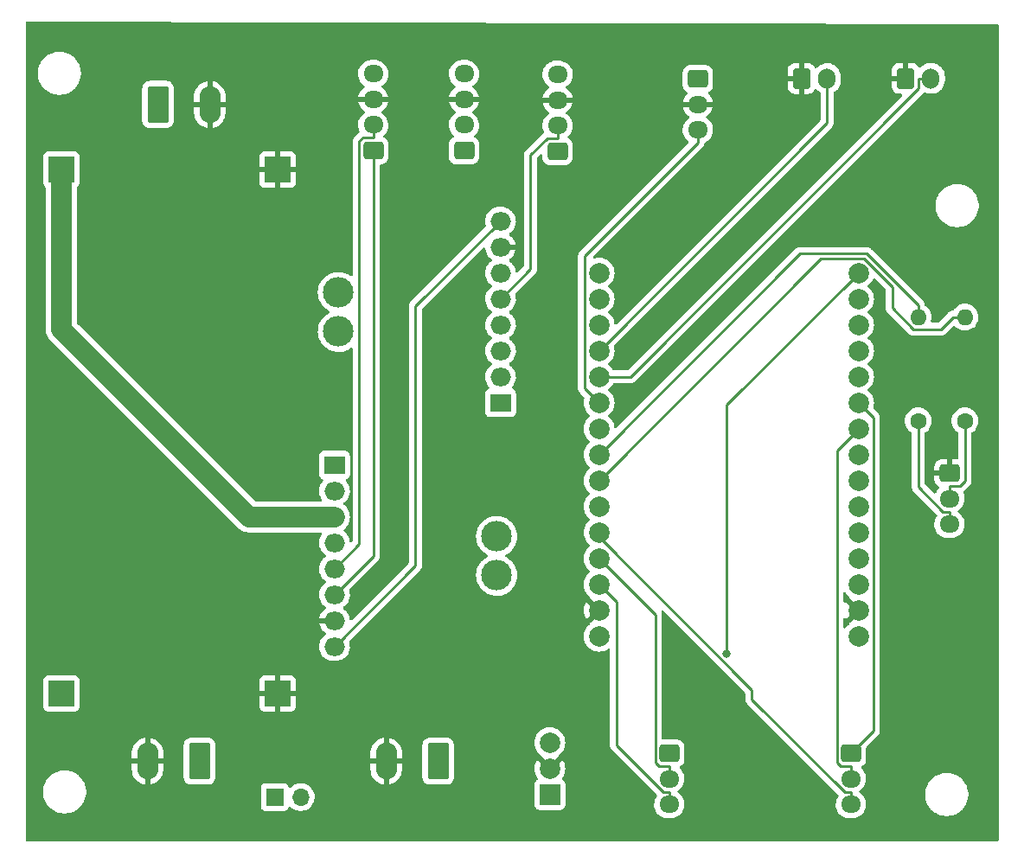
<source format=gbr>
%TF.GenerationSoftware,KiCad,Pcbnew,(6.0.5)*%
%TF.CreationDate,2023-04-02T11:03:44+02:00*%
%TF.ProjectId,sender_V1.01,73656e64-6572-45f5-9631-2e30312e6b69,rev?*%
%TF.SameCoordinates,Original*%
%TF.FileFunction,Copper,L2,Bot*%
%TF.FilePolarity,Positive*%
%FSLAX46Y46*%
G04 Gerber Fmt 4.6, Leading zero omitted, Abs format (unit mm)*
G04 Created by KiCad (PCBNEW (6.0.5)) date 2023-04-02 11:03:44*
%MOMM*%
%LPD*%
G01*
G04 APERTURE LIST*
G04 Aperture macros list*
%AMRoundRect*
0 Rectangle with rounded corners*
0 $1 Rounding radius*
0 $2 $3 $4 $5 $6 $7 $8 $9 X,Y pos of 4 corners*
0 Add a 4 corners polygon primitive as box body*
4,1,4,$2,$3,$4,$5,$6,$7,$8,$9,$2,$3,0*
0 Add four circle primitives for the rounded corners*
1,1,$1+$1,$2,$3*
1,1,$1+$1,$4,$5*
1,1,$1+$1,$6,$7*
1,1,$1+$1,$8,$9*
0 Add four rect primitives between the rounded corners*
20,1,$1+$1,$2,$3,$4,$5,0*
20,1,$1+$1,$4,$5,$6,$7,0*
20,1,$1+$1,$6,$7,$8,$9,0*
20,1,$1+$1,$8,$9,$2,$3,0*%
G04 Aperture macros list end*
%TA.AperFunction,ComponentPad*%
%ADD10R,2.000000X1.800000*%
%TD*%
%TA.AperFunction,ComponentPad*%
%ADD11O,2.000000X1.800000*%
%TD*%
%TA.AperFunction,ComponentPad*%
%ADD12O,3.000000X3.000000*%
%TD*%
%TA.AperFunction,ComponentPad*%
%ADD13RoundRect,0.250000X-0.600000X-0.750000X0.600000X-0.750000X0.600000X0.750000X-0.600000X0.750000X0*%
%TD*%
%TA.AperFunction,ComponentPad*%
%ADD14O,1.700000X2.000000*%
%TD*%
%TA.AperFunction,ComponentPad*%
%ADD15RoundRect,0.250000X-0.725000X0.600000X-0.725000X-0.600000X0.725000X-0.600000X0.725000X0.600000X0*%
%TD*%
%TA.AperFunction,ComponentPad*%
%ADD16O,1.950000X1.700000*%
%TD*%
%TA.AperFunction,ComponentPad*%
%ADD17R,1.700000X1.700000*%
%TD*%
%TA.AperFunction,ComponentPad*%
%ADD18O,1.700000X1.700000*%
%TD*%
%TA.AperFunction,ComponentPad*%
%ADD19C,1.600000*%
%TD*%
%TA.AperFunction,ComponentPad*%
%ADD20O,1.600000X1.600000*%
%TD*%
%TA.AperFunction,ComponentPad*%
%ADD21R,2.540000X2.540000*%
%TD*%
%TA.AperFunction,ComponentPad*%
%ADD22RoundRect,0.250000X0.725000X-0.600000X0.725000X0.600000X-0.725000X0.600000X-0.725000X-0.600000X0*%
%TD*%
%TA.AperFunction,ComponentPad*%
%ADD23C,2.000000*%
%TD*%
%TA.AperFunction,ComponentPad*%
%ADD24RoundRect,0.249999X-0.790001X-1.550001X0.790001X-1.550001X0.790001X1.550001X-0.790001X1.550001X0*%
%TD*%
%TA.AperFunction,ComponentPad*%
%ADD25O,2.080000X3.600000*%
%TD*%
%TA.AperFunction,ComponentPad*%
%ADD26RoundRect,0.249999X0.790001X1.550001X-0.790001X1.550001X-0.790001X-1.550001X0.790001X-1.550001X0*%
%TD*%
%TA.AperFunction,ComponentPad*%
%ADD27R,2.000000X2.000000*%
%TD*%
%TA.AperFunction,ViaPad*%
%ADD28C,0.800000*%
%TD*%
%TA.AperFunction,Conductor*%
%ADD29C,0.254000*%
%TD*%
%TA.AperFunction,Conductor*%
%ADD30C,2.000000*%
%TD*%
G04 APERTURE END LIST*
D10*
%TO.P,U1,1,IN+*%
%TO.N,unconnected-(U1-Pad1)*%
X81280000Y-50038000D03*
D11*
%TO.P,U1,2,IN-*%
%TO.N,unconnected-(U1-Pad2)*%
X81280000Y-47498000D03*
%TO.P,U1,3,VBS*%
%TO.N,Net-(DC-DC1-PadI+)*%
X81280000Y-44958000D03*
%TO.P,U1,4,ALE*%
%TO.N,unconnected-(U1-Pad4)*%
X81280000Y-42418000D03*
%TO.P,U1,5,SCL*%
%TO.N,SCL*%
X81280000Y-39878000D03*
%TO.P,U1,6,SDA*%
%TO.N,SDA*%
X81280000Y-37338000D03*
%TO.P,U1,7,GND*%
%TO.N,GND*%
X81280000Y-34798000D03*
%TO.P,U1,8,VCC*%
%TO.N,+3V3*%
X81280000Y-32258000D03*
D12*
%TO.P,U1,9,IN1+*%
%TO.N,Net-(DC-DC1-PadI+)*%
X65405000Y-43053000D03*
%TO.P,U1,10,IN1-*%
%TO.N,Net-(J2-Pad1)*%
X65405000Y-39243000D03*
%TD*%
D13*
%TO.P,J10,1,Pin_1*%
%TO.N,GND*%
X110744000Y-18288000D03*
D14*
%TO.P,J10,2,Pin_2*%
%TO.N,Door_Open*%
X113244000Y-18288000D03*
%TD*%
D15*
%TO.P,J9,1,Pin_1*%
%TO.N,GND*%
X125239000Y-56936000D03*
D16*
%TO.P,J9,2,Pin_2*%
%TO.N,Net-(J9-Pad2)*%
X125239000Y-59436000D03*
%TO.P,J9,3,Pin_3*%
%TO.N,Net-(J9-Pad3)*%
X125239000Y-61936000D03*
%TD*%
D17*
%TO.P,SW1,1,1*%
%TO.N,Net-(J1-Pad1)*%
X59177000Y-88646000D03*
D18*
%TO.P,SW1,2,2*%
%TO.N,Net-(DC-DC1-PadI+)*%
X61717000Y-88646000D03*
%TD*%
D19*
%TO.P,R1,1*%
%TO.N,Net-(J9-Pad2)*%
X126746000Y-51816000D03*
D20*
%TO.P,R1,2*%
%TO.N,RED*%
X126746000Y-41656000D03*
%TD*%
D21*
%TO.P,DC-DC1,I+,IN+*%
%TO.N,Net-(DC-DC1-PadI+)*%
X38285000Y-78510000D03*
%TO.P,DC-DC1,I-,IN-*%
%TO.N,GND*%
X59460000Y-78510000D03*
%TO.P,DC-DC1,O+,OUT+*%
%TO.N,Net-(DC-DC1-PadO+)*%
X38285000Y-27215000D03*
%TO.P,DC-DC1,O-,OUT-*%
%TO.N,GND*%
X59460000Y-27215000D03*
%TD*%
D22*
%TO.P,J12,1,Pin_1*%
%TO.N,SDA*%
X86868000Y-25400000D03*
D16*
%TO.P,J12,2,Pin_2*%
%TO.N,SCL*%
X86868000Y-22900000D03*
%TO.P,J12,3,Pin_3*%
%TO.N,GND*%
X86868000Y-20400000D03*
%TO.P,J12,4,Pin_4*%
%TO.N,+3V3*%
X86868000Y-17900000D03*
%TD*%
D10*
%TO.P,U3,1,IN+*%
%TO.N,unconnected-(U3-Pad1)*%
X65024000Y-56134000D03*
D11*
%TO.P,U3,2,IN-*%
%TO.N,unconnected-(U3-Pad2)*%
X65024000Y-58674000D03*
%TO.P,U3,3,VBS*%
%TO.N,Net-(DC-DC1-PadO+)*%
X65024000Y-61214000D03*
%TO.P,U3,4,ALE*%
%TO.N,unconnected-(U3-Pad4)*%
X65024000Y-63754000D03*
%TO.P,U3,5,SCL*%
%TO.N,SCL*%
X65024000Y-66294000D03*
%TO.P,U3,6,SDA*%
%TO.N,SDA*%
X65024000Y-68834000D03*
%TO.P,U3,7,GND*%
%TO.N,GND*%
X65024000Y-71374000D03*
%TO.P,U3,8,VCC*%
%TO.N,+3V3*%
X65024000Y-73914000D03*
D12*
%TO.P,U3,9,IN1+*%
%TO.N,Net-(DC-DC1-PadO+)*%
X80899000Y-63119000D03*
%TO.P,U3,10,IN1-*%
%TO.N,Net-(J3-Pad1)*%
X80899000Y-66929000D03*
%TD*%
D23*
%TO.P,U2,1,EN*%
%TO.N,unconnected-(U2-Pad1)*%
X90932000Y-37338000D03*
%TO.P,U2,2,VP*%
%TO.N,unconnected-(U2-Pad2)*%
X90932000Y-39878000D03*
%TO.P,U2,3,VN*%
%TO.N,unconnected-(U2-Pad3)*%
X90932000Y-42418000D03*
%TO.P,U2,4,GPIO34_ADC1-CH6_RTC-GPIO4*%
%TO.N,Door_Open*%
X90932000Y-44958000D03*
%TO.P,U2,5,GPIO35_ADC1-CH7_RTC-GPIO5*%
%TO.N,Door_Closed*%
X90932000Y-47498000D03*
%TO.P,U2,6,GPIO32_ADC1-CH4_RTC-GPIO9*%
%TO.N,D0*%
X90932000Y-50038000D03*
%TO.P,U2,7,GPIO33_ADC1-CH5_RTC-GPIO8*%
%TO.N,unconnected-(U2-Pad7)*%
X90932000Y-52578000D03*
%TO.P,U2,8,GPIO25_ADC2-CH8_DAC1_RTC-GPIO6*%
%TO.N,Green*%
X90932000Y-55118000D03*
%TO.P,U2,9,GPIO26_ADC2-CH9_DAC2_RTC-GPIO7*%
%TO.N,RED*%
X90932000Y-57658000D03*
%TO.P,U2,10,GPIO27_ADC2-CH7_RTC-GPIO17*%
%TO.N,unconnected-(U2-Pad10)*%
X90932000Y-60198000D03*
%TO.P,U2,11,GPIO14_ADC2-CH6_HSPI-CLK_RTC-GPIO16*%
%TO.N,Input_3*%
X90932000Y-62738000D03*
%TO.P,U2,12,GPIO12_ADC2-CH5_HSPI-MISO_RTC-GPIO15*%
%TO.N,Input_1*%
X90932000Y-65278000D03*
%TO.P,U2,13,GPIO13_ADC2-CH4_HSPI-MOSI_RTC-GPIO14*%
%TO.N,Input_2*%
X90932000Y-67818000D03*
%TO.P,U2,14,GND*%
%TO.N,GND*%
X90932000Y-70358000D03*
%TO.P,U2,15,VIN*%
%TO.N,Net-(U2-Pad15)*%
X90932000Y-72898000D03*
%TO.P,U2,16,3V3*%
%TO.N,+3V3*%
X116332000Y-72898000D03*
%TO.P,U2,17,GND*%
%TO.N,GND*%
X116332000Y-70358000D03*
%TO.P,U2,18,GPIO15_ADC2-CH3_HSPI-CS0_RTC-GPIO13*%
%TO.N,unconnected-(U2-Pad18)*%
X116332000Y-67818000D03*
%TO.P,U2,19,GPIO2_ADC2-CH2_RTC-GPIO12*%
%TO.N,unconnected-(U2-Pad19)*%
X116332000Y-65278000D03*
%TO.P,U2,20,GPIO4_ADC2-CH0_RTC-GPIO10*%
%TO.N,unconnected-(U2-Pad20)*%
X116332000Y-62738000D03*
%TO.P,U2,21,RX2*%
%TO.N,unconnected-(U2-Pad21)*%
X116332000Y-60198000D03*
%TO.P,U2,22,TX2*%
%TO.N,unconnected-(U2-Pad22)*%
X116332000Y-57658000D03*
%TO.P,U2,23,GPIO5_VSPI-CS0*%
%TO.N,unconnected-(U2-Pad23)*%
X116332000Y-55118000D03*
%TO.P,U2,24,GPIO18_VSPI-CLK*%
%TO.N,Input_4*%
X116332000Y-52578000D03*
%TO.P,U2,25,GPIO19_VSPI-MISO*%
%TO.N,Enable_B*%
X116332000Y-50038000D03*
%TO.P,U2,26,GPIO21_I2C-SDA*%
%TO.N,SDA*%
X116332000Y-47498000D03*
%TO.P,U2,27,GPIO3__UART0-RX*%
%TO.N,unconnected-(U2-Pad27)*%
X116332000Y-44958000D03*
%TO.P,U2,28,GPIO1_UART0-TX*%
%TO.N,unconnected-(U2-Pad28)*%
X116332000Y-42418000D03*
%TO.P,U2,29,GPIO22_I2C-SCL*%
%TO.N,SCL*%
X116332000Y-39878000D03*
%TO.P,U2,30,GPIO23_VSPI-MOSI*%
%TO.N,Enable_A*%
X116332000Y-37338000D03*
%TD*%
D15*
%TO.P,J5,1,Pin_1*%
%TO.N,Enable_B*%
X115587000Y-84368000D03*
D16*
%TO.P,J5,2,Pin_2*%
%TO.N,Input_4*%
X115587000Y-86868000D03*
%TO.P,J5,3,Pin_3*%
%TO.N,Input_3*%
X115587000Y-89368000D03*
%TD*%
D15*
%TO.P,J6,1,Pin_1*%
%TO.N,Enable_A*%
X97807000Y-84368000D03*
D16*
%TO.P,J6,2,Pin_2*%
%TO.N,Input_1*%
X97807000Y-86868000D03*
%TO.P,J6,3,Pin_3*%
%TO.N,Input_2*%
X97807000Y-89368000D03*
%TD*%
D22*
%TO.P,J7,1,Pin_1*%
%TO.N,SDA*%
X77707000Y-25340000D03*
D16*
%TO.P,J7,2,Pin_2*%
%TO.N,SCL*%
X77707000Y-22840000D03*
%TO.P,J7,3,Pin_3*%
%TO.N,GND*%
X77707000Y-20340000D03*
%TO.P,J7,4,Pin_4*%
%TO.N,+3V3*%
X77707000Y-17840000D03*
%TD*%
D22*
%TO.P,J4,1,Pin_1*%
%TO.N,SDA*%
X68817000Y-25340000D03*
D16*
%TO.P,J4,2,Pin_2*%
%TO.N,SCL*%
X68817000Y-22840000D03*
%TO.P,J4,3,Pin_3*%
%TO.N,GND*%
X68817000Y-20340000D03*
%TO.P,J4,4,Pin_4*%
%TO.N,+3V3*%
X68817000Y-17840000D03*
%TD*%
D24*
%TO.P,J2,1,Pin_1*%
%TO.N,Net-(J2-Pad1)*%
X47752000Y-20828000D03*
D25*
%TO.P,J2,2,Pin_2*%
%TO.N,GND*%
X52832000Y-20828000D03*
%TD*%
D26*
%TO.P,J1,1,Pin_1*%
%TO.N,Net-(J1-Pad1)*%
X51816000Y-85129500D03*
D25*
%TO.P,J1,2,Pin_2*%
%TO.N,GND*%
X46736000Y-85129500D03*
%TD*%
D26*
%TO.P,J3,1,Pin_1*%
%TO.N,Net-(J3-Pad1)*%
X75184000Y-85129500D03*
D25*
%TO.P,J3,2,Pin_2*%
%TO.N,GND*%
X70104000Y-85129500D03*
%TD*%
D19*
%TO.P,R2,1*%
%TO.N,Net-(J9-Pad3)*%
X122174000Y-51816000D03*
D20*
%TO.P,R2,2*%
%TO.N,Green*%
X122174000Y-41656000D03*
%TD*%
D15*
%TO.P,J8,1,Pin_1*%
%TO.N,+3V3*%
X100601000Y-18328000D03*
D16*
%TO.P,J8,2,Pin_2*%
%TO.N,GND*%
X100601000Y-20828000D03*
%TO.P,J8,3,Pin_3*%
%TO.N,D0*%
X100601000Y-23328000D03*
%TD*%
D27*
%TO.P,U4,1,IN*%
%TO.N,Net-(DC-DC1-PadO+)*%
X86106000Y-88392000D03*
D23*
%TO.P,U4,2,GND*%
%TO.N,GND*%
X86106000Y-85852000D03*
%TO.P,U4,3,OUT*%
%TO.N,Net-(U2-Pad15)*%
X86106000Y-83312000D03*
%TD*%
D13*
%TO.P,J11,1,Pin_1*%
%TO.N,GND*%
X120924000Y-18271000D03*
D14*
%TO.P,J11,2,Pin_2*%
%TO.N,Door_Closed*%
X123424000Y-18271000D03*
%TD*%
D28*
%TO.N,Enable_A*%
X103397000Y-74581700D03*
%TD*%
D29*
%TO.N,SDA*%
X68817000Y-65041000D02*
X68817000Y-25340000D01*
X65024000Y-68834000D02*
X68817000Y-65041000D01*
%TO.N,SCL*%
X68817000Y-22840000D02*
X68817000Y-24071300D01*
X86868000Y-22900000D02*
X86868000Y-24131300D01*
X68817000Y-24071300D02*
X67816600Y-24071300D01*
X85867600Y-24131300D02*
X84219200Y-25779700D01*
X67447000Y-63871000D02*
X65024000Y-66294000D01*
X67447000Y-24440900D02*
X67447000Y-63871000D01*
X84219200Y-36938800D02*
X81280000Y-39878000D01*
X86868000Y-24131300D02*
X85867600Y-24131300D01*
X84219200Y-25779700D02*
X84219200Y-36938800D01*
X67816600Y-24071300D02*
X67447000Y-24440900D01*
%TO.N,GND*%
X87364600Y-20400000D02*
X86868000Y-20400000D01*
%TO.N,+3V3*%
X72943200Y-40594800D02*
X72943200Y-65994800D01*
X81280000Y-32258000D02*
X72943200Y-40594800D01*
X72943200Y-65994800D02*
X65024000Y-73914000D01*
%TO.N,Enable_B*%
X117778000Y-82177000D02*
X117778000Y-51484000D01*
X117778000Y-51484000D02*
X116332000Y-50038000D01*
X115587000Y-84368000D02*
X117778000Y-82177000D01*
%TO.N,Input_4*%
X114202400Y-54707600D02*
X116332000Y-52578000D01*
X115587000Y-85636700D02*
X114586600Y-85636700D01*
X114202400Y-85252500D02*
X114202400Y-54707600D01*
X115587000Y-86868000D02*
X115587000Y-85636700D01*
X114586600Y-85636700D02*
X114202400Y-85252500D01*
%TO.N,Input_3*%
X90932000Y-63221400D02*
X105894900Y-78184300D01*
X114971400Y-88136700D02*
X115587000Y-88136700D01*
X105894900Y-79060200D02*
X114971400Y-88136700D01*
X90932000Y-62738000D02*
X90932000Y-63221400D01*
X115587000Y-89368000D02*
X115587000Y-88136700D01*
X105894900Y-78184300D02*
X105894900Y-79060200D01*
%TO.N,Enable_A*%
X103397000Y-50273000D02*
X116332000Y-37338000D01*
X103397000Y-74581700D02*
X103397000Y-50273000D01*
%TO.N,Input_1*%
X97807000Y-85636700D02*
X96806600Y-85636700D01*
X97807000Y-86868000D02*
X97807000Y-85636700D01*
X96426900Y-70772900D02*
X90932000Y-65278000D01*
X96426900Y-85257000D02*
X96426900Y-70772900D01*
X96806600Y-85636700D02*
X96426900Y-85257000D01*
%TO.N,Input_2*%
X92631500Y-69517500D02*
X90932000Y-67818000D01*
X97191400Y-88136700D02*
X92631500Y-83576800D01*
X97807000Y-89368000D02*
X97807000Y-88136700D01*
X92631500Y-83576800D02*
X92631500Y-69517500D01*
X97807000Y-88136700D02*
X97191400Y-88136700D01*
%TO.N,D0*%
X100601000Y-24559300D02*
X89508800Y-35651500D01*
X89508800Y-48614800D02*
X90932000Y-50038000D01*
X100601000Y-23328000D02*
X100601000Y-24559300D01*
X89508800Y-35651500D02*
X89508800Y-48614800D01*
%TO.N,Door_Closed*%
X123424000Y-18271000D02*
X122192700Y-18271000D01*
X122192700Y-18271000D02*
X122192700Y-19271400D01*
X93966100Y-47498000D02*
X90932000Y-47498000D01*
X122192700Y-19271400D02*
X93966100Y-47498000D01*
%TO.N,Door_Open*%
X113244000Y-22646000D02*
X113244000Y-18288000D01*
X90932000Y-44958000D02*
X113244000Y-22646000D01*
D30*
%TO.N,Net-(DC-DC1-PadO+)*%
X38285000Y-42857000D02*
X38285000Y-27215000D01*
X65024000Y-61214000D02*
X56642000Y-61214000D01*
X56642000Y-61214000D02*
X38285000Y-42857000D01*
D29*
%TO.N,RED*%
X112639900Y-35950100D02*
X116897700Y-35950100D01*
X90932000Y-57658000D02*
X112639900Y-35950100D01*
X116897700Y-35950100D02*
X119624600Y-38677000D01*
X121680700Y-42837600D02*
X124383100Y-42837600D01*
X126746000Y-41656000D02*
X125564700Y-41656000D01*
X119624600Y-38677000D02*
X119624600Y-40781500D01*
X119624600Y-40781500D02*
X121680700Y-42837600D01*
X124383100Y-42837600D02*
X125564700Y-41656000D01*
%TO.N,Green*%
X117141000Y-35441700D02*
X110608300Y-35441700D01*
X122174000Y-40474700D02*
X117141000Y-35441700D01*
X122174000Y-41656000D02*
X122174000Y-40474700D01*
X110608300Y-35441700D02*
X90932000Y-55118000D01*
%TO.N,Net-(J9-Pad2)*%
X126746000Y-57705500D02*
X126246800Y-58204700D01*
X126746000Y-51816000D02*
X126746000Y-57705500D01*
X126246800Y-58204700D02*
X125239000Y-58204700D01*
X125239000Y-59436000D02*
X125239000Y-58204700D01*
%TO.N,Net-(J9-Pad3)*%
X124603800Y-60704700D02*
X125239000Y-60704700D01*
X122174000Y-58274900D02*
X124603800Y-60704700D01*
X125239000Y-61936000D02*
X125239000Y-60704700D01*
X122174000Y-51816000D02*
X122174000Y-58274900D01*
%TD*%
%TA.AperFunction,Conductor*%
%TO.N,GND*%
G36*
X63335152Y-12776369D02*
G01*
X129921834Y-12952992D01*
X129989902Y-12973175D01*
X130036252Y-13026954D01*
X130047500Y-13078992D01*
X130047500Y-92837500D01*
X130027498Y-92905621D01*
X129973842Y-92952114D01*
X129921500Y-92963500D01*
X34924500Y-92963500D01*
X34856379Y-92943498D01*
X34809886Y-92889842D01*
X34798500Y-92837500D01*
X34798500Y-88270703D01*
X36498743Y-88270703D01*
X36536268Y-88555734D01*
X36612129Y-88833036D01*
X36613813Y-88836984D01*
X36657337Y-88939023D01*
X36724923Y-89097476D01*
X36736693Y-89117142D01*
X36856972Y-89318113D01*
X36872561Y-89344161D01*
X37052313Y-89568528D01*
X37112225Y-89625382D01*
X37249089Y-89755261D01*
X37260851Y-89766423D01*
X37494317Y-89934186D01*
X37498112Y-89936195D01*
X37498113Y-89936196D01*
X37539346Y-89958028D01*
X37748392Y-90068712D01*
X38018373Y-90167511D01*
X38299264Y-90228755D01*
X38327841Y-90231004D01*
X38522282Y-90246307D01*
X38522291Y-90246307D01*
X38524739Y-90246500D01*
X38680271Y-90246500D01*
X38682407Y-90246354D01*
X38682418Y-90246354D01*
X38890548Y-90232165D01*
X38890554Y-90232164D01*
X38894825Y-90231873D01*
X38899020Y-90231004D01*
X38899022Y-90231004D01*
X39049942Y-90199750D01*
X39176342Y-90173574D01*
X39447343Y-90077607D01*
X39702812Y-89945750D01*
X39706313Y-89943289D01*
X39706317Y-89943287D01*
X39825873Y-89859261D01*
X39938023Y-89780441D01*
X40110745Y-89619938D01*
X40145479Y-89587661D01*
X40145481Y-89587658D01*
X40148622Y-89584740D01*
X40181858Y-89544134D01*
X57818500Y-89544134D01*
X57825255Y-89606316D01*
X57876385Y-89742705D01*
X57963739Y-89859261D01*
X58080295Y-89946615D01*
X58216684Y-89997745D01*
X58278866Y-90004500D01*
X60075134Y-90004500D01*
X60137316Y-89997745D01*
X60273705Y-89946615D01*
X60390261Y-89859261D01*
X60477615Y-89742705D01*
X60519755Y-89630297D01*
X60521598Y-89625382D01*
X60564240Y-89568618D01*
X60630802Y-89543918D01*
X60700150Y-89559126D01*
X60734817Y-89587114D01*
X60763250Y-89619938D01*
X60818577Y-89665871D01*
X60926248Y-89755261D01*
X60935126Y-89762632D01*
X61128000Y-89875338D01*
X61132825Y-89877180D01*
X61132826Y-89877181D01*
X61205612Y-89904975D01*
X61336692Y-89955030D01*
X61341760Y-89956061D01*
X61341763Y-89956062D01*
X61431018Y-89974221D01*
X61555597Y-89999567D01*
X61560772Y-89999757D01*
X61560774Y-89999757D01*
X61773673Y-90007564D01*
X61773677Y-90007564D01*
X61778837Y-90007753D01*
X61783957Y-90007097D01*
X61783959Y-90007097D01*
X61995288Y-89980025D01*
X61995289Y-89980025D01*
X62000416Y-89979368D01*
X62034121Y-89969256D01*
X62209429Y-89916661D01*
X62209434Y-89916659D01*
X62214384Y-89915174D01*
X62414994Y-89816896D01*
X62596860Y-89687173D01*
X62623353Y-89660773D01*
X62740616Y-89543918D01*
X62755096Y-89529489D01*
X62885453Y-89348077D01*
X62957727Y-89201842D01*
X62982136Y-89152453D01*
X62982137Y-89152451D01*
X62984430Y-89147811D01*
X63049370Y-88934069D01*
X63078529Y-88712590D01*
X63079953Y-88654297D01*
X63080074Y-88649365D01*
X63080074Y-88649361D01*
X63080156Y-88646000D01*
X63061852Y-88423361D01*
X63007431Y-88206702D01*
X62918354Y-88001840D01*
X62797014Y-87814277D01*
X62646670Y-87649051D01*
X62642619Y-87645852D01*
X62642615Y-87645848D01*
X62475414Y-87513800D01*
X62475410Y-87513798D01*
X62471359Y-87510598D01*
X62275789Y-87402638D01*
X62270920Y-87400914D01*
X62270916Y-87400912D01*
X62070087Y-87329795D01*
X62070083Y-87329794D01*
X62065212Y-87328069D01*
X62060119Y-87327162D01*
X62060116Y-87327161D01*
X61850373Y-87289800D01*
X61850367Y-87289799D01*
X61845284Y-87288894D01*
X61771452Y-87287992D01*
X61627081Y-87286228D01*
X61627079Y-87286228D01*
X61621911Y-87286165D01*
X61401091Y-87319955D01*
X61188756Y-87389357D01*
X60990607Y-87492507D01*
X60986474Y-87495610D01*
X60986471Y-87495612D01*
X60816100Y-87623530D01*
X60811965Y-87626635D01*
X60743200Y-87698594D01*
X60731283Y-87711064D01*
X60669759Y-87746494D01*
X60598846Y-87743037D01*
X60541060Y-87701791D01*
X60522207Y-87668243D01*
X60480767Y-87557703D01*
X60477615Y-87549295D01*
X60390261Y-87432739D01*
X60273705Y-87345385D01*
X60137316Y-87294255D01*
X60075134Y-87287500D01*
X58278866Y-87287500D01*
X58216684Y-87294255D01*
X58080295Y-87345385D01*
X57963739Y-87432739D01*
X57876385Y-87549295D01*
X57825255Y-87685684D01*
X57818500Y-87747866D01*
X57818500Y-89544134D01*
X40181858Y-89544134D01*
X40330713Y-89362268D01*
X40480927Y-89117142D01*
X40495960Y-89082897D01*
X40594757Y-88857830D01*
X40596483Y-88853898D01*
X40609064Y-88809734D01*
X40674068Y-88581534D01*
X40675244Y-88577406D01*
X40715751Y-88292784D01*
X40715845Y-88274951D01*
X40717235Y-88009583D01*
X40717235Y-88009576D01*
X40717257Y-88005297D01*
X40716230Y-87997492D01*
X40691606Y-87810457D01*
X40679732Y-87720266D01*
X40670272Y-87685684D01*
X40643126Y-87586458D01*
X40603871Y-87442964D01*
X40554864Y-87328069D01*
X40492763Y-87182476D01*
X40492761Y-87182472D01*
X40491077Y-87178524D01*
X40405730Y-87035919D01*
X40345643Y-86935521D01*
X40345640Y-86935517D01*
X40343439Y-86931839D01*
X40163687Y-86707472D01*
X39990325Y-86542958D01*
X39958258Y-86512527D01*
X39958255Y-86512525D01*
X39955149Y-86509577D01*
X39721683Y-86341814D01*
X39699843Y-86330250D01*
X39646786Y-86302158D01*
X39467608Y-86207288D01*
X39327842Y-86156141D01*
X39201658Y-86109964D01*
X39201656Y-86109963D01*
X39197627Y-86108489D01*
X38916736Y-86047245D01*
X38885685Y-86044801D01*
X38693718Y-86029693D01*
X38693709Y-86029693D01*
X38691261Y-86029500D01*
X38535729Y-86029500D01*
X38533593Y-86029646D01*
X38533582Y-86029646D01*
X38325452Y-86043835D01*
X38325446Y-86043836D01*
X38321175Y-86044127D01*
X38316980Y-86044996D01*
X38316978Y-86044996D01*
X38241373Y-86060653D01*
X38039658Y-86102426D01*
X37768657Y-86198393D01*
X37764848Y-86200359D01*
X37645849Y-86261779D01*
X37513188Y-86330250D01*
X37509687Y-86332711D01*
X37509683Y-86332713D01*
X37436183Y-86384370D01*
X37277977Y-86495559D01*
X37067378Y-86691260D01*
X36885287Y-86913732D01*
X36735073Y-87158858D01*
X36733347Y-87162791D01*
X36733346Y-87162792D01*
X36678441Y-87287869D01*
X36619517Y-87422102D01*
X36618342Y-87426229D01*
X36618341Y-87426230D01*
X36617837Y-87427998D01*
X36540756Y-87698594D01*
X36510485Y-87911296D01*
X36505195Y-87948466D01*
X36500249Y-87983216D01*
X36500227Y-87987505D01*
X36500226Y-87987512D01*
X36498780Y-88263583D01*
X36498743Y-88270703D01*
X34798500Y-88270703D01*
X34798500Y-85949572D01*
X45188000Y-85949572D01*
X45188202Y-85954604D01*
X45202536Y-86132759D01*
X45204148Y-86142712D01*
X45261154Y-86374800D01*
X45264337Y-86384370D01*
X45357718Y-86604360D01*
X45362392Y-86613299D01*
X45489739Y-86815524D01*
X45495780Y-86823599D01*
X45653827Y-87002868D01*
X45661079Y-87009871D01*
X45845750Y-87161562D01*
X45854033Y-87167318D01*
X46060579Y-87287531D01*
X46069684Y-87291893D01*
X46292785Y-87377534D01*
X46302474Y-87380385D01*
X46464264Y-87414185D01*
X46478325Y-87413062D01*
X46482000Y-87402954D01*
X46482000Y-87400358D01*
X46990000Y-87400358D01*
X46994136Y-87414444D01*
X47007114Y-87416493D01*
X47032631Y-87413540D01*
X47042521Y-87411581D01*
X47272476Y-87346511D01*
X47281927Y-87342997D01*
X47498528Y-87241994D01*
X47507292Y-87237015D01*
X47704951Y-87102686D01*
X47712815Y-87096362D01*
X47886451Y-86932164D01*
X47893210Y-86924657D01*
X48038357Y-86734812D01*
X48043821Y-86726333D01*
X48156752Y-86515717D01*
X48160792Y-86506471D01*
X48238596Y-86280513D01*
X48241107Y-86270732D01*
X48281969Y-86034166D01*
X48282824Y-86026294D01*
X48283936Y-86001815D01*
X48284000Y-85998982D01*
X48284000Y-85401615D01*
X48279525Y-85386376D01*
X48278135Y-85385171D01*
X48270452Y-85383500D01*
X47008115Y-85383500D01*
X46992876Y-85387975D01*
X46991671Y-85389365D01*
X46990000Y-85397048D01*
X46990000Y-87400358D01*
X46482000Y-87400358D01*
X46482000Y-85401615D01*
X46477525Y-85386376D01*
X46476135Y-85385171D01*
X46468452Y-85383500D01*
X45206115Y-85383500D01*
X45190876Y-85387975D01*
X45189671Y-85389365D01*
X45188000Y-85397048D01*
X45188000Y-85949572D01*
X34798500Y-85949572D01*
X34798500Y-84857385D01*
X45188000Y-84857385D01*
X45192475Y-84872624D01*
X45193865Y-84873829D01*
X45201548Y-84875500D01*
X46463885Y-84875500D01*
X46479124Y-84871025D01*
X46480329Y-84869635D01*
X46482000Y-84861952D01*
X46482000Y-84857385D01*
X46990000Y-84857385D01*
X46994475Y-84872624D01*
X46995865Y-84873829D01*
X47003548Y-84875500D01*
X48265885Y-84875500D01*
X48281124Y-84871025D01*
X48282329Y-84869635D01*
X48284000Y-84861952D01*
X48284000Y-84309428D01*
X48283798Y-84304396D01*
X48269464Y-84126241D01*
X48267852Y-84116288D01*
X48210846Y-83884200D01*
X48207663Y-83874630D01*
X48114282Y-83654640D01*
X48109608Y-83645701D01*
X48036180Y-83529099D01*
X50267500Y-83529099D01*
X50267501Y-86729900D01*
X50278474Y-86835667D01*
X50280658Y-86842213D01*
X50331730Y-86995292D01*
X50334450Y-87003446D01*
X50427521Y-87153849D01*
X50432703Y-87159022D01*
X50490879Y-87217097D01*
X50552697Y-87278806D01*
X50566852Y-87287531D01*
X50655595Y-87342233D01*
X50703261Y-87371615D01*
X50783004Y-87398064D01*
X50864610Y-87425132D01*
X50864612Y-87425132D01*
X50871138Y-87427297D01*
X50877974Y-87427997D01*
X50877977Y-87427998D01*
X50921030Y-87432409D01*
X50975599Y-87438000D01*
X51809519Y-87438000D01*
X52656400Y-87437999D01*
X52762167Y-87427026D01*
X52835266Y-87402638D01*
X52923002Y-87373367D01*
X52923004Y-87373366D01*
X52929946Y-87371050D01*
X53080349Y-87277979D01*
X53205306Y-87152803D01*
X53298115Y-87002239D01*
X53353797Y-86834362D01*
X53364500Y-86729901D01*
X53364500Y-85949572D01*
X68556000Y-85949572D01*
X68556202Y-85954604D01*
X68570536Y-86132759D01*
X68572148Y-86142712D01*
X68629154Y-86374800D01*
X68632337Y-86384370D01*
X68725718Y-86604360D01*
X68730392Y-86613299D01*
X68857739Y-86815524D01*
X68863780Y-86823599D01*
X69021827Y-87002868D01*
X69029079Y-87009871D01*
X69213750Y-87161562D01*
X69222033Y-87167318D01*
X69428579Y-87287531D01*
X69437684Y-87291893D01*
X69660785Y-87377534D01*
X69670474Y-87380385D01*
X69832264Y-87414185D01*
X69846325Y-87413062D01*
X69850000Y-87402954D01*
X69850000Y-87400358D01*
X70358000Y-87400358D01*
X70362136Y-87414444D01*
X70375114Y-87416493D01*
X70400631Y-87413540D01*
X70410521Y-87411581D01*
X70640476Y-87346511D01*
X70649927Y-87342997D01*
X70866528Y-87241994D01*
X70875292Y-87237015D01*
X71072951Y-87102686D01*
X71080815Y-87096362D01*
X71254451Y-86932164D01*
X71261210Y-86924657D01*
X71406357Y-86734812D01*
X71411821Y-86726333D01*
X71524752Y-86515717D01*
X71528792Y-86506471D01*
X71606596Y-86280513D01*
X71609107Y-86270732D01*
X71649969Y-86034166D01*
X71650824Y-86026294D01*
X71651936Y-86001815D01*
X71652000Y-85998982D01*
X71652000Y-85401615D01*
X71647525Y-85386376D01*
X71646135Y-85385171D01*
X71638452Y-85383500D01*
X70376115Y-85383500D01*
X70360876Y-85387975D01*
X70359671Y-85389365D01*
X70358000Y-85397048D01*
X70358000Y-87400358D01*
X69850000Y-87400358D01*
X69850000Y-85401615D01*
X69845525Y-85386376D01*
X69844135Y-85385171D01*
X69836452Y-85383500D01*
X68574115Y-85383500D01*
X68558876Y-85387975D01*
X68557671Y-85389365D01*
X68556000Y-85397048D01*
X68556000Y-85949572D01*
X53364500Y-85949572D01*
X53364499Y-84857385D01*
X68556000Y-84857385D01*
X68560475Y-84872624D01*
X68561865Y-84873829D01*
X68569548Y-84875500D01*
X69831885Y-84875500D01*
X69847124Y-84871025D01*
X69848329Y-84869635D01*
X69850000Y-84861952D01*
X69850000Y-84857385D01*
X70358000Y-84857385D01*
X70362475Y-84872624D01*
X70363865Y-84873829D01*
X70371548Y-84875500D01*
X71633885Y-84875500D01*
X71649124Y-84871025D01*
X71650329Y-84869635D01*
X71652000Y-84861952D01*
X71652000Y-84309428D01*
X71651798Y-84304396D01*
X71637464Y-84126241D01*
X71635852Y-84116288D01*
X71578846Y-83884200D01*
X71575663Y-83874630D01*
X71482282Y-83654640D01*
X71477608Y-83645701D01*
X71404180Y-83529099D01*
X73635500Y-83529099D01*
X73635501Y-86729900D01*
X73646474Y-86835667D01*
X73648658Y-86842213D01*
X73699730Y-86995292D01*
X73702450Y-87003446D01*
X73795521Y-87153849D01*
X73800703Y-87159022D01*
X73858879Y-87217097D01*
X73920697Y-87278806D01*
X73934852Y-87287531D01*
X74023595Y-87342233D01*
X74071261Y-87371615D01*
X74151004Y-87398064D01*
X74232610Y-87425132D01*
X74232612Y-87425132D01*
X74239138Y-87427297D01*
X74245974Y-87427997D01*
X74245977Y-87427998D01*
X74289030Y-87432409D01*
X74343599Y-87438000D01*
X75177519Y-87438000D01*
X76024400Y-87437999D01*
X76130167Y-87427026D01*
X76203266Y-87402638D01*
X76291002Y-87373367D01*
X76291004Y-87373366D01*
X76297946Y-87371050D01*
X76448349Y-87277979D01*
X76573306Y-87152803D01*
X76666115Y-87002239D01*
X76721797Y-86834362D01*
X76732500Y-86729901D01*
X76732500Y-85856930D01*
X84593725Y-85856930D01*
X84611572Y-86083699D01*
X84613115Y-86093446D01*
X84666217Y-86314627D01*
X84669266Y-86324012D01*
X84756313Y-86534163D01*
X84760795Y-86542958D01*
X84879643Y-86736899D01*
X84885443Y-86744883D01*
X84891619Y-86752114D01*
X84920651Y-86816904D01*
X84910047Y-86887104D01*
X84863823Y-86939688D01*
X84859295Y-86941385D01*
X84852110Y-86946770D01*
X84852108Y-86946771D01*
X84787367Y-86995292D01*
X84742739Y-87028739D01*
X84655385Y-87145295D01*
X84604255Y-87281684D01*
X84597500Y-87343866D01*
X84597500Y-89440134D01*
X84604255Y-89502316D01*
X84655385Y-89638705D01*
X84742739Y-89755261D01*
X84859295Y-89842615D01*
X84995684Y-89893745D01*
X85057866Y-89900500D01*
X87154134Y-89900500D01*
X87216316Y-89893745D01*
X87352705Y-89842615D01*
X87469261Y-89755261D01*
X87556615Y-89638705D01*
X87607745Y-89502316D01*
X87614500Y-89440134D01*
X87614500Y-87343866D01*
X87607745Y-87281684D01*
X87556615Y-87145295D01*
X87469261Y-87028739D01*
X87424633Y-86995292D01*
X87359892Y-86946771D01*
X87359890Y-86946770D01*
X87352705Y-86941385D01*
X87352550Y-86941327D01*
X87305537Y-86894209D01*
X87290522Y-86824818D01*
X87315406Y-86758325D01*
X87320381Y-86752114D01*
X87326557Y-86744883D01*
X87332357Y-86736899D01*
X87451205Y-86542958D01*
X87455687Y-86534163D01*
X87542734Y-86324012D01*
X87545783Y-86314627D01*
X87598885Y-86093446D01*
X87600428Y-86083699D01*
X87618275Y-85856930D01*
X87618275Y-85847070D01*
X87600428Y-85620301D01*
X87598885Y-85610554D01*
X87545783Y-85389373D01*
X87542734Y-85379988D01*
X87455687Y-85169837D01*
X87451205Y-85161042D01*
X87348568Y-84993555D01*
X87338110Y-84984093D01*
X87329334Y-84987876D01*
X86195095Y-86122115D01*
X86132783Y-86156141D01*
X86061968Y-86151076D01*
X86016905Y-86122115D01*
X84885710Y-84990920D01*
X84873330Y-84984160D01*
X84865680Y-84989887D01*
X84760795Y-85161042D01*
X84756313Y-85169837D01*
X84669266Y-85379988D01*
X84666217Y-85389373D01*
X84613115Y-85610554D01*
X84611572Y-85620301D01*
X84593725Y-85847070D01*
X84593725Y-85856930D01*
X76732500Y-85856930D01*
X76732499Y-83529100D01*
X76721526Y-83423333D01*
X76709920Y-83388547D01*
X76684382Y-83312000D01*
X84592835Y-83312000D01*
X84611465Y-83548711D01*
X84612619Y-83553518D01*
X84612620Y-83553524D01*
X84628266Y-83618692D01*
X84666895Y-83779594D01*
X84668788Y-83784165D01*
X84668789Y-83784167D01*
X84754378Y-83990797D01*
X84757760Y-83998963D01*
X84760346Y-84003183D01*
X84879241Y-84197202D01*
X84879245Y-84197208D01*
X84881824Y-84201416D01*
X85036031Y-84381969D01*
X85039787Y-84385177D01*
X85039792Y-84385182D01*
X85192616Y-84515706D01*
X85231426Y-84575156D01*
X85233640Y-84609558D01*
X85241877Y-84628667D01*
X86093188Y-85479978D01*
X86107132Y-85487592D01*
X86108965Y-85487461D01*
X86115580Y-85483210D01*
X86967080Y-84631710D01*
X86976260Y-84614898D01*
X86990020Y-84551650D01*
X87018776Y-84516225D01*
X87172213Y-84385177D01*
X87175969Y-84381969D01*
X87330176Y-84201416D01*
X87332755Y-84197208D01*
X87332759Y-84197202D01*
X87451654Y-84003183D01*
X87454240Y-83998963D01*
X87457623Y-83990797D01*
X87543211Y-83784167D01*
X87543212Y-83784165D01*
X87545105Y-83779594D01*
X87583734Y-83618692D01*
X87599380Y-83553524D01*
X87599381Y-83553518D01*
X87600535Y-83548711D01*
X87619165Y-83312000D01*
X87600535Y-83075289D01*
X87584820Y-83009828D01*
X87561450Y-82912489D01*
X87545105Y-82844406D01*
X87539553Y-82831002D01*
X87456135Y-82629611D01*
X87456133Y-82629607D01*
X87454240Y-82625037D01*
X87432880Y-82590181D01*
X87332759Y-82426798D01*
X87332755Y-82426792D01*
X87330176Y-82422584D01*
X87175969Y-82242031D01*
X86995416Y-82087824D01*
X86991208Y-82085245D01*
X86991202Y-82085241D01*
X86797183Y-81966346D01*
X86792963Y-81963760D01*
X86788393Y-81961867D01*
X86788389Y-81961865D01*
X86578167Y-81874789D01*
X86578165Y-81874788D01*
X86573594Y-81872895D01*
X86493391Y-81853640D01*
X86347524Y-81818620D01*
X86347518Y-81818619D01*
X86342711Y-81817465D01*
X86106000Y-81798835D01*
X85869289Y-81817465D01*
X85864482Y-81818619D01*
X85864476Y-81818620D01*
X85718609Y-81853640D01*
X85638406Y-81872895D01*
X85633835Y-81874788D01*
X85633833Y-81874789D01*
X85423611Y-81961865D01*
X85423607Y-81961867D01*
X85419037Y-81963760D01*
X85414817Y-81966346D01*
X85220798Y-82085241D01*
X85220792Y-82085245D01*
X85216584Y-82087824D01*
X85036031Y-82242031D01*
X84881824Y-82422584D01*
X84879245Y-82426792D01*
X84879241Y-82426798D01*
X84779120Y-82590181D01*
X84757760Y-82625037D01*
X84755867Y-82629607D01*
X84755865Y-82629611D01*
X84672447Y-82831002D01*
X84666895Y-82844406D01*
X84650550Y-82912489D01*
X84627181Y-83009828D01*
X84611465Y-83075289D01*
X84592835Y-83312000D01*
X76684382Y-83312000D01*
X76667867Y-83262498D01*
X76667866Y-83262496D01*
X76665550Y-83255554D01*
X76572479Y-83105151D01*
X76564753Y-83097438D01*
X76486680Y-83019502D01*
X76447303Y-82980194D01*
X76296739Y-82887385D01*
X76202254Y-82856046D01*
X76135390Y-82833868D01*
X76135388Y-82833868D01*
X76128862Y-82831703D01*
X76122026Y-82831003D01*
X76122023Y-82831002D01*
X76078970Y-82826591D01*
X76024401Y-82821000D01*
X75190481Y-82821000D01*
X74343600Y-82821001D01*
X74237833Y-82831974D01*
X74231286Y-82834158D01*
X74231287Y-82834158D01*
X74076998Y-82885633D01*
X74076996Y-82885634D01*
X74070054Y-82887950D01*
X73919651Y-82981021D01*
X73794694Y-83106197D01*
X73701885Y-83256761D01*
X73646203Y-83424638D01*
X73645503Y-83431474D01*
X73645502Y-83431477D01*
X73643502Y-83451002D01*
X73635500Y-83529099D01*
X71404180Y-83529099D01*
X71350261Y-83443476D01*
X71344220Y-83435401D01*
X71186173Y-83256132D01*
X71178921Y-83249129D01*
X70994250Y-83097438D01*
X70985967Y-83091682D01*
X70779421Y-82971469D01*
X70770316Y-82967107D01*
X70547215Y-82881466D01*
X70537526Y-82878615D01*
X70375736Y-82844815D01*
X70361675Y-82845938D01*
X70358000Y-82856046D01*
X70358000Y-84857385D01*
X69850000Y-84857385D01*
X69850000Y-82858642D01*
X69845864Y-82844556D01*
X69832886Y-82842507D01*
X69807369Y-82845460D01*
X69797479Y-82847419D01*
X69567524Y-82912489D01*
X69558073Y-82916003D01*
X69341472Y-83017006D01*
X69332708Y-83021985D01*
X69135049Y-83156314D01*
X69127185Y-83162638D01*
X68953549Y-83326836D01*
X68946790Y-83334343D01*
X68801643Y-83524188D01*
X68796179Y-83532667D01*
X68683248Y-83743283D01*
X68679208Y-83752529D01*
X68601404Y-83978487D01*
X68598893Y-83988268D01*
X68558031Y-84224834D01*
X68557176Y-84232706D01*
X68556064Y-84257185D01*
X68556000Y-84260018D01*
X68556000Y-84857385D01*
X53364499Y-84857385D01*
X53364499Y-83529100D01*
X53353526Y-83423333D01*
X53341920Y-83388547D01*
X53299867Y-83262498D01*
X53299866Y-83262496D01*
X53297550Y-83255554D01*
X53204479Y-83105151D01*
X53196753Y-83097438D01*
X53118680Y-83019502D01*
X53079303Y-82980194D01*
X52928739Y-82887385D01*
X52834254Y-82856046D01*
X52767390Y-82833868D01*
X52767388Y-82833868D01*
X52760862Y-82831703D01*
X52754026Y-82831003D01*
X52754023Y-82831002D01*
X52710970Y-82826591D01*
X52656401Y-82821000D01*
X51822481Y-82821000D01*
X50975600Y-82821001D01*
X50869833Y-82831974D01*
X50863286Y-82834158D01*
X50863287Y-82834158D01*
X50708998Y-82885633D01*
X50708996Y-82885634D01*
X50702054Y-82887950D01*
X50551651Y-82981021D01*
X50426694Y-83106197D01*
X50333885Y-83256761D01*
X50278203Y-83424638D01*
X50277503Y-83431474D01*
X50277502Y-83431477D01*
X50275502Y-83451002D01*
X50267500Y-83529099D01*
X48036180Y-83529099D01*
X47982261Y-83443476D01*
X47976220Y-83435401D01*
X47818173Y-83256132D01*
X47810921Y-83249129D01*
X47626250Y-83097438D01*
X47617967Y-83091682D01*
X47411421Y-82971469D01*
X47402316Y-82967107D01*
X47179215Y-82881466D01*
X47169526Y-82878615D01*
X47007736Y-82844815D01*
X46993675Y-82845938D01*
X46990000Y-82856046D01*
X46990000Y-84857385D01*
X46482000Y-84857385D01*
X46482000Y-82858642D01*
X46477864Y-82844556D01*
X46464886Y-82842507D01*
X46439369Y-82845460D01*
X46429479Y-82847419D01*
X46199524Y-82912489D01*
X46190073Y-82916003D01*
X45973472Y-83017006D01*
X45964708Y-83021985D01*
X45767049Y-83156314D01*
X45759185Y-83162638D01*
X45585549Y-83326836D01*
X45578790Y-83334343D01*
X45433643Y-83524188D01*
X45428179Y-83532667D01*
X45315248Y-83743283D01*
X45311208Y-83752529D01*
X45233404Y-83978487D01*
X45230893Y-83988268D01*
X45190031Y-84224834D01*
X45189176Y-84232706D01*
X45188064Y-84257185D01*
X45188000Y-84260018D01*
X45188000Y-84857385D01*
X34798500Y-84857385D01*
X34798500Y-79828134D01*
X36506500Y-79828134D01*
X36513255Y-79890316D01*
X36564385Y-80026705D01*
X36651739Y-80143261D01*
X36768295Y-80230615D01*
X36904684Y-80281745D01*
X36966866Y-80288500D01*
X39603134Y-80288500D01*
X39665316Y-80281745D01*
X39801705Y-80230615D01*
X39918261Y-80143261D01*
X40005615Y-80026705D01*
X40056745Y-79890316D01*
X40063500Y-79828134D01*
X40063500Y-79824669D01*
X57682001Y-79824669D01*
X57682371Y-79831490D01*
X57687895Y-79882352D01*
X57691521Y-79897604D01*
X57736676Y-80018054D01*
X57745214Y-80033649D01*
X57821715Y-80135724D01*
X57834276Y-80148285D01*
X57936351Y-80224786D01*
X57951946Y-80233324D01*
X58072394Y-80278478D01*
X58087649Y-80282105D01*
X58138514Y-80287631D01*
X58145328Y-80288000D01*
X59187885Y-80288000D01*
X59203124Y-80283525D01*
X59204329Y-80282135D01*
X59206000Y-80274452D01*
X59206000Y-80269884D01*
X59714000Y-80269884D01*
X59718475Y-80285123D01*
X59719865Y-80286328D01*
X59727548Y-80287999D01*
X60774669Y-80287999D01*
X60781490Y-80287629D01*
X60832352Y-80282105D01*
X60847604Y-80278479D01*
X60968054Y-80233324D01*
X60983649Y-80224786D01*
X61085724Y-80148285D01*
X61098285Y-80135724D01*
X61174786Y-80033649D01*
X61183324Y-80018054D01*
X61228478Y-79897606D01*
X61232105Y-79882351D01*
X61237631Y-79831486D01*
X61238000Y-79824672D01*
X61238000Y-78782115D01*
X61233525Y-78766876D01*
X61232135Y-78765671D01*
X61224452Y-78764000D01*
X59732115Y-78764000D01*
X59716876Y-78768475D01*
X59715671Y-78769865D01*
X59714000Y-78777548D01*
X59714000Y-80269884D01*
X59206000Y-80269884D01*
X59206000Y-78782115D01*
X59201525Y-78766876D01*
X59200135Y-78765671D01*
X59192452Y-78764000D01*
X57700116Y-78764000D01*
X57684877Y-78768475D01*
X57683672Y-78769865D01*
X57682001Y-78777548D01*
X57682001Y-79824669D01*
X40063500Y-79824669D01*
X40063500Y-78237885D01*
X57682000Y-78237885D01*
X57686475Y-78253124D01*
X57687865Y-78254329D01*
X57695548Y-78256000D01*
X59187885Y-78256000D01*
X59203124Y-78251525D01*
X59204329Y-78250135D01*
X59206000Y-78242452D01*
X59206000Y-78237885D01*
X59714000Y-78237885D01*
X59718475Y-78253124D01*
X59719865Y-78254329D01*
X59727548Y-78256000D01*
X61219884Y-78256000D01*
X61235123Y-78251525D01*
X61236328Y-78250135D01*
X61237999Y-78242452D01*
X61237999Y-77195331D01*
X61237629Y-77188510D01*
X61232105Y-77137648D01*
X61228479Y-77122396D01*
X61183324Y-77001946D01*
X61174786Y-76986351D01*
X61098285Y-76884276D01*
X61085724Y-76871715D01*
X60983649Y-76795214D01*
X60968054Y-76786676D01*
X60847606Y-76741522D01*
X60832351Y-76737895D01*
X60781486Y-76732369D01*
X60774672Y-76732000D01*
X59732115Y-76732000D01*
X59716876Y-76736475D01*
X59715671Y-76737865D01*
X59714000Y-76745548D01*
X59714000Y-78237885D01*
X59206000Y-78237885D01*
X59206000Y-76750116D01*
X59201525Y-76734877D01*
X59200135Y-76733672D01*
X59192452Y-76732001D01*
X58145331Y-76732001D01*
X58138510Y-76732371D01*
X58087648Y-76737895D01*
X58072396Y-76741521D01*
X57951946Y-76786676D01*
X57936351Y-76795214D01*
X57834276Y-76871715D01*
X57821715Y-76884276D01*
X57745214Y-76986351D01*
X57736676Y-77001946D01*
X57691522Y-77122394D01*
X57687895Y-77137649D01*
X57682369Y-77188514D01*
X57682000Y-77195328D01*
X57682000Y-78237885D01*
X40063500Y-78237885D01*
X40063500Y-77191866D01*
X40056745Y-77129684D01*
X40005615Y-76993295D01*
X39918261Y-76876739D01*
X39801705Y-76789385D01*
X39665316Y-76738255D01*
X39603134Y-76731500D01*
X36966866Y-76731500D01*
X36904684Y-76738255D01*
X36768295Y-76789385D01*
X36651739Y-76876739D01*
X36564385Y-76993295D01*
X36513255Y-77129684D01*
X36506500Y-77191866D01*
X36506500Y-79828134D01*
X34798500Y-79828134D01*
X34798500Y-28533134D01*
X36506500Y-28533134D01*
X36513255Y-28595316D01*
X36564385Y-28731705D01*
X36651739Y-28848261D01*
X36658919Y-28853642D01*
X36726065Y-28903965D01*
X36768580Y-28960824D01*
X36776500Y-29004791D01*
X36776500Y-42832984D01*
X36776451Y-42836502D01*
X36775014Y-42887961D01*
X36773666Y-42936205D01*
X36774335Y-42941219D01*
X36784058Y-43014086D01*
X36784758Y-43020639D01*
X36791060Y-43098965D01*
X36793570Y-43109183D01*
X36798897Y-43130870D01*
X36801426Y-43144258D01*
X36805771Y-43176820D01*
X36807232Y-43181661D01*
X36807233Y-43181663D01*
X36828478Y-43252029D01*
X36830219Y-43258390D01*
X36848963Y-43334706D01*
X36850941Y-43339366D01*
X36861801Y-43364951D01*
X36866438Y-43377761D01*
X36875933Y-43409208D01*
X36878151Y-43413756D01*
X36878154Y-43413763D01*
X36910371Y-43479818D01*
X36913107Y-43485820D01*
X36927474Y-43519666D01*
X36943812Y-43558156D01*
X36959123Y-43582468D01*
X36961319Y-43585956D01*
X36967945Y-43597860D01*
X36982346Y-43627388D01*
X37025104Y-43688000D01*
X37027641Y-43691597D01*
X37031301Y-43697086D01*
X37070471Y-43759286D01*
X37073167Y-43763567D01*
X37076508Y-43767356D01*
X37076512Y-43767362D01*
X37094898Y-43788217D01*
X37103344Y-43798912D01*
X37122274Y-43825747D01*
X37124944Y-43828671D01*
X37132527Y-43836975D01*
X37141909Y-43847250D01*
X37181625Y-43886966D01*
X37187044Y-43892736D01*
X37230350Y-43941858D01*
X37230353Y-43941861D01*
X37233698Y-43945655D01*
X37237606Y-43948865D01*
X37237607Y-43948866D01*
X37265989Y-43972179D01*
X37275108Y-43980449D01*
X55558343Y-62263685D01*
X55560797Y-62266207D01*
X55629332Y-62338681D01*
X55633349Y-62341752D01*
X55633352Y-62341755D01*
X55691761Y-62386412D01*
X55696892Y-62390553D01*
X55756720Y-62441470D01*
X55761046Y-62444090D01*
X55761053Y-62444095D01*
X55784824Y-62458491D01*
X55796071Y-62466163D01*
X55822174Y-62486120D01*
X55891416Y-62523247D01*
X55897137Y-62526510D01*
X55948038Y-62557337D01*
X55964357Y-62567220D01*
X55994834Y-62579534D01*
X56007150Y-62585303D01*
X56036109Y-62600831D01*
X56110433Y-62626423D01*
X56116561Y-62628714D01*
X56148906Y-62641782D01*
X56184733Y-62656258D01*
X56184737Y-62656259D01*
X56189429Y-62658155D01*
X56194368Y-62659277D01*
X56194371Y-62659278D01*
X56221460Y-62665432D01*
X56234559Y-62669163D01*
X56265631Y-62679862D01*
X56343100Y-62693243D01*
X56349504Y-62694523D01*
X56426144Y-62711935D01*
X56458953Y-62713999D01*
X56472453Y-62715585D01*
X56504836Y-62721179D01*
X56508793Y-62721359D01*
X56508796Y-62721359D01*
X56532506Y-62722436D01*
X56532525Y-62722436D01*
X56533925Y-62722500D01*
X56590107Y-62722500D01*
X56598018Y-62722749D01*
X56668412Y-62727178D01*
X56709991Y-62723101D01*
X56722287Y-62722500D01*
X63685039Y-62722500D01*
X63753160Y-62742502D01*
X63799653Y-62796158D01*
X63809757Y-62866432D01*
X63786128Y-62923712D01*
X63722598Y-63009100D01*
X63720182Y-63013851D01*
X63720180Y-63013855D01*
X63666722Y-63119000D01*
X63614267Y-63222172D01*
X63591830Y-63294430D01*
X63544968Y-63445349D01*
X63544967Y-63445355D01*
X63543384Y-63450452D01*
X63535626Y-63508985D01*
X63515184Y-63663218D01*
X63511977Y-63687411D01*
X63512177Y-63692740D01*
X63512177Y-63692741D01*
X63512633Y-63704895D01*
X63520945Y-63926274D01*
X63522040Y-63931492D01*
X63565783Y-64139968D01*
X63570030Y-64160211D01*
X63657829Y-64382533D01*
X63781832Y-64586883D01*
X63785329Y-64590913D01*
X63923370Y-64749991D01*
X63938493Y-64767419D01*
X63942619Y-64770802D01*
X63942623Y-64770806D01*
X64091936Y-64893234D01*
X64123333Y-64918978D01*
X64127969Y-64921617D01*
X64129901Y-64922945D01*
X64174708Y-64978016D01*
X64182629Y-65048570D01*
X64151148Y-65112205D01*
X64128894Y-65131301D01*
X64038238Y-65192334D01*
X64034381Y-65196013D01*
X64034379Y-65196015D01*
X63980423Y-65247487D01*
X63865282Y-65357326D01*
X63722598Y-65549100D01*
X63720182Y-65553851D01*
X63720180Y-65553855D01*
X63666765Y-65658916D01*
X63614267Y-65762172D01*
X63581364Y-65868136D01*
X63544968Y-65985349D01*
X63544967Y-65985355D01*
X63543384Y-65990452D01*
X63535626Y-66048985D01*
X63513383Y-66216805D01*
X63511977Y-66227411D01*
X63520945Y-66466274D01*
X63526716Y-66493777D01*
X63555450Y-66630721D01*
X63570030Y-66700211D01*
X63657829Y-66922533D01*
X63781832Y-67126883D01*
X63785329Y-67130913D01*
X63883403Y-67243933D01*
X63938493Y-67307419D01*
X63942619Y-67310802D01*
X63942623Y-67310806D01*
X64119202Y-67455591D01*
X64123333Y-67458978D01*
X64127969Y-67461617D01*
X64129901Y-67462945D01*
X64174708Y-67518016D01*
X64182629Y-67588570D01*
X64151148Y-67652205D01*
X64128894Y-67671301D01*
X64038238Y-67732334D01*
X63865282Y-67897326D01*
X63722598Y-68089100D01*
X63720182Y-68093851D01*
X63720180Y-68093855D01*
X63653514Y-68224978D01*
X63614267Y-68302172D01*
X63590453Y-68378867D01*
X63544968Y-68525349D01*
X63544967Y-68525355D01*
X63543384Y-68530452D01*
X63542683Y-68535744D01*
X63519096Y-68713703D01*
X63511977Y-68767411D01*
X63520945Y-69006274D01*
X63570030Y-69240211D01*
X63657829Y-69462533D01*
X63781832Y-69666883D01*
X63785329Y-69670913D01*
X63875090Y-69774353D01*
X63938493Y-69847419D01*
X63942619Y-69850802D01*
X63942623Y-69850806D01*
X63985531Y-69885988D01*
X64123333Y-69998978D01*
X64127973Y-70001619D01*
X64130337Y-70003244D01*
X64175148Y-70058312D01*
X64183073Y-70128865D01*
X64151597Y-70192502D01*
X64129338Y-70211604D01*
X64042971Y-70269751D01*
X64034693Y-70276406D01*
X63869522Y-70433971D01*
X63862470Y-70441942D01*
X63726210Y-70625082D01*
X63720606Y-70634119D01*
X63617149Y-70837606D01*
X63613148Y-70847459D01*
X63545456Y-71065461D01*
X63543172Y-71075848D01*
X63539700Y-71102043D01*
X63541896Y-71116207D01*
X63555081Y-71120000D01*
X65152000Y-71120000D01*
X65220121Y-71140002D01*
X65266614Y-71193658D01*
X65278000Y-71246000D01*
X65278000Y-71502000D01*
X65257998Y-71570121D01*
X65204342Y-71616614D01*
X65152000Y-71628000D01*
X63556718Y-71628000D01*
X63543187Y-71631973D01*
X63541662Y-71642580D01*
X63569413Y-71774840D01*
X63572473Y-71785037D01*
X63656315Y-71997340D01*
X63661049Y-72006876D01*
X63779468Y-72202025D01*
X63785734Y-72210618D01*
X63935342Y-72383027D01*
X63942972Y-72390447D01*
X64119489Y-72535181D01*
X64130344Y-72542642D01*
X64175153Y-72597712D01*
X64183076Y-72668265D01*
X64151598Y-72731901D01*
X64129341Y-72751000D01*
X64038238Y-72812334D01*
X63865282Y-72977326D01*
X63722598Y-73169100D01*
X63614267Y-73382172D01*
X63584555Y-73477859D01*
X63544968Y-73605349D01*
X63544967Y-73605355D01*
X63543384Y-73610452D01*
X63542683Y-73615744D01*
X63519096Y-73793703D01*
X63511977Y-73847411D01*
X63520945Y-74086274D01*
X63570030Y-74320211D01*
X63657829Y-74542533D01*
X63781832Y-74746883D01*
X63785329Y-74750913D01*
X63875090Y-74854353D01*
X63938493Y-74927419D01*
X63942619Y-74930802D01*
X63942623Y-74930806D01*
X63976983Y-74958979D01*
X64123333Y-75078978D01*
X64127969Y-75081617D01*
X64127972Y-75081619D01*
X64193016Y-75118644D01*
X64331066Y-75197227D01*
X64555753Y-75278784D01*
X64561002Y-75279733D01*
X64561005Y-75279734D01*
X64786885Y-75320580D01*
X64786893Y-75320581D01*
X64790969Y-75321318D01*
X64809359Y-75322185D01*
X64814544Y-75322430D01*
X64814551Y-75322430D01*
X64816032Y-75322500D01*
X65184012Y-75322500D01*
X65362175Y-75307383D01*
X65367339Y-75306043D01*
X65367343Y-75306042D01*
X65588375Y-75248673D01*
X65588380Y-75248671D01*
X65593540Y-75247332D01*
X65710636Y-75194584D01*
X65806619Y-75151347D01*
X65806622Y-75151346D01*
X65811480Y-75149157D01*
X66009762Y-75015666D01*
X66075185Y-74953256D01*
X66178861Y-74854353D01*
X66182718Y-74850674D01*
X66325402Y-74658900D01*
X66364653Y-74581700D01*
X66431314Y-74450586D01*
X66431314Y-74450585D01*
X66433733Y-74445828D01*
X66481677Y-74291424D01*
X66503032Y-74222651D01*
X66503033Y-74222645D01*
X66504616Y-74217548D01*
X66536023Y-73980589D01*
X66527055Y-73741726D01*
X66477970Y-73507789D01*
X66466150Y-73477858D01*
X66459733Y-73407153D01*
X66494248Y-73342484D01*
X69473803Y-70362930D01*
X89419725Y-70362930D01*
X89437572Y-70589699D01*
X89439115Y-70599446D01*
X89492217Y-70820627D01*
X89495266Y-70830012D01*
X89582313Y-71040163D01*
X89586795Y-71048958D01*
X89689432Y-71216445D01*
X89699890Y-71225907D01*
X89708666Y-71222124D01*
X90559978Y-70370812D01*
X90567592Y-70356868D01*
X90567461Y-70355035D01*
X90563210Y-70348420D01*
X89711710Y-69496920D01*
X89699330Y-69490160D01*
X89691680Y-69495887D01*
X89586795Y-69667042D01*
X89582313Y-69675837D01*
X89495266Y-69885988D01*
X89492217Y-69895373D01*
X89439115Y-70116554D01*
X89437572Y-70126301D01*
X89419725Y-70353070D01*
X89419725Y-70362930D01*
X69473803Y-70362930D01*
X69898087Y-69938646D01*
X72928815Y-66907918D01*
X78885917Y-66907918D01*
X78901682Y-67181320D01*
X78902507Y-67185525D01*
X78902508Y-67185533D01*
X78913127Y-67239657D01*
X78954405Y-67450053D01*
X78955792Y-67454103D01*
X78955793Y-67454108D01*
X79041723Y-67705088D01*
X79043112Y-67709144D01*
X79166160Y-67953799D01*
X79168586Y-67957328D01*
X79168589Y-67957334D01*
X79238823Y-68059524D01*
X79321274Y-68179490D01*
X79505582Y-68382043D01*
X79715675Y-68557707D01*
X79719316Y-68559991D01*
X79944024Y-68700951D01*
X79944028Y-68700953D01*
X79947664Y-68703234D01*
X80015544Y-68733883D01*
X80193345Y-68814164D01*
X80193349Y-68814166D01*
X80197257Y-68815930D01*
X80201377Y-68817150D01*
X80201376Y-68817150D01*
X80455723Y-68892491D01*
X80455727Y-68892492D01*
X80459836Y-68893709D01*
X80464070Y-68894357D01*
X80464075Y-68894358D01*
X80726298Y-68934483D01*
X80726300Y-68934483D01*
X80730540Y-68935132D01*
X80869912Y-68937322D01*
X81000071Y-68939367D01*
X81000077Y-68939367D01*
X81004362Y-68939434D01*
X81276235Y-68906534D01*
X81541127Y-68837041D01*
X81545087Y-68835401D01*
X81545092Y-68835399D01*
X81667631Y-68784641D01*
X81794136Y-68732241D01*
X82030582Y-68594073D01*
X82246089Y-68425094D01*
X82287809Y-68382043D01*
X82433686Y-68231509D01*
X82436669Y-68228431D01*
X82439202Y-68224983D01*
X82439206Y-68224978D01*
X82596257Y-68011178D01*
X82598795Y-68007723D01*
X82626154Y-67957334D01*
X82727418Y-67770830D01*
X82727419Y-67770828D01*
X82729468Y-67767054D01*
X82777869Y-67638965D01*
X82824751Y-67514895D01*
X82824752Y-67514891D01*
X82826269Y-67510877D01*
X82851107Y-67402427D01*
X82886449Y-67248117D01*
X82886450Y-67248113D01*
X82887407Y-67243933D01*
X82897075Y-67135611D01*
X82911531Y-66973627D01*
X82911531Y-66973625D01*
X82911751Y-66971161D01*
X82912193Y-66929000D01*
X82912024Y-66926519D01*
X82893859Y-66660055D01*
X82893858Y-66660049D01*
X82893567Y-66655778D01*
X82878420Y-66582634D01*
X82838901Y-66391809D01*
X82838032Y-66387612D01*
X82746617Y-66129465D01*
X82621013Y-65886112D01*
X82611040Y-65871921D01*
X82530563Y-65757414D01*
X82463545Y-65662057D01*
X82354600Y-65544818D01*
X82280046Y-65464588D01*
X82280043Y-65464585D01*
X82277125Y-65461445D01*
X82273810Y-65458731D01*
X82273806Y-65458728D01*
X82068523Y-65290706D01*
X82065205Y-65287990D01*
X81872683Y-65170013D01*
X81835366Y-65147145D01*
X81835365Y-65147145D01*
X81831704Y-65144901D01*
X81819100Y-65139368D01*
X81764765Y-65093674D01*
X81743759Y-65025856D01*
X81762753Y-64957447D01*
X81806174Y-64915207D01*
X82026879Y-64786237D01*
X82026880Y-64786236D01*
X82030582Y-64784073D01*
X82246089Y-64615094D01*
X82264970Y-64595611D01*
X82433686Y-64421509D01*
X82436669Y-64418431D01*
X82439202Y-64414983D01*
X82439206Y-64414978D01*
X82596257Y-64201178D01*
X82598795Y-64197723D01*
X82616464Y-64165181D01*
X82727418Y-63960830D01*
X82727419Y-63960828D01*
X82729468Y-63957054D01*
X82826269Y-63700877D01*
X82883624Y-63450452D01*
X82886449Y-63438117D01*
X82886450Y-63438113D01*
X82887407Y-63433933D01*
X82887831Y-63429189D01*
X82911531Y-63163627D01*
X82911531Y-63163625D01*
X82911751Y-63161161D01*
X82912193Y-63119000D01*
X82904409Y-63004818D01*
X82893859Y-62850055D01*
X82893858Y-62850049D01*
X82893567Y-62845778D01*
X82838032Y-62577612D01*
X82746617Y-62319465D01*
X82621013Y-62076112D01*
X82611040Y-62061921D01*
X82502955Y-61908132D01*
X82463545Y-61852057D01*
X82277125Y-61651445D01*
X82273810Y-61648731D01*
X82273806Y-61648728D01*
X82068523Y-61480706D01*
X82065205Y-61477990D01*
X81831704Y-61334901D01*
X81827768Y-61333173D01*
X81584873Y-61226549D01*
X81584869Y-61226548D01*
X81580945Y-61224825D01*
X81317566Y-61149800D01*
X81313324Y-61149196D01*
X81313318Y-61149195D01*
X81112834Y-61120662D01*
X81046443Y-61111213D01*
X80902589Y-61110460D01*
X80776877Y-61109802D01*
X80776871Y-61109802D01*
X80772591Y-61109780D01*
X80768347Y-61110339D01*
X80768343Y-61110339D01*
X80649302Y-61126011D01*
X80501078Y-61145525D01*
X80496938Y-61146658D01*
X80496936Y-61146658D01*
X80469115Y-61154269D01*
X80236928Y-61217788D01*
X80232980Y-61219472D01*
X79988982Y-61323546D01*
X79988978Y-61323548D01*
X79985030Y-61325232D01*
X79906570Y-61372189D01*
X79753725Y-61463664D01*
X79753721Y-61463667D01*
X79750043Y-61465868D01*
X79536318Y-61637094D01*
X79347808Y-61835742D01*
X79188002Y-62058136D01*
X79059857Y-62300161D01*
X79058385Y-62304184D01*
X79058383Y-62304188D01*
X78999105Y-62466171D01*
X78965743Y-62557337D01*
X78907404Y-62824907D01*
X78885917Y-63097918D01*
X78901682Y-63371320D01*
X78902507Y-63375525D01*
X78902508Y-63375533D01*
X78911309Y-63420389D01*
X78954405Y-63640053D01*
X78955792Y-63644103D01*
X78955793Y-63644108D01*
X79041723Y-63895088D01*
X79043112Y-63899144D01*
X79056757Y-63926274D01*
X79120908Y-64053824D01*
X79166160Y-64143799D01*
X79168586Y-64147328D01*
X79168589Y-64147334D01*
X79268081Y-64292094D01*
X79321274Y-64369490D01*
X79324161Y-64372663D01*
X79324162Y-64372664D01*
X79362665Y-64414978D01*
X79505582Y-64572043D01*
X79508877Y-64574798D01*
X79508878Y-64574799D01*
X79528150Y-64590913D01*
X79715675Y-64747707D01*
X79719316Y-64749991D01*
X79944024Y-64890951D01*
X79944028Y-64890953D01*
X79947664Y-64893234D01*
X79951576Y-64895000D01*
X79951581Y-64895003D01*
X79980475Y-64908049D01*
X80034330Y-64954311D01*
X80054624Y-65022346D01*
X80034914Y-65090552D01*
X79986371Y-65134660D01*
X79985030Y-65135232D01*
X79981356Y-65137431D01*
X79753725Y-65273664D01*
X79753721Y-65273667D01*
X79750043Y-65275868D01*
X79536318Y-65447094D01*
X79439518Y-65549100D01*
X79395661Y-65595316D01*
X79347808Y-65645742D01*
X79188002Y-65868136D01*
X79059857Y-66110161D01*
X79058385Y-66114184D01*
X79058383Y-66114188D01*
X78972831Y-66347969D01*
X78965743Y-66367337D01*
X78907404Y-66634907D01*
X78885917Y-66907918D01*
X72928815Y-66907918D01*
X73336683Y-66500050D01*
X73345009Y-66492474D01*
X73351503Y-66488353D01*
X73398286Y-66438534D01*
X73401040Y-66435693D01*
X73420839Y-66415894D01*
X73423263Y-66412769D01*
X73423271Y-66412760D01*
X73423337Y-66412674D01*
X73431045Y-66403649D01*
X73446105Y-66387612D01*
X73461417Y-66371306D01*
X73471223Y-66353469D01*
X73482073Y-66336953D01*
X73494550Y-66320867D01*
X73512176Y-66280134D01*
X73517393Y-66269486D01*
X73523785Y-66257858D01*
X73538769Y-66230603D01*
X73540740Y-66222928D01*
X73540742Y-66222922D01*
X73543831Y-66210889D01*
X73550234Y-66192187D01*
X73558317Y-66173508D01*
X73565260Y-66129673D01*
X73567667Y-66118051D01*
X73578700Y-66075082D01*
X73578700Y-66054735D01*
X73580251Y-66035024D01*
X73582195Y-66022750D01*
X73583435Y-66014921D01*
X73579259Y-65970744D01*
X73578700Y-65958886D01*
X73578700Y-40910222D01*
X73598702Y-40842101D01*
X73615605Y-40821127D01*
X79562018Y-34874715D01*
X79624330Y-34840689D01*
X79695145Y-34845754D01*
X79751981Y-34888301D01*
X79777024Y-34959081D01*
X79777242Y-34964880D01*
X79778537Y-34975430D01*
X79825413Y-35198840D01*
X79828473Y-35209037D01*
X79912315Y-35421340D01*
X79917049Y-35430876D01*
X80035468Y-35626025D01*
X80041734Y-35634618D01*
X80191342Y-35807027D01*
X80198972Y-35814447D01*
X80375489Y-35959181D01*
X80386344Y-35966642D01*
X80431153Y-36021712D01*
X80439076Y-36092265D01*
X80407598Y-36155901D01*
X80385341Y-36175000D01*
X80294238Y-36236334D01*
X80290381Y-36240013D01*
X80290379Y-36240015D01*
X80235576Y-36292295D01*
X80121282Y-36401326D01*
X79978598Y-36593100D01*
X79976182Y-36597851D01*
X79976180Y-36597855D01*
X79872686Y-36801414D01*
X79870267Y-36806172D01*
X79836554Y-36914744D01*
X79800968Y-37029349D01*
X79800967Y-37029355D01*
X79799384Y-37034452D01*
X79789414Y-37109677D01*
X79771184Y-37247218D01*
X79767977Y-37271411D01*
X79776945Y-37510274D01*
X79826030Y-37744211D01*
X79913829Y-37966533D01*
X80037832Y-38170883D01*
X80194493Y-38351419D01*
X80198619Y-38354802D01*
X80198623Y-38354806D01*
X80375202Y-38499591D01*
X80379333Y-38502978D01*
X80383969Y-38505617D01*
X80385901Y-38506945D01*
X80430708Y-38562016D01*
X80438629Y-38632570D01*
X80407148Y-38696205D01*
X80384894Y-38715301D01*
X80294238Y-38776334D01*
X80121282Y-38941326D01*
X80118099Y-38945603D01*
X80118099Y-38945604D01*
X80112465Y-38953177D01*
X79978598Y-39133100D01*
X79976182Y-39137851D01*
X79976180Y-39137855D01*
X79890445Y-39306485D01*
X79870267Y-39346172D01*
X79864435Y-39364954D01*
X79800968Y-39569349D01*
X79800967Y-39569355D01*
X79799384Y-39574452D01*
X79783327Y-39695602D01*
X79774298Y-39763723D01*
X79767977Y-39811411D01*
X79776945Y-40050274D01*
X79778040Y-40055492D01*
X79823918Y-40274144D01*
X79826030Y-40284211D01*
X79913829Y-40506533D01*
X80037832Y-40710883D01*
X80041329Y-40714913D01*
X80186064Y-40881705D01*
X80194493Y-40891419D01*
X80198619Y-40894802D01*
X80198623Y-40894806D01*
X80358074Y-41025547D01*
X80379333Y-41042978D01*
X80383969Y-41045617D01*
X80385901Y-41046945D01*
X80430708Y-41102016D01*
X80438629Y-41172570D01*
X80407148Y-41236205D01*
X80384894Y-41255301D01*
X80294238Y-41316334D01*
X80290381Y-41320013D01*
X80290379Y-41320015D01*
X80264379Y-41344818D01*
X80121282Y-41481326D01*
X79978598Y-41673100D01*
X79976182Y-41677851D01*
X79976180Y-41677855D01*
X79921754Y-41784904D01*
X79870267Y-41886172D01*
X79837364Y-41992136D01*
X79800968Y-42109349D01*
X79800967Y-42109355D01*
X79799384Y-42114452D01*
X79767977Y-42351411D01*
X79776945Y-42590274D01*
X79778040Y-42595492D01*
X79818929Y-42790366D01*
X79826030Y-42824211D01*
X79913829Y-43046533D01*
X80037832Y-43250883D01*
X80041329Y-43254913D01*
X80180343Y-43415112D01*
X80194493Y-43431419D01*
X80198619Y-43434802D01*
X80198623Y-43434806D01*
X80375202Y-43579591D01*
X80379333Y-43582978D01*
X80383969Y-43585617D01*
X80385901Y-43586945D01*
X80430708Y-43642016D01*
X80438629Y-43712570D01*
X80407148Y-43776205D01*
X80384894Y-43795301D01*
X80294238Y-43856334D01*
X80121282Y-44021326D01*
X79978598Y-44213100D01*
X79976182Y-44217851D01*
X79976180Y-44217855D01*
X79921754Y-44324904D01*
X79870267Y-44426172D01*
X79851742Y-44485833D01*
X79800968Y-44649349D01*
X79800967Y-44649355D01*
X79799384Y-44654452D01*
X79767977Y-44891411D01*
X79776945Y-45130274D01*
X79826030Y-45364211D01*
X79913829Y-45586533D01*
X80037832Y-45790883D01*
X80041329Y-45794913D01*
X80131090Y-45898353D01*
X80194493Y-45971419D01*
X80198619Y-45974802D01*
X80198623Y-45974806D01*
X80375202Y-46119591D01*
X80379333Y-46122978D01*
X80383969Y-46125617D01*
X80385901Y-46126945D01*
X80430708Y-46182016D01*
X80438629Y-46252570D01*
X80407148Y-46316205D01*
X80384894Y-46335301D01*
X80294238Y-46396334D01*
X80121282Y-46561326D01*
X79978598Y-46753100D01*
X79976182Y-46757851D01*
X79976180Y-46757855D01*
X79933146Y-46842498D01*
X79870267Y-46966172D01*
X79851742Y-47025833D01*
X79800968Y-47189349D01*
X79800967Y-47189355D01*
X79799384Y-47194452D01*
X79767977Y-47431411D01*
X79776945Y-47670274D01*
X79826030Y-47904211D01*
X79913829Y-48126533D01*
X80037832Y-48330883D01*
X80041329Y-48334913D01*
X80151324Y-48461671D01*
X80180863Y-48526230D01*
X80170809Y-48596511D01*
X80124354Y-48650200D01*
X80100387Y-48662233D01*
X80041705Y-48684232D01*
X80041704Y-48684233D01*
X80033295Y-48687385D01*
X79916739Y-48774739D01*
X79829385Y-48891295D01*
X79778255Y-49027684D01*
X79771500Y-49089866D01*
X79771500Y-50986134D01*
X79778255Y-51048316D01*
X79829385Y-51184705D01*
X79916739Y-51301261D01*
X80033295Y-51388615D01*
X80169684Y-51439745D01*
X80231866Y-51446500D01*
X82328134Y-51446500D01*
X82390316Y-51439745D01*
X82526705Y-51388615D01*
X82643261Y-51301261D01*
X82730615Y-51184705D01*
X82781745Y-51048316D01*
X82788500Y-50986134D01*
X82788500Y-49089866D01*
X82781745Y-49027684D01*
X82730615Y-48891295D01*
X82643261Y-48774739D01*
X82526705Y-48687385D01*
X82518296Y-48684233D01*
X82518295Y-48684232D01*
X82461445Y-48662920D01*
X82404680Y-48620279D01*
X82379980Y-48553717D01*
X82395187Y-48484369D01*
X82418703Y-48453767D01*
X82434862Y-48438352D01*
X82438718Y-48434674D01*
X82581402Y-48242900D01*
X82606435Y-48193665D01*
X82687314Y-48034586D01*
X82687314Y-48034585D01*
X82689733Y-48029828D01*
X82730361Y-47898984D01*
X82759032Y-47806651D01*
X82759033Y-47806645D01*
X82760616Y-47801548D01*
X82792023Y-47564589D01*
X82783055Y-47325726D01*
X82733970Y-47091789D01*
X82646171Y-46869467D01*
X82522168Y-46665117D01*
X82432103Y-46561326D01*
X82369007Y-46488614D01*
X82369005Y-46488612D01*
X82365507Y-46484581D01*
X82361381Y-46481198D01*
X82361377Y-46481194D01*
X82184798Y-46336409D01*
X82184796Y-46336408D01*
X82180667Y-46333022D01*
X82176031Y-46330383D01*
X82174099Y-46329055D01*
X82129292Y-46273984D01*
X82121371Y-46203430D01*
X82152852Y-46139795D01*
X82175106Y-46120699D01*
X82176752Y-46119591D01*
X82265762Y-46059666D01*
X82438718Y-45894674D01*
X82581402Y-45702900D01*
X82689733Y-45489828D01*
X82730361Y-45358984D01*
X82759032Y-45266651D01*
X82759033Y-45266645D01*
X82760616Y-45261548D01*
X82778722Y-45124943D01*
X82791323Y-45029873D01*
X82791323Y-45029869D01*
X82792023Y-45024589D01*
X82789576Y-44959399D01*
X82787023Y-44891411D01*
X82783055Y-44785726D01*
X82733970Y-44551789D01*
X82646171Y-44329467D01*
X82522168Y-44125117D01*
X82432103Y-44021326D01*
X82369007Y-43948614D01*
X82369005Y-43948612D01*
X82365507Y-43944581D01*
X82361381Y-43941198D01*
X82361377Y-43941194D01*
X82184798Y-43796409D01*
X82184796Y-43796408D01*
X82180667Y-43793022D01*
X82176031Y-43790383D01*
X82174099Y-43789055D01*
X82129292Y-43733984D01*
X82121371Y-43663430D01*
X82152852Y-43599795D01*
X82175106Y-43580699D01*
X82184978Y-43574053D01*
X82265762Y-43519666D01*
X82307534Y-43479818D01*
X82358269Y-43431419D01*
X82438718Y-43354674D01*
X82450108Y-43339366D01*
X82578216Y-43167182D01*
X82581402Y-43162900D01*
X82611414Y-43103872D01*
X82687314Y-42954586D01*
X82687314Y-42954585D01*
X82689733Y-42949828D01*
X82738267Y-42793523D01*
X82759032Y-42726651D01*
X82759033Y-42726645D01*
X82760616Y-42721548D01*
X82790539Y-42495789D01*
X82791323Y-42489873D01*
X82791323Y-42489869D01*
X82792023Y-42484589D01*
X82783055Y-42245726D01*
X82743701Y-42058168D01*
X82735067Y-42017016D01*
X82735066Y-42017013D01*
X82733970Y-42011789D01*
X82646171Y-41789467D01*
X82522168Y-41585117D01*
X82512695Y-41574200D01*
X82369007Y-41408614D01*
X82369005Y-41408612D01*
X82365507Y-41404581D01*
X82361381Y-41401198D01*
X82361377Y-41401194D01*
X82184798Y-41256409D01*
X82184796Y-41256408D01*
X82180667Y-41253022D01*
X82176031Y-41250383D01*
X82174099Y-41249055D01*
X82129292Y-41193984D01*
X82121371Y-41123430D01*
X82152852Y-41059795D01*
X82175106Y-41040699D01*
X82178387Y-41038490D01*
X82265762Y-40979666D01*
X82279280Y-40966771D01*
X82421169Y-40831415D01*
X82438718Y-40814674D01*
X82454500Y-40793463D01*
X82522193Y-40702480D01*
X82581402Y-40622900D01*
X82601907Y-40582571D01*
X82687314Y-40414586D01*
X82687314Y-40414585D01*
X82689733Y-40409828D01*
X82733544Y-40268733D01*
X82759032Y-40186651D01*
X82759033Y-40186645D01*
X82760616Y-40181548D01*
X82792023Y-39944589D01*
X82783055Y-39705726D01*
X82754440Y-39569349D01*
X82735067Y-39477016D01*
X82735066Y-39477013D01*
X82733970Y-39471789D01*
X82722151Y-39441861D01*
X82715733Y-39371155D01*
X82750248Y-39306485D01*
X84612683Y-37444050D01*
X84621009Y-37436474D01*
X84627503Y-37432353D01*
X84674286Y-37382534D01*
X84677040Y-37379693D01*
X84696839Y-37359894D01*
X84699268Y-37356763D01*
X84699272Y-37356758D01*
X84699339Y-37356672D01*
X84707047Y-37347647D01*
X84731992Y-37321083D01*
X84737417Y-37315306D01*
X84741235Y-37308361D01*
X84741238Y-37308357D01*
X84747226Y-37297466D01*
X84758078Y-37280945D01*
X84765692Y-37271129D01*
X84765692Y-37271128D01*
X84770550Y-37264866D01*
X84788174Y-37224138D01*
X84793396Y-37213481D01*
X84810948Y-37181554D01*
X84810949Y-37181551D01*
X84814769Y-37174603D01*
X84819832Y-37154885D01*
X84826234Y-37136186D01*
X84834317Y-37117507D01*
X84835556Y-37109683D01*
X84835558Y-37109677D01*
X84841260Y-37073680D01*
X84843666Y-37062060D01*
X84852728Y-37026763D01*
X84852728Y-37026762D01*
X84854700Y-37019082D01*
X84854700Y-36998734D01*
X84856251Y-36979023D01*
X84858195Y-36966749D01*
X84859435Y-36958920D01*
X84855259Y-36914744D01*
X84854700Y-36902886D01*
X84854700Y-35631379D01*
X88868565Y-35631379D01*
X88869311Y-35639271D01*
X88872741Y-35675556D01*
X88873300Y-35687414D01*
X88873300Y-48535780D01*
X88872770Y-48547014D01*
X88871092Y-48554519D01*
X88871341Y-48562438D01*
X88873238Y-48622812D01*
X88873300Y-48626769D01*
X88873300Y-48654783D01*
X88873796Y-48658708D01*
X88873796Y-48658709D01*
X88873808Y-48658804D01*
X88874741Y-48670649D01*
X88876135Y-48715005D01*
X88878347Y-48722617D01*
X88881813Y-48734548D01*
X88885823Y-48753912D01*
X88888373Y-48774099D01*
X88891289Y-48781463D01*
X88891290Y-48781468D01*
X88904707Y-48815356D01*
X88908552Y-48826585D01*
X88920931Y-48869193D01*
X88924969Y-48876020D01*
X88924970Y-48876023D01*
X88931288Y-48886706D01*
X88939988Y-48904464D01*
X88944561Y-48916015D01*
X88944565Y-48916021D01*
X88947481Y-48923388D01*
X88952139Y-48929799D01*
X88952140Y-48929801D01*
X88973564Y-48959288D01*
X88980081Y-48969210D01*
X88998626Y-49000568D01*
X88998629Y-49000572D01*
X89002666Y-49007398D01*
X89017050Y-49021782D01*
X89029891Y-49036816D01*
X89041858Y-49053287D01*
X89074064Y-49079930D01*
X89076050Y-49081573D01*
X89084831Y-49089563D01*
X89457089Y-49461822D01*
X89491114Y-49524134D01*
X89490512Y-49580331D01*
X89442709Y-49779447D01*
X89437465Y-49801289D01*
X89418835Y-50038000D01*
X89437465Y-50274711D01*
X89438619Y-50279518D01*
X89438620Y-50279524D01*
X89444249Y-50302969D01*
X89492895Y-50505594D01*
X89494788Y-50510165D01*
X89494789Y-50510167D01*
X89565813Y-50681634D01*
X89583760Y-50724963D01*
X89586346Y-50729183D01*
X89705241Y-50923202D01*
X89705245Y-50923208D01*
X89707824Y-50927416D01*
X89862031Y-51107969D01*
X89865787Y-51111177D01*
X89865792Y-51111182D01*
X89984056Y-51212189D01*
X90022866Y-51271639D01*
X90023372Y-51342634D01*
X89984056Y-51403811D01*
X89865792Y-51504818D01*
X89865787Y-51504823D01*
X89862031Y-51508031D01*
X89707824Y-51688584D01*
X89705245Y-51692792D01*
X89705241Y-51692798D01*
X89633098Y-51810525D01*
X89583760Y-51891037D01*
X89581867Y-51895607D01*
X89581865Y-51895611D01*
X89494789Y-52105833D01*
X89492895Y-52110406D01*
X89437465Y-52341289D01*
X89418835Y-52578000D01*
X89437465Y-52814711D01*
X89438619Y-52819518D01*
X89438620Y-52819524D01*
X89465331Y-52930780D01*
X89492895Y-53045594D01*
X89583760Y-53264963D01*
X89586346Y-53269183D01*
X89705241Y-53463202D01*
X89705245Y-53463208D01*
X89707824Y-53467416D01*
X89862031Y-53647969D01*
X89865787Y-53651177D01*
X89865792Y-53651182D01*
X89984056Y-53752189D01*
X90022866Y-53811639D01*
X90023372Y-53882634D01*
X89984056Y-53943811D01*
X89865792Y-54044818D01*
X89865787Y-54044823D01*
X89862031Y-54048031D01*
X89707824Y-54228584D01*
X89705245Y-54232792D01*
X89705241Y-54232798D01*
X89667480Y-54294419D01*
X89583760Y-54431037D01*
X89581867Y-54435607D01*
X89581865Y-54435611D01*
X89505637Y-54619644D01*
X89492895Y-54650406D01*
X89488821Y-54667376D01*
X89439998Y-54870739D01*
X89437465Y-54881289D01*
X89418835Y-55118000D01*
X89437465Y-55354711D01*
X89492895Y-55585594D01*
X89494788Y-55590165D01*
X89494789Y-55590167D01*
X89516503Y-55642588D01*
X89583760Y-55804963D01*
X89586346Y-55809183D01*
X89705241Y-56003202D01*
X89705245Y-56003208D01*
X89707824Y-56007416D01*
X89862031Y-56187969D01*
X89865787Y-56191177D01*
X89865792Y-56191182D01*
X89984056Y-56292189D01*
X90022866Y-56351639D01*
X90023372Y-56422634D01*
X89984056Y-56483811D01*
X89865792Y-56584818D01*
X89865787Y-56584823D01*
X89862031Y-56588031D01*
X89707824Y-56768584D01*
X89705245Y-56772792D01*
X89705241Y-56772798D01*
X89652253Y-56859267D01*
X89583760Y-56971037D01*
X89581867Y-56975607D01*
X89581865Y-56975611D01*
X89511986Y-57144316D01*
X89492895Y-57190406D01*
X89489740Y-57203548D01*
X89441942Y-57402642D01*
X89437465Y-57421289D01*
X89418835Y-57658000D01*
X89437465Y-57894711D01*
X89438619Y-57899518D01*
X89438620Y-57899524D01*
X89466394Y-58015208D01*
X89492895Y-58125594D01*
X89494788Y-58130165D01*
X89494789Y-58130167D01*
X89572927Y-58318809D01*
X89583760Y-58344963D01*
X89586346Y-58349183D01*
X89705241Y-58543202D01*
X89705245Y-58543208D01*
X89707824Y-58547416D01*
X89862031Y-58727969D01*
X89865787Y-58731177D01*
X89865792Y-58731182D01*
X89984056Y-58832189D01*
X90022866Y-58891639D01*
X90023372Y-58962634D01*
X89984056Y-59023811D01*
X89865792Y-59124818D01*
X89865787Y-59124823D01*
X89862031Y-59128031D01*
X89707824Y-59308584D01*
X89705245Y-59312792D01*
X89705241Y-59312798D01*
X89642144Y-59415763D01*
X89583760Y-59511037D01*
X89581867Y-59515607D01*
X89581865Y-59515611D01*
X89503211Y-59705500D01*
X89492895Y-59730406D01*
X89491740Y-59735218D01*
X89440428Y-59948949D01*
X89437465Y-59961289D01*
X89418835Y-60198000D01*
X89437465Y-60434711D01*
X89438619Y-60439518D01*
X89438620Y-60439524D01*
X89453509Y-60501539D01*
X89492895Y-60665594D01*
X89494788Y-60670165D01*
X89494789Y-60670167D01*
X89558305Y-60823508D01*
X89583760Y-60884963D01*
X89586346Y-60889183D01*
X89705241Y-61083202D01*
X89705245Y-61083208D01*
X89707824Y-61087416D01*
X89862031Y-61267969D01*
X89865787Y-61271177D01*
X89865792Y-61271182D01*
X89984056Y-61372189D01*
X90022866Y-61431639D01*
X90023372Y-61502634D01*
X89984056Y-61563811D01*
X89865792Y-61664818D01*
X89865787Y-61664823D01*
X89862031Y-61668031D01*
X89707824Y-61848584D01*
X89705245Y-61852792D01*
X89705241Y-61852798D01*
X89586346Y-62046817D01*
X89583760Y-62051037D01*
X89581867Y-62055607D01*
X89581865Y-62055611D01*
X89510140Y-62228773D01*
X89492895Y-62270406D01*
X89481117Y-62319465D01*
X89441107Y-62486120D01*
X89437465Y-62501289D01*
X89418835Y-62738000D01*
X89437465Y-62974711D01*
X89438619Y-62979518D01*
X89438620Y-62979524D01*
X89457038Y-63056240D01*
X89492895Y-63205594D01*
X89494788Y-63210165D01*
X89494789Y-63210167D01*
X89563286Y-63375533D01*
X89583760Y-63424963D01*
X89586346Y-63429183D01*
X89705241Y-63623202D01*
X89705245Y-63623208D01*
X89707824Y-63627416D01*
X89862031Y-63807969D01*
X89865787Y-63811177D01*
X89865792Y-63811182D01*
X89984056Y-63912189D01*
X90022866Y-63971639D01*
X90023372Y-64042634D01*
X89984056Y-64103811D01*
X89865792Y-64204818D01*
X89865787Y-64204823D01*
X89862031Y-64208031D01*
X89707824Y-64388584D01*
X89705245Y-64392792D01*
X89705241Y-64392798D01*
X89652253Y-64479267D01*
X89583760Y-64591037D01*
X89581867Y-64595607D01*
X89581865Y-64595611D01*
X89503802Y-64784073D01*
X89492895Y-64810406D01*
X89491740Y-64815218D01*
X89439017Y-65034825D01*
X89437465Y-65041289D01*
X89418835Y-65278000D01*
X89437465Y-65514711D01*
X89438619Y-65519518D01*
X89438620Y-65519524D01*
X89468176Y-65642633D01*
X89492895Y-65745594D01*
X89494788Y-65750165D01*
X89494789Y-65750167D01*
X89581243Y-65958886D01*
X89583760Y-65964963D01*
X89586346Y-65969183D01*
X89705241Y-66163202D01*
X89705245Y-66163208D01*
X89707824Y-66167416D01*
X89862031Y-66347969D01*
X89865787Y-66351177D01*
X89865792Y-66351182D01*
X89984056Y-66452189D01*
X90022866Y-66511639D01*
X90023372Y-66582634D01*
X89984056Y-66643811D01*
X89865792Y-66744818D01*
X89865787Y-66744823D01*
X89862031Y-66748031D01*
X89707824Y-66928584D01*
X89705245Y-66932792D01*
X89705241Y-66932798D01*
X89652253Y-67019267D01*
X89583760Y-67131037D01*
X89581867Y-67135607D01*
X89581865Y-67135611D01*
X89509298Y-67310806D01*
X89492895Y-67350406D01*
X89491740Y-67355218D01*
X89453405Y-67514895D01*
X89437465Y-67581289D01*
X89418835Y-67818000D01*
X89437465Y-68054711D01*
X89438619Y-68059518D01*
X89438620Y-68059524D01*
X89467422Y-68179490D01*
X89492895Y-68285594D01*
X89494788Y-68290165D01*
X89494789Y-68290167D01*
X89553959Y-68433016D01*
X89583760Y-68504963D01*
X89586346Y-68509183D01*
X89705241Y-68703202D01*
X89705245Y-68703208D01*
X89707824Y-68707416D01*
X89862031Y-68887969D01*
X89865787Y-68891177D01*
X89865792Y-68891182D01*
X90018616Y-69021706D01*
X90057426Y-69081156D01*
X90059640Y-69115558D01*
X90067877Y-69134667D01*
X91202115Y-70268905D01*
X91236141Y-70331217D01*
X91231076Y-70402032D01*
X91202115Y-70447095D01*
X90070920Y-71578290D01*
X90061740Y-71595102D01*
X90047980Y-71658350D01*
X90019224Y-71693775D01*
X89912370Y-71785037D01*
X89862031Y-71828031D01*
X89707824Y-72008584D01*
X89705245Y-72012792D01*
X89705241Y-72012798D01*
X89652253Y-72099267D01*
X89583760Y-72211037D01*
X89492895Y-72430406D01*
X89491740Y-72435218D01*
X89465950Y-72542642D01*
X89437465Y-72661289D01*
X89418835Y-72898000D01*
X89437465Y-73134711D01*
X89438619Y-73139518D01*
X89438620Y-73139524D01*
X89473640Y-73285391D01*
X89492895Y-73365594D01*
X89494788Y-73370165D01*
X89494789Y-73370167D01*
X89553959Y-73513016D01*
X89583760Y-73584963D01*
X89586346Y-73589183D01*
X89705241Y-73783202D01*
X89705245Y-73783208D01*
X89707824Y-73787416D01*
X89862031Y-73967969D01*
X90042584Y-74122176D01*
X90046792Y-74124755D01*
X90046798Y-74124759D01*
X90153758Y-74190304D01*
X90245037Y-74246240D01*
X90249607Y-74248133D01*
X90249611Y-74248135D01*
X90459833Y-74335211D01*
X90464406Y-74337105D01*
X90528456Y-74352482D01*
X90690476Y-74391380D01*
X90690482Y-74391381D01*
X90695289Y-74392535D01*
X90932000Y-74411165D01*
X91168711Y-74392535D01*
X91173518Y-74391381D01*
X91173524Y-74391380D01*
X91335544Y-74352482D01*
X91399594Y-74337105D01*
X91404167Y-74335211D01*
X91614389Y-74248135D01*
X91614393Y-74248133D01*
X91618963Y-74246240D01*
X91623183Y-74243654D01*
X91623193Y-74243649D01*
X91804165Y-74132748D01*
X91872698Y-74114209D01*
X91940375Y-74135665D01*
X91985708Y-74190304D01*
X91996000Y-74240180D01*
X91996000Y-83497780D01*
X91995470Y-83509014D01*
X91993792Y-83516519D01*
X91994649Y-83543777D01*
X91995938Y-83584812D01*
X91996000Y-83588769D01*
X91996000Y-83616783D01*
X91996496Y-83620708D01*
X91996496Y-83620709D01*
X91996508Y-83620804D01*
X91997441Y-83632649D01*
X91998835Y-83677005D01*
X92001047Y-83684617D01*
X92004513Y-83696548D01*
X92008523Y-83715912D01*
X92011073Y-83736099D01*
X92013989Y-83743463D01*
X92013990Y-83743468D01*
X92027407Y-83777356D01*
X92031252Y-83788585D01*
X92043631Y-83831193D01*
X92047669Y-83838020D01*
X92047670Y-83838023D01*
X92053988Y-83848706D01*
X92062688Y-83866464D01*
X92067261Y-83878015D01*
X92067265Y-83878021D01*
X92070181Y-83885388D01*
X92074839Y-83891799D01*
X92074840Y-83891801D01*
X92096264Y-83921288D01*
X92102781Y-83931210D01*
X92121326Y-83962568D01*
X92121329Y-83962572D01*
X92125366Y-83969398D01*
X92139750Y-83983782D01*
X92152591Y-83998816D01*
X92164558Y-84015287D01*
X92170666Y-84020340D01*
X92198755Y-84043577D01*
X92207535Y-84051567D01*
X96566691Y-88410723D01*
X96600717Y-88473035D01*
X96595652Y-88543850D01*
X96578689Y-88575025D01*
X96523246Y-88649542D01*
X96418760Y-88855051D01*
X96417178Y-88860145D01*
X96417177Y-88860148D01*
X96355115Y-89060020D01*
X96350393Y-89075227D01*
X96349692Y-89080516D01*
X96334304Y-89196623D01*
X96320102Y-89303774D01*
X96320302Y-89309103D01*
X96320302Y-89309105D01*
X96322483Y-89367208D01*
X96328751Y-89534158D01*
X96376093Y-89759791D01*
X96378051Y-89764750D01*
X96378052Y-89764752D01*
X96453605Y-89956062D01*
X96460776Y-89974221D01*
X96463543Y-89978780D01*
X96463544Y-89978783D01*
X96481009Y-90007564D01*
X96580377Y-90171317D01*
X96583874Y-90175347D01*
X96720711Y-90333038D01*
X96731477Y-90345445D01*
X96735608Y-90348832D01*
X96905627Y-90488240D01*
X96905633Y-90488244D01*
X96909755Y-90491624D01*
X96914391Y-90494263D01*
X96914394Y-90494265D01*
X97023422Y-90556327D01*
X97110114Y-90605675D01*
X97326825Y-90684337D01*
X97332074Y-90685286D01*
X97332077Y-90685287D01*
X97549608Y-90724623D01*
X97549615Y-90724624D01*
X97553692Y-90725361D01*
X97571414Y-90726197D01*
X97576356Y-90726430D01*
X97576363Y-90726430D01*
X97577844Y-90726500D01*
X97989890Y-90726500D01*
X98056809Y-90720822D01*
X98156409Y-90712371D01*
X98156413Y-90712370D01*
X98161720Y-90711920D01*
X98166875Y-90710582D01*
X98166881Y-90710581D01*
X98379703Y-90655343D01*
X98379707Y-90655342D01*
X98384872Y-90654001D01*
X98389738Y-90651809D01*
X98389741Y-90651808D01*
X98590202Y-90561507D01*
X98595075Y-90559312D01*
X98786319Y-90430559D01*
X98953135Y-90271424D01*
X99090754Y-90086458D01*
X99195240Y-89880949D01*
X99196983Y-89875338D01*
X99262024Y-89665871D01*
X99263607Y-89660773D01*
X99271866Y-89598460D01*
X99293198Y-89437511D01*
X99293198Y-89437506D01*
X99293898Y-89432226D01*
X99291135Y-89358614D01*
X99285449Y-89207173D01*
X99285249Y-89201842D01*
X99237907Y-88976209D01*
X99235948Y-88971248D01*
X99155185Y-88766744D01*
X99155184Y-88766742D01*
X99153224Y-88761779D01*
X99123376Y-88712590D01*
X99043848Y-88581534D01*
X99033623Y-88564683D01*
X99029452Y-88559876D01*
X98886023Y-88394588D01*
X98886021Y-88394586D01*
X98882523Y-88390555D01*
X98840970Y-88356484D01*
X98708373Y-88247760D01*
X98708367Y-88247756D01*
X98704245Y-88244376D01*
X98672750Y-88226448D01*
X98623445Y-88175368D01*
X98609583Y-88105738D01*
X98635566Y-88039667D01*
X98664716Y-88012427D01*
X98686900Y-87997492D01*
X98786319Y-87930559D01*
X98953135Y-87771424D01*
X98971684Y-87746494D01*
X99087568Y-87590740D01*
X99090754Y-87586458D01*
X99195240Y-87380949D01*
X99197595Y-87373367D01*
X99262024Y-87165871D01*
X99263607Y-87160773D01*
X99264308Y-87155484D01*
X99293198Y-86937511D01*
X99293198Y-86937506D01*
X99293898Y-86932226D01*
X99285249Y-86701842D01*
X99237907Y-86476209D01*
X99232809Y-86463299D01*
X99155185Y-86266744D01*
X99155184Y-86266742D01*
X99153224Y-86261779D01*
X99115954Y-86200359D01*
X99036390Y-86069243D01*
X99033623Y-86064683D01*
X99016540Y-86044996D01*
X98886023Y-85894588D01*
X98886021Y-85894586D01*
X98882523Y-85890555D01*
X98846880Y-85861330D01*
X98806886Y-85802671D01*
X98804954Y-85731701D01*
X98841698Y-85670952D01*
X98860468Y-85656752D01*
X99000120Y-85570332D01*
X99006348Y-85566478D01*
X99026128Y-85546664D01*
X99126134Y-85446483D01*
X99131305Y-85441303D01*
X99135146Y-85435072D01*
X99220275Y-85296968D01*
X99220276Y-85296966D01*
X99224115Y-85290738D01*
X99259073Y-85185341D01*
X99277632Y-85129389D01*
X99277632Y-85129387D01*
X99279797Y-85122861D01*
X99290500Y-85018400D01*
X99290500Y-83717600D01*
X99285466Y-83669082D01*
X99280238Y-83618692D01*
X99280237Y-83618688D01*
X99279526Y-83611834D01*
X99258467Y-83548711D01*
X99225868Y-83451002D01*
X99223550Y-83444054D01*
X99130478Y-83293652D01*
X99005303Y-83168695D01*
X98995477Y-83162638D01*
X98860968Y-83079725D01*
X98860966Y-83079724D01*
X98854738Y-83075885D01*
X98774995Y-83049436D01*
X98693389Y-83022368D01*
X98693387Y-83022368D01*
X98686861Y-83020203D01*
X98680025Y-83019503D01*
X98680022Y-83019502D01*
X98636969Y-83015091D01*
X98582400Y-83009500D01*
X97188400Y-83009500D01*
X97120279Y-82989498D01*
X97073786Y-82935842D01*
X97062400Y-82883500D01*
X97062400Y-70851920D01*
X97062930Y-70840686D01*
X97064608Y-70833181D01*
X97062462Y-70764888D01*
X97062400Y-70760931D01*
X97062400Y-70732917D01*
X97061892Y-70728896D01*
X97060958Y-70717044D01*
X97059814Y-70680618D01*
X97059814Y-70680617D01*
X97059565Y-70672695D01*
X97053887Y-70653151D01*
X97049877Y-70633788D01*
X97048320Y-70621460D01*
X97048320Y-70621458D01*
X97047327Y-70613601D01*
X97044411Y-70606237D01*
X97044410Y-70606232D01*
X97030993Y-70572344D01*
X97027148Y-70561115D01*
X97022441Y-70544914D01*
X97022643Y-70473918D01*
X97061197Y-70414301D01*
X97125861Y-70384992D01*
X97196106Y-70395296D01*
X97232532Y-70420664D01*
X101252592Y-74440725D01*
X105222495Y-78410628D01*
X105256521Y-78472940D01*
X105259400Y-78499723D01*
X105259400Y-78981180D01*
X105258870Y-78992414D01*
X105257192Y-78999919D01*
X105257441Y-79007838D01*
X105259338Y-79068212D01*
X105259400Y-79072169D01*
X105259400Y-79100183D01*
X105259896Y-79104108D01*
X105259896Y-79104109D01*
X105259908Y-79104204D01*
X105260841Y-79116049D01*
X105262235Y-79160405D01*
X105264447Y-79168017D01*
X105267913Y-79179948D01*
X105271923Y-79199312D01*
X105274473Y-79219499D01*
X105277389Y-79226863D01*
X105277390Y-79226868D01*
X105290807Y-79260756D01*
X105294652Y-79271985D01*
X105307031Y-79314593D01*
X105311069Y-79321420D01*
X105311070Y-79321423D01*
X105317388Y-79332106D01*
X105326088Y-79349864D01*
X105330661Y-79361415D01*
X105330665Y-79361421D01*
X105333581Y-79368788D01*
X105338239Y-79375199D01*
X105338240Y-79375201D01*
X105359664Y-79404688D01*
X105366181Y-79414610D01*
X105384726Y-79445968D01*
X105384729Y-79445972D01*
X105388766Y-79452798D01*
X105403150Y-79467182D01*
X105415991Y-79482216D01*
X105427958Y-79498687D01*
X105434066Y-79503740D01*
X105462155Y-79526977D01*
X105470935Y-79534967D01*
X114346691Y-88410723D01*
X114380717Y-88473035D01*
X114375652Y-88543850D01*
X114358689Y-88575025D01*
X114303246Y-88649542D01*
X114198760Y-88855051D01*
X114197178Y-88860145D01*
X114197177Y-88860148D01*
X114135115Y-89060020D01*
X114130393Y-89075227D01*
X114129692Y-89080516D01*
X114114304Y-89196623D01*
X114100102Y-89303774D01*
X114100302Y-89309103D01*
X114100302Y-89309105D01*
X114102483Y-89367208D01*
X114108751Y-89534158D01*
X114156093Y-89759791D01*
X114158051Y-89764750D01*
X114158052Y-89764752D01*
X114233605Y-89956062D01*
X114240776Y-89974221D01*
X114243543Y-89978780D01*
X114243544Y-89978783D01*
X114261009Y-90007564D01*
X114360377Y-90171317D01*
X114363874Y-90175347D01*
X114500711Y-90333038D01*
X114511477Y-90345445D01*
X114515608Y-90348832D01*
X114685627Y-90488240D01*
X114685633Y-90488244D01*
X114689755Y-90491624D01*
X114694391Y-90494263D01*
X114694394Y-90494265D01*
X114803422Y-90556327D01*
X114890114Y-90605675D01*
X115106825Y-90684337D01*
X115112074Y-90685286D01*
X115112077Y-90685287D01*
X115329608Y-90724623D01*
X115329615Y-90724624D01*
X115333692Y-90725361D01*
X115351414Y-90726197D01*
X115356356Y-90726430D01*
X115356363Y-90726430D01*
X115357844Y-90726500D01*
X115769890Y-90726500D01*
X115836809Y-90720822D01*
X115936409Y-90712371D01*
X115936413Y-90712370D01*
X115941720Y-90711920D01*
X115946875Y-90710582D01*
X115946881Y-90710581D01*
X116159703Y-90655343D01*
X116159707Y-90655342D01*
X116164872Y-90654001D01*
X116169738Y-90651809D01*
X116169741Y-90651808D01*
X116370202Y-90561507D01*
X116375075Y-90559312D01*
X116566319Y-90430559D01*
X116733135Y-90271424D01*
X116870754Y-90086458D01*
X116975240Y-89880949D01*
X116976983Y-89875338D01*
X117042024Y-89665871D01*
X117043607Y-89660773D01*
X117051866Y-89598460D01*
X117073198Y-89437511D01*
X117073198Y-89437506D01*
X117073898Y-89432226D01*
X117071135Y-89358614D01*
X117065449Y-89207173D01*
X117065249Y-89201842D01*
X117017907Y-88976209D01*
X117015948Y-88971248D01*
X116935185Y-88766744D01*
X116935184Y-88766742D01*
X116933224Y-88761779D01*
X116903376Y-88712590D01*
X116823848Y-88581534D01*
X116813623Y-88564683D01*
X116809452Y-88559876D01*
X116778931Y-88524703D01*
X122858743Y-88524703D01*
X122859302Y-88528947D01*
X122859302Y-88528951D01*
X122863476Y-88560653D01*
X122896268Y-88809734D01*
X122897401Y-88813874D01*
X122897401Y-88813876D01*
X122910060Y-88860148D01*
X122972129Y-89087036D01*
X123084923Y-89351476D01*
X123133251Y-89432226D01*
X123224529Y-89584740D01*
X123232561Y-89598161D01*
X123412313Y-89822528D01*
X123507540Y-89912895D01*
X123607500Y-90007753D01*
X123620851Y-90020423D01*
X123706131Y-90081703D01*
X123824496Y-90166757D01*
X123854317Y-90188186D01*
X123858112Y-90190195D01*
X123858113Y-90190196D01*
X123879869Y-90201715D01*
X124108392Y-90322712D01*
X124378373Y-90421511D01*
X124659264Y-90482755D01*
X124687841Y-90485004D01*
X124882282Y-90500307D01*
X124882291Y-90500307D01*
X124884739Y-90500500D01*
X125040271Y-90500500D01*
X125042407Y-90500354D01*
X125042418Y-90500354D01*
X125250548Y-90486165D01*
X125250554Y-90486164D01*
X125254825Y-90485873D01*
X125259020Y-90485004D01*
X125259022Y-90485004D01*
X125395584Y-90456723D01*
X125536342Y-90427574D01*
X125807343Y-90331607D01*
X126062812Y-90199750D01*
X126066313Y-90197289D01*
X126066317Y-90197287D01*
X126180417Y-90117096D01*
X126298023Y-90034441D01*
X126424769Y-89916661D01*
X126505479Y-89841661D01*
X126505481Y-89841658D01*
X126508622Y-89838740D01*
X126690713Y-89616268D01*
X126840927Y-89371142D01*
X126844823Y-89362268D01*
X126954757Y-89111830D01*
X126956483Y-89107898D01*
X127035244Y-88831406D01*
X127065515Y-88618704D01*
X127075146Y-88551036D01*
X127075146Y-88551034D01*
X127075751Y-88546784D01*
X127075845Y-88528951D01*
X127077235Y-88263583D01*
X127077235Y-88263576D01*
X127077257Y-88259297D01*
X127074946Y-88241738D01*
X127057041Y-88105738D01*
X127039732Y-87974266D01*
X126963871Y-87696964D01*
X126904471Y-87557703D01*
X126852763Y-87436476D01*
X126852761Y-87436472D01*
X126851077Y-87432524D01*
X126765116Y-87288894D01*
X126705643Y-87189521D01*
X126705640Y-87189517D01*
X126703439Y-87185839D01*
X126523687Y-86961472D01*
X126315149Y-86763577D01*
X126081683Y-86595814D01*
X126059843Y-86584250D01*
X126036654Y-86571972D01*
X125827608Y-86461288D01*
X125617420Y-86384370D01*
X125561658Y-86363964D01*
X125561656Y-86363963D01*
X125557627Y-86362489D01*
X125276736Y-86301245D01*
X125245685Y-86298801D01*
X125053718Y-86283693D01*
X125053709Y-86283693D01*
X125051261Y-86283500D01*
X124895729Y-86283500D01*
X124893593Y-86283646D01*
X124893582Y-86283646D01*
X124685452Y-86297835D01*
X124685446Y-86297836D01*
X124681175Y-86298127D01*
X124676980Y-86298996D01*
X124676978Y-86298996D01*
X124601499Y-86314627D01*
X124399658Y-86356426D01*
X124128657Y-86452393D01*
X123873188Y-86584250D01*
X123869687Y-86586711D01*
X123869683Y-86586713D01*
X123859594Y-86593804D01*
X123637977Y-86749559D01*
X123622892Y-86763577D01*
X123441821Y-86931839D01*
X123427378Y-86945260D01*
X123245287Y-87167732D01*
X123095073Y-87412858D01*
X123093347Y-87416791D01*
X123093346Y-87416792D01*
X123020955Y-87581703D01*
X122979517Y-87676102D01*
X122978342Y-87680229D01*
X122978341Y-87680230D01*
X122965724Y-87724522D01*
X122900756Y-87952594D01*
X122892241Y-88012427D01*
X122863878Y-88211720D01*
X122860249Y-88237216D01*
X122860227Y-88241505D01*
X122860226Y-88241512D01*
X122858765Y-88520417D01*
X122858743Y-88524703D01*
X116778931Y-88524703D01*
X116666023Y-88394588D01*
X116666021Y-88394586D01*
X116662523Y-88390555D01*
X116620970Y-88356484D01*
X116488373Y-88247760D01*
X116488367Y-88247756D01*
X116484245Y-88244376D01*
X116452750Y-88226448D01*
X116403445Y-88175368D01*
X116389583Y-88105738D01*
X116415566Y-88039667D01*
X116444716Y-88012427D01*
X116466900Y-87997492D01*
X116566319Y-87930559D01*
X116733135Y-87771424D01*
X116751684Y-87746494D01*
X116867568Y-87590740D01*
X116870754Y-87586458D01*
X116975240Y-87380949D01*
X116977595Y-87373367D01*
X117042024Y-87165871D01*
X117043607Y-87160773D01*
X117044308Y-87155484D01*
X117073198Y-86937511D01*
X117073198Y-86937506D01*
X117073898Y-86932226D01*
X117065249Y-86701842D01*
X117017907Y-86476209D01*
X117012809Y-86463299D01*
X116935185Y-86266744D01*
X116935184Y-86266742D01*
X116933224Y-86261779D01*
X116895954Y-86200359D01*
X116816390Y-86069243D01*
X116813623Y-86064683D01*
X116796540Y-86044996D01*
X116666023Y-85894588D01*
X116666021Y-85894586D01*
X116662523Y-85890555D01*
X116626880Y-85861330D01*
X116586886Y-85802671D01*
X116584954Y-85731701D01*
X116621698Y-85670952D01*
X116640468Y-85656752D01*
X116780120Y-85570332D01*
X116786348Y-85566478D01*
X116806128Y-85546664D01*
X116906134Y-85446483D01*
X116911305Y-85441303D01*
X116915146Y-85435072D01*
X117000275Y-85296968D01*
X117000276Y-85296966D01*
X117004115Y-85290738D01*
X117039073Y-85185341D01*
X117057632Y-85129389D01*
X117057632Y-85129387D01*
X117059797Y-85122861D01*
X117070500Y-85018400D01*
X117070500Y-83835422D01*
X117090502Y-83767301D01*
X117107405Y-83746327D01*
X118171483Y-82682250D01*
X118179809Y-82674674D01*
X118186303Y-82670553D01*
X118233086Y-82620734D01*
X118235840Y-82617893D01*
X118255639Y-82598094D01*
X118258063Y-82594969D01*
X118258071Y-82594960D01*
X118258137Y-82594874D01*
X118265845Y-82585849D01*
X118290790Y-82559285D01*
X118296217Y-82553506D01*
X118306023Y-82535669D01*
X118316873Y-82519153D01*
X118329350Y-82503067D01*
X118346976Y-82462334D01*
X118352193Y-82451686D01*
X118369749Y-82419751D01*
X118373569Y-82412803D01*
X118375540Y-82405128D01*
X118375542Y-82405122D01*
X118378631Y-82393089D01*
X118385034Y-82374387D01*
X118393117Y-82355708D01*
X118400060Y-82311873D01*
X118402467Y-82300251D01*
X118413500Y-82257282D01*
X118413500Y-82236935D01*
X118415051Y-82217224D01*
X118416995Y-82204950D01*
X118418235Y-82197121D01*
X118414059Y-82152944D01*
X118413500Y-82141086D01*
X118413500Y-51816000D01*
X120860502Y-51816000D01*
X120880457Y-52044087D01*
X120881881Y-52049400D01*
X120881881Y-52049402D01*
X120899517Y-52115218D01*
X120939716Y-52265243D01*
X120942039Y-52270224D01*
X120942039Y-52270225D01*
X121034151Y-52467762D01*
X121034154Y-52467767D01*
X121036477Y-52472749D01*
X121167802Y-52660300D01*
X121329700Y-52822198D01*
X121334208Y-52825355D01*
X121334211Y-52825357D01*
X121484771Y-52930780D01*
X121529099Y-52986237D01*
X121538500Y-53033993D01*
X121538500Y-58195880D01*
X121537970Y-58207114D01*
X121536292Y-58214619D01*
X121536541Y-58222538D01*
X121538438Y-58282912D01*
X121538500Y-58286869D01*
X121538500Y-58314883D01*
X121538996Y-58318808D01*
X121538996Y-58318809D01*
X121539008Y-58318904D01*
X121539941Y-58330749D01*
X121541335Y-58375105D01*
X121543547Y-58382717D01*
X121547013Y-58394648D01*
X121551023Y-58414012D01*
X121552178Y-58423153D01*
X121553573Y-58434199D01*
X121556489Y-58441563D01*
X121556490Y-58441568D01*
X121569907Y-58475456D01*
X121573752Y-58486685D01*
X121586131Y-58529293D01*
X121590169Y-58536120D01*
X121590170Y-58536123D01*
X121596488Y-58546806D01*
X121605188Y-58564564D01*
X121609761Y-58576115D01*
X121609765Y-58576121D01*
X121612681Y-58583488D01*
X121633935Y-58612741D01*
X121638764Y-58619388D01*
X121645281Y-58629310D01*
X121663826Y-58660668D01*
X121663829Y-58660672D01*
X121667866Y-58667498D01*
X121682250Y-58681882D01*
X121695091Y-58696916D01*
X121707058Y-58713387D01*
X121713166Y-58718440D01*
X121741255Y-58741677D01*
X121750035Y-58749667D01*
X123990329Y-60989961D01*
X124024355Y-61052273D01*
X124019290Y-61123088D01*
X124002324Y-61154267D01*
X123955246Y-61217542D01*
X123952830Y-61222293D01*
X123952828Y-61222297D01*
X123927974Y-61271182D01*
X123850760Y-61423051D01*
X123849178Y-61428145D01*
X123849177Y-61428148D01*
X123787115Y-61628020D01*
X123782393Y-61643227D01*
X123781692Y-61648516D01*
X123753239Y-61863199D01*
X123752102Y-61871774D01*
X123760751Y-62102158D01*
X123808093Y-62327791D01*
X123810051Y-62332750D01*
X123810052Y-62332752D01*
X123878560Y-62506223D01*
X123892776Y-62542221D01*
X123895543Y-62546780D01*
X123895544Y-62546783D01*
X123928341Y-62600831D01*
X124012377Y-62739317D01*
X124015874Y-62743347D01*
X124102438Y-62843103D01*
X124163477Y-62913445D01*
X124167608Y-62916832D01*
X124337627Y-63056240D01*
X124337633Y-63056244D01*
X124341755Y-63059624D01*
X124346391Y-63062263D01*
X124346394Y-63062265D01*
X124460666Y-63127312D01*
X124542114Y-63173675D01*
X124758825Y-63252337D01*
X124764074Y-63253286D01*
X124764077Y-63253287D01*
X124981608Y-63292623D01*
X124981615Y-63292624D01*
X124985692Y-63293361D01*
X125003414Y-63294197D01*
X125008356Y-63294430D01*
X125008363Y-63294430D01*
X125009844Y-63294500D01*
X125421890Y-63294500D01*
X125488809Y-63288822D01*
X125588409Y-63280371D01*
X125588413Y-63280370D01*
X125593720Y-63279920D01*
X125598875Y-63278582D01*
X125598881Y-63278581D01*
X125811703Y-63223343D01*
X125811707Y-63223342D01*
X125816872Y-63222001D01*
X125821738Y-63219809D01*
X125821741Y-63219808D01*
X126022202Y-63129507D01*
X126027075Y-63127312D01*
X126218319Y-62998559D01*
X126385135Y-62839424D01*
X126399051Y-62820721D01*
X126519568Y-62658740D01*
X126522754Y-62654458D01*
X126536468Y-62627486D01*
X126588671Y-62524808D01*
X126627240Y-62448949D01*
X126629563Y-62441470D01*
X126694024Y-62233871D01*
X126695607Y-62228773D01*
X126696308Y-62223484D01*
X126725198Y-62005511D01*
X126725198Y-62005506D01*
X126725898Y-62000226D01*
X126723610Y-61939267D01*
X126717449Y-61775173D01*
X126717249Y-61769842D01*
X126669907Y-61544209D01*
X126659378Y-61517548D01*
X126587185Y-61334744D01*
X126587184Y-61334742D01*
X126585224Y-61329779D01*
X126549667Y-61271182D01*
X126468390Y-61137243D01*
X126465623Y-61132683D01*
X126429604Y-61091175D01*
X126318023Y-60962588D01*
X126318021Y-60962586D01*
X126314523Y-60958555D01*
X126272970Y-60924484D01*
X126140373Y-60815760D01*
X126140367Y-60815756D01*
X126136245Y-60812376D01*
X126104750Y-60794448D01*
X126055445Y-60743368D01*
X126041583Y-60673738D01*
X126067566Y-60607667D01*
X126096716Y-60580427D01*
X126112398Y-60569870D01*
X126218319Y-60498559D01*
X126280204Y-60439524D01*
X126381278Y-60343103D01*
X126385135Y-60339424D01*
X126522754Y-60154458D01*
X126554002Y-60092999D01*
X126574997Y-60051703D01*
X126627240Y-59948949D01*
X126695607Y-59728773D01*
X126698692Y-59705500D01*
X126725198Y-59505511D01*
X126725198Y-59505506D01*
X126725898Y-59500226D01*
X126717249Y-59269842D01*
X126669907Y-59044209D01*
X126667950Y-59039253D01*
X126667948Y-59039247D01*
X126596307Y-58857842D01*
X126589889Y-58787136D01*
X126622716Y-58724184D01*
X126634054Y-58713995D01*
X126639398Y-58710834D01*
X126653782Y-58696450D01*
X126668816Y-58683609D01*
X126678873Y-58676302D01*
X126685287Y-58671642D01*
X126713578Y-58637444D01*
X126721567Y-58628665D01*
X127139477Y-58210755D01*
X127147803Y-58203178D01*
X127154303Y-58199053D01*
X127174730Y-58177301D01*
X127201100Y-58149219D01*
X127203855Y-58146377D01*
X127223638Y-58126594D01*
X127226129Y-58123383D01*
X127233838Y-58114356D01*
X127258789Y-58087786D01*
X127264217Y-58082006D01*
X127274022Y-58064171D01*
X127284876Y-58047647D01*
X127292491Y-58037830D01*
X127292492Y-58037829D01*
X127297349Y-58031567D01*
X127314969Y-57990850D01*
X127320192Y-57980189D01*
X127337749Y-57948253D01*
X127337751Y-57948248D01*
X127341569Y-57941303D01*
X127343539Y-57933629D01*
X127343542Y-57933622D01*
X127346632Y-57921587D01*
X127353036Y-57902882D01*
X127357967Y-57891487D01*
X127361117Y-57884208D01*
X127368060Y-57840373D01*
X127370467Y-57828751D01*
X127370610Y-57828194D01*
X127381500Y-57785782D01*
X127381500Y-57765435D01*
X127383051Y-57745724D01*
X127384995Y-57733450D01*
X127386235Y-57725621D01*
X127382059Y-57681444D01*
X127381500Y-57669586D01*
X127381500Y-53033993D01*
X127401502Y-52965872D01*
X127435229Y-52930780D01*
X127585789Y-52825357D01*
X127585792Y-52825355D01*
X127590300Y-52822198D01*
X127752198Y-52660300D01*
X127883523Y-52472749D01*
X127885846Y-52467767D01*
X127885849Y-52467762D01*
X127977961Y-52270225D01*
X127977961Y-52270224D01*
X127980284Y-52265243D01*
X128020484Y-52115218D01*
X128038119Y-52049402D01*
X128038119Y-52049400D01*
X128039543Y-52044087D01*
X128059498Y-51816000D01*
X128039543Y-51587913D01*
X128001651Y-51446500D01*
X127981707Y-51372067D01*
X127981706Y-51372065D01*
X127980284Y-51366757D01*
X127974253Y-51353824D01*
X127885849Y-51164238D01*
X127885846Y-51164233D01*
X127883523Y-51159251D01*
X127800344Y-51040460D01*
X127755357Y-50976211D01*
X127755355Y-50976208D01*
X127752198Y-50971700D01*
X127590300Y-50809802D01*
X127585792Y-50806645D01*
X127585789Y-50806643D01*
X127475164Y-50729183D01*
X127402749Y-50678477D01*
X127397767Y-50676154D01*
X127397762Y-50676151D01*
X127200225Y-50584039D01*
X127200224Y-50584039D01*
X127195243Y-50581716D01*
X127189935Y-50580294D01*
X127189933Y-50580293D01*
X126979402Y-50523881D01*
X126979400Y-50523881D01*
X126974087Y-50522457D01*
X126746000Y-50502502D01*
X126517913Y-50522457D01*
X126512600Y-50523881D01*
X126512598Y-50523881D01*
X126302067Y-50580293D01*
X126302065Y-50580294D01*
X126296757Y-50581716D01*
X126291776Y-50584039D01*
X126291775Y-50584039D01*
X126094238Y-50676151D01*
X126094233Y-50676154D01*
X126089251Y-50678477D01*
X126016836Y-50729183D01*
X125906211Y-50806643D01*
X125906208Y-50806645D01*
X125901700Y-50809802D01*
X125739802Y-50971700D01*
X125736645Y-50976208D01*
X125736643Y-50976211D01*
X125691656Y-51040460D01*
X125608477Y-51159251D01*
X125606154Y-51164233D01*
X125606151Y-51164238D01*
X125517747Y-51353824D01*
X125511716Y-51366757D01*
X125510294Y-51372065D01*
X125510293Y-51372067D01*
X125490349Y-51446500D01*
X125452457Y-51587913D01*
X125432502Y-51816000D01*
X125452457Y-52044087D01*
X125453881Y-52049400D01*
X125453881Y-52049402D01*
X125471517Y-52115218D01*
X125511716Y-52265243D01*
X125514039Y-52270224D01*
X125514039Y-52270225D01*
X125606151Y-52467762D01*
X125606154Y-52467767D01*
X125608477Y-52472749D01*
X125739802Y-52660300D01*
X125901700Y-52822198D01*
X125906208Y-52825355D01*
X125906211Y-52825357D01*
X126056771Y-52930780D01*
X126101099Y-52986237D01*
X126110500Y-53033993D01*
X126110500Y-55452000D01*
X126090498Y-55520121D01*
X126036842Y-55566614D01*
X125984500Y-55578000D01*
X125511115Y-55578000D01*
X125495876Y-55582475D01*
X125494671Y-55583865D01*
X125493000Y-55591548D01*
X125493000Y-57064000D01*
X125472998Y-57132121D01*
X125419342Y-57178614D01*
X125367000Y-57190000D01*
X123774116Y-57190000D01*
X123758877Y-57194475D01*
X123757672Y-57195865D01*
X123756001Y-57203548D01*
X123756001Y-57583095D01*
X123756338Y-57589614D01*
X123766257Y-57685206D01*
X123769149Y-57698600D01*
X123820588Y-57852784D01*
X123826761Y-57865962D01*
X123912063Y-58003807D01*
X123921099Y-58015208D01*
X124035829Y-58129739D01*
X124047243Y-58138753D01*
X124186713Y-58224723D01*
X124234207Y-58277495D01*
X124245631Y-58347566D01*
X124217357Y-58412690D01*
X124207574Y-58423149D01*
X124092865Y-58532576D01*
X124089682Y-58536854D01*
X124081824Y-58547416D01*
X123955246Y-58717542D01*
X123952830Y-58722293D01*
X123952828Y-58722297D01*
X123938913Y-58749667D01*
X123887143Y-58851492D01*
X123885654Y-58854420D01*
X123836951Y-58906077D01*
X123768051Y-58923204D01*
X123700829Y-58900362D01*
X123684248Y-58886416D01*
X122846403Y-58048570D01*
X122812379Y-57986260D01*
X122809500Y-57959477D01*
X122809500Y-56663885D01*
X123756000Y-56663885D01*
X123760475Y-56679124D01*
X123761865Y-56680329D01*
X123769548Y-56682000D01*
X124966885Y-56682000D01*
X124982124Y-56677525D01*
X124983329Y-56676135D01*
X124985000Y-56668452D01*
X124985000Y-55596116D01*
X124980525Y-55580877D01*
X124979135Y-55579672D01*
X124971452Y-55578001D01*
X124466905Y-55578001D01*
X124460386Y-55578338D01*
X124364794Y-55588257D01*
X124351400Y-55591149D01*
X124197216Y-55642588D01*
X124184038Y-55648761D01*
X124046193Y-55734063D01*
X124034792Y-55743099D01*
X123920261Y-55857829D01*
X123911249Y-55869240D01*
X123826184Y-56007243D01*
X123820037Y-56020424D01*
X123768862Y-56174710D01*
X123765995Y-56188086D01*
X123756328Y-56282438D01*
X123756000Y-56288855D01*
X123756000Y-56663885D01*
X122809500Y-56663885D01*
X122809500Y-53033993D01*
X122829502Y-52965872D01*
X122863229Y-52930780D01*
X123013789Y-52825357D01*
X123013792Y-52825355D01*
X123018300Y-52822198D01*
X123180198Y-52660300D01*
X123311523Y-52472749D01*
X123313846Y-52467767D01*
X123313849Y-52467762D01*
X123405961Y-52270225D01*
X123405961Y-52270224D01*
X123408284Y-52265243D01*
X123448484Y-52115218D01*
X123466119Y-52049402D01*
X123466119Y-52049400D01*
X123467543Y-52044087D01*
X123487498Y-51816000D01*
X123467543Y-51587913D01*
X123429651Y-51446500D01*
X123409707Y-51372067D01*
X123409706Y-51372065D01*
X123408284Y-51366757D01*
X123402253Y-51353824D01*
X123313849Y-51164238D01*
X123313846Y-51164233D01*
X123311523Y-51159251D01*
X123228344Y-51040460D01*
X123183357Y-50976211D01*
X123183355Y-50976208D01*
X123180198Y-50971700D01*
X123018300Y-50809802D01*
X123013792Y-50806645D01*
X123013789Y-50806643D01*
X122903164Y-50729183D01*
X122830749Y-50678477D01*
X122825767Y-50676154D01*
X122825762Y-50676151D01*
X122628225Y-50584039D01*
X122628224Y-50584039D01*
X122623243Y-50581716D01*
X122617935Y-50580294D01*
X122617933Y-50580293D01*
X122407402Y-50523881D01*
X122407400Y-50523881D01*
X122402087Y-50522457D01*
X122174000Y-50502502D01*
X121945913Y-50522457D01*
X121940600Y-50523881D01*
X121940598Y-50523881D01*
X121730067Y-50580293D01*
X121730065Y-50580294D01*
X121724757Y-50581716D01*
X121719776Y-50584039D01*
X121719775Y-50584039D01*
X121522238Y-50676151D01*
X121522233Y-50676154D01*
X121517251Y-50678477D01*
X121444836Y-50729183D01*
X121334211Y-50806643D01*
X121334208Y-50806645D01*
X121329700Y-50809802D01*
X121167802Y-50971700D01*
X121164645Y-50976208D01*
X121164643Y-50976211D01*
X121119656Y-51040460D01*
X121036477Y-51159251D01*
X121034154Y-51164233D01*
X121034151Y-51164238D01*
X120945747Y-51353824D01*
X120939716Y-51366757D01*
X120938294Y-51372065D01*
X120938293Y-51372067D01*
X120918349Y-51446500D01*
X120880457Y-51587913D01*
X120860502Y-51816000D01*
X118413500Y-51816000D01*
X118413500Y-51563032D01*
X118414030Y-51551793D01*
X118415709Y-51544281D01*
X118413562Y-51475969D01*
X118413500Y-51472012D01*
X118413500Y-51444017D01*
X118412992Y-51439994D01*
X118412059Y-51428152D01*
X118410916Y-51391767D01*
X118410665Y-51383795D01*
X118404987Y-51364251D01*
X118400977Y-51344888D01*
X118399420Y-51332560D01*
X118399420Y-51332558D01*
X118398427Y-51324701D01*
X118395511Y-51317337D01*
X118395510Y-51317332D01*
X118382093Y-51283444D01*
X118378248Y-51272215D01*
X118368081Y-51237222D01*
X118365869Y-51229607D01*
X118361830Y-51222777D01*
X118355512Y-51212094D01*
X118346812Y-51194336D01*
X118342239Y-51182785D01*
X118342235Y-51182779D01*
X118339319Y-51175412D01*
X118327578Y-51159251D01*
X118313236Y-51139512D01*
X118306719Y-51129590D01*
X118288174Y-51098232D01*
X118288171Y-51098228D01*
X118284134Y-51091402D01*
X118269750Y-51077018D01*
X118256909Y-51061984D01*
X118249602Y-51051927D01*
X118244942Y-51045513D01*
X118210750Y-51017227D01*
X118201969Y-51009237D01*
X117806911Y-50614178D01*
X117772886Y-50551866D01*
X117773488Y-50495669D01*
X117825380Y-50279524D01*
X117825381Y-50279518D01*
X117826535Y-50274711D01*
X117845165Y-50038000D01*
X117826535Y-49801289D01*
X117821292Y-49779447D01*
X117772260Y-49575218D01*
X117771105Y-49570406D01*
X117749789Y-49518944D01*
X117682135Y-49355611D01*
X117682133Y-49355607D01*
X117680240Y-49351037D01*
X117677654Y-49346817D01*
X117558759Y-49152798D01*
X117558755Y-49152792D01*
X117556176Y-49148584D01*
X117401969Y-48968031D01*
X117398213Y-48964823D01*
X117398208Y-48964818D01*
X117279944Y-48863811D01*
X117241134Y-48804361D01*
X117240628Y-48733366D01*
X117279944Y-48672189D01*
X117398208Y-48571182D01*
X117398213Y-48571177D01*
X117401969Y-48567969D01*
X117556176Y-48387416D01*
X117558755Y-48383208D01*
X117558759Y-48383202D01*
X117677654Y-48189183D01*
X117680240Y-48184963D01*
X117702077Y-48132245D01*
X117769211Y-47970167D01*
X117769212Y-47970165D01*
X117771105Y-47965594D01*
X117810489Y-47801548D01*
X117825380Y-47739524D01*
X117825381Y-47739518D01*
X117826535Y-47734711D01*
X117845165Y-47498000D01*
X117826535Y-47261289D01*
X117811760Y-47199744D01*
X117785842Y-47091789D01*
X117771105Y-47030406D01*
X117769211Y-47025833D01*
X117682135Y-46815611D01*
X117682133Y-46815607D01*
X117680240Y-46811037D01*
X117590820Y-46665117D01*
X117558759Y-46612798D01*
X117558755Y-46612792D01*
X117556176Y-46608584D01*
X117401969Y-46428031D01*
X117398213Y-46424823D01*
X117398208Y-46424818D01*
X117279944Y-46323811D01*
X117241134Y-46264361D01*
X117240628Y-46193366D01*
X117279944Y-46132189D01*
X117398208Y-46031182D01*
X117398213Y-46031177D01*
X117401969Y-46027969D01*
X117556176Y-45847416D01*
X117558755Y-45843208D01*
X117558759Y-45843202D01*
X117677654Y-45649183D01*
X117680240Y-45644963D01*
X117702553Y-45591096D01*
X117769211Y-45430167D01*
X117769212Y-45430165D01*
X117771105Y-45425594D01*
X117810489Y-45261548D01*
X117825380Y-45199524D01*
X117825381Y-45199518D01*
X117826535Y-45194711D01*
X117845165Y-44958000D01*
X117826535Y-44721289D01*
X117825129Y-44715429D01*
X117785195Y-44549094D01*
X117771105Y-44490406D01*
X117769211Y-44485833D01*
X117682135Y-44275611D01*
X117682133Y-44275607D01*
X117680240Y-44271037D01*
X117590820Y-44125117D01*
X117558759Y-44072798D01*
X117558755Y-44072792D01*
X117556176Y-44068584D01*
X117422968Y-43912618D01*
X117405177Y-43891787D01*
X117401969Y-43888031D01*
X117398213Y-43884823D01*
X117398208Y-43884818D01*
X117279944Y-43783811D01*
X117241134Y-43724361D01*
X117240628Y-43653366D01*
X117279944Y-43592189D01*
X117398208Y-43491182D01*
X117398213Y-43491177D01*
X117401969Y-43487969D01*
X117556176Y-43307416D01*
X117558755Y-43303208D01*
X117558759Y-43303202D01*
X117677654Y-43109183D01*
X117680240Y-43104963D01*
X117682725Y-43098965D01*
X117769211Y-42890167D01*
X117769212Y-42890165D01*
X117771105Y-42885594D01*
X117810489Y-42721548D01*
X117825380Y-42659524D01*
X117825381Y-42659518D01*
X117826535Y-42654711D01*
X117845165Y-42418000D01*
X117826535Y-42181289D01*
X117822672Y-42165196D01*
X117785842Y-42011789D01*
X117771105Y-41950406D01*
X117769211Y-41945833D01*
X117682135Y-41735611D01*
X117682133Y-41735607D01*
X117680240Y-41731037D01*
X117590820Y-41585117D01*
X117558759Y-41532798D01*
X117558755Y-41532792D01*
X117556176Y-41528584D01*
X117401969Y-41348031D01*
X117398213Y-41344823D01*
X117398208Y-41344818D01*
X117279944Y-41243811D01*
X117241134Y-41184361D01*
X117240628Y-41113366D01*
X117279944Y-41052189D01*
X117398208Y-40951182D01*
X117398213Y-40951177D01*
X117401969Y-40947969D01*
X117556176Y-40767416D01*
X117558755Y-40763208D01*
X117558759Y-40763202D01*
X117677654Y-40569183D01*
X117680240Y-40564963D01*
X117684543Y-40554576D01*
X117769211Y-40350167D01*
X117769212Y-40350165D01*
X117771105Y-40345594D01*
X117797385Y-40236129D01*
X117825380Y-40119524D01*
X117825381Y-40119518D01*
X117826535Y-40114711D01*
X117845165Y-39878000D01*
X117826535Y-39641289D01*
X117811760Y-39579744D01*
X117782899Y-39459533D01*
X117771105Y-39410406D01*
X117754847Y-39371155D01*
X117682135Y-39195611D01*
X117682133Y-39195607D01*
X117680240Y-39191037D01*
X117642112Y-39128818D01*
X117558759Y-38992798D01*
X117558755Y-38992792D01*
X117556176Y-38988584D01*
X117401969Y-38808031D01*
X117398213Y-38804823D01*
X117398208Y-38804818D01*
X117279944Y-38703811D01*
X117241134Y-38644361D01*
X117240628Y-38573366D01*
X117279944Y-38512189D01*
X117398208Y-38411182D01*
X117398213Y-38411177D01*
X117401969Y-38407969D01*
X117556176Y-38227416D01*
X117558755Y-38223208D01*
X117558759Y-38223202D01*
X117677654Y-38029183D01*
X117680240Y-38024963D01*
X117682135Y-38020389D01*
X117723357Y-37920870D01*
X117767906Y-37865589D01*
X117835269Y-37843168D01*
X117904060Y-37860726D01*
X117928860Y-37879993D01*
X118952195Y-38903328D01*
X118986221Y-38965640D01*
X118989100Y-38992423D01*
X118989100Y-40702480D01*
X118988570Y-40713714D01*
X118986892Y-40721219D01*
X118987141Y-40729138D01*
X118989038Y-40789505D01*
X118989100Y-40793463D01*
X118989100Y-40821483D01*
X118989596Y-40825408D01*
X118989596Y-40825409D01*
X118989608Y-40825504D01*
X118990541Y-40837349D01*
X118991935Y-40881705D01*
X118997613Y-40901248D01*
X119001623Y-40920612D01*
X119004173Y-40940799D01*
X119007089Y-40948163D01*
X119007090Y-40948168D01*
X119020507Y-40982056D01*
X119024352Y-40993285D01*
X119027534Y-41004238D01*
X119036731Y-41035893D01*
X119040769Y-41042720D01*
X119040770Y-41042723D01*
X119047088Y-41053406D01*
X119055788Y-41071164D01*
X119060361Y-41082715D01*
X119060365Y-41082721D01*
X119063281Y-41090088D01*
X119067939Y-41096499D01*
X119067940Y-41096501D01*
X119089364Y-41125988D01*
X119095881Y-41135910D01*
X119114426Y-41167268D01*
X119114429Y-41167272D01*
X119118466Y-41174098D01*
X119132850Y-41188482D01*
X119145691Y-41203516D01*
X119157658Y-41219987D01*
X119163766Y-41225040D01*
X119191855Y-41248277D01*
X119200635Y-41256267D01*
X121175450Y-43231083D01*
X121183026Y-43239409D01*
X121187147Y-43245903D01*
X121203830Y-43261569D01*
X121236965Y-43292685D01*
X121239807Y-43295440D01*
X121259606Y-43315239D01*
X121262737Y-43317668D01*
X121262742Y-43317672D01*
X121262828Y-43317739D01*
X121271853Y-43325447D01*
X121304194Y-43355817D01*
X121311139Y-43359635D01*
X121311143Y-43359638D01*
X121322034Y-43365626D01*
X121338555Y-43376478D01*
X121354634Y-43388950D01*
X121395362Y-43406574D01*
X121406019Y-43411796D01*
X121437946Y-43429348D01*
X121437949Y-43429349D01*
X121444897Y-43433169D01*
X121464615Y-43438232D01*
X121483311Y-43444633D01*
X121501993Y-43452717D01*
X121509817Y-43453956D01*
X121509823Y-43453958D01*
X121545820Y-43459660D01*
X121557440Y-43462066D01*
X121592737Y-43471128D01*
X121600418Y-43473100D01*
X121620766Y-43473100D01*
X121640478Y-43474651D01*
X121660580Y-43477835D01*
X121704755Y-43473659D01*
X121716614Y-43473100D01*
X124304080Y-43473100D01*
X124315314Y-43473630D01*
X124322819Y-43475308D01*
X124391112Y-43473162D01*
X124395069Y-43473100D01*
X124423083Y-43473100D01*
X124427008Y-43472604D01*
X124427009Y-43472604D01*
X124427104Y-43472592D01*
X124438949Y-43471659D01*
X124468770Y-43470722D01*
X124475382Y-43470514D01*
X124475383Y-43470514D01*
X124483305Y-43470265D01*
X124502849Y-43464587D01*
X124522212Y-43460577D01*
X124534540Y-43459020D01*
X124534542Y-43459020D01*
X124542399Y-43458027D01*
X124549763Y-43455111D01*
X124549768Y-43455110D01*
X124583656Y-43441693D01*
X124594885Y-43437848D01*
X124611565Y-43433002D01*
X124637493Y-43425469D01*
X124644320Y-43421431D01*
X124644323Y-43421430D01*
X124655006Y-43415112D01*
X124672764Y-43406412D01*
X124684315Y-43401839D01*
X124684321Y-43401835D01*
X124691688Y-43398919D01*
X124727591Y-43372834D01*
X124737510Y-43366319D01*
X124768868Y-43347774D01*
X124768872Y-43347771D01*
X124775698Y-43343734D01*
X124790082Y-43329350D01*
X124805116Y-43316509D01*
X124815173Y-43309202D01*
X124821587Y-43304542D01*
X124849873Y-43270350D01*
X124857863Y-43261569D01*
X125590373Y-42529060D01*
X125652685Y-42495035D01*
X125723501Y-42500100D01*
X125768563Y-42529061D01*
X125901700Y-42662198D01*
X125906208Y-42665355D01*
X125906211Y-42665357D01*
X125978903Y-42716256D01*
X126089251Y-42793523D01*
X126094233Y-42795846D01*
X126094238Y-42795849D01*
X126286699Y-42885594D01*
X126296757Y-42890284D01*
X126302065Y-42891706D01*
X126302067Y-42891707D01*
X126512598Y-42948119D01*
X126512600Y-42948119D01*
X126517913Y-42949543D01*
X126746000Y-42969498D01*
X126974087Y-42949543D01*
X126979400Y-42948119D01*
X126979402Y-42948119D01*
X127189933Y-42891707D01*
X127189935Y-42891706D01*
X127195243Y-42890284D01*
X127205301Y-42885594D01*
X127397762Y-42795849D01*
X127397767Y-42795846D01*
X127402749Y-42793523D01*
X127513097Y-42716256D01*
X127585789Y-42665357D01*
X127585792Y-42665355D01*
X127590300Y-42662198D01*
X127752198Y-42500300D01*
X127883523Y-42312749D01*
X127885846Y-42307767D01*
X127885849Y-42307762D01*
X127977961Y-42110225D01*
X127977961Y-42110224D01*
X127980284Y-42105243D01*
X128011524Y-41988657D01*
X128038119Y-41889402D01*
X128038119Y-41889400D01*
X128039543Y-41884087D01*
X128059498Y-41656000D01*
X128039543Y-41427913D01*
X128036004Y-41414706D01*
X127981707Y-41212067D01*
X127981706Y-41212065D01*
X127980284Y-41206757D01*
X127977462Y-41200705D01*
X127885849Y-41004238D01*
X127885846Y-41004233D01*
X127883523Y-40999251D01*
X127795815Y-40873991D01*
X127755357Y-40816211D01*
X127755355Y-40816208D01*
X127752198Y-40811700D01*
X127590300Y-40649802D01*
X127585792Y-40646645D01*
X127585789Y-40646643D01*
X127494284Y-40582571D01*
X127402749Y-40518477D01*
X127397767Y-40516154D01*
X127397762Y-40516151D01*
X127200225Y-40424039D01*
X127200224Y-40424039D01*
X127195243Y-40421716D01*
X127189935Y-40420294D01*
X127189933Y-40420293D01*
X126979402Y-40363881D01*
X126979400Y-40363881D01*
X126974087Y-40362457D01*
X126746000Y-40342502D01*
X126517913Y-40362457D01*
X126512600Y-40363881D01*
X126512598Y-40363881D01*
X126302067Y-40420293D01*
X126302065Y-40420294D01*
X126296757Y-40421716D01*
X126291776Y-40424039D01*
X126291775Y-40424039D01*
X126094238Y-40516151D01*
X126094233Y-40516154D01*
X126089251Y-40518477D01*
X125997716Y-40582571D01*
X125906211Y-40646643D01*
X125906208Y-40646645D01*
X125901700Y-40649802D01*
X125739802Y-40811700D01*
X125736645Y-40816208D01*
X125736643Y-40816211D01*
X125696185Y-40873991D01*
X125642136Y-40951182D01*
X125631220Y-40966771D01*
X125575763Y-41011099D01*
X125532585Y-41019599D01*
X125532626Y-41020252D01*
X125528683Y-41020500D01*
X125524717Y-41020500D01*
X125520783Y-41020997D01*
X125520781Y-41020997D01*
X125520694Y-41021008D01*
X125508860Y-41021940D01*
X125464495Y-41023335D01*
X125456882Y-41025547D01*
X125456881Y-41025547D01*
X125444952Y-41029013D01*
X125425588Y-41033023D01*
X125413260Y-41034580D01*
X125413258Y-41034580D01*
X125405401Y-41035573D01*
X125398037Y-41038489D01*
X125398032Y-41038490D01*
X125364144Y-41051907D01*
X125352915Y-41055752D01*
X125339000Y-41059795D01*
X125310307Y-41068131D01*
X125303480Y-41072169D01*
X125303477Y-41072170D01*
X125292794Y-41078488D01*
X125275036Y-41087188D01*
X125263485Y-41091761D01*
X125263479Y-41091765D01*
X125256112Y-41094681D01*
X125249701Y-41099339D01*
X125249699Y-41099340D01*
X125220212Y-41120764D01*
X125210290Y-41127281D01*
X125178932Y-41145826D01*
X125178928Y-41145829D01*
X125172102Y-41149866D01*
X125157718Y-41164250D01*
X125142684Y-41177091D01*
X125126213Y-41189058D01*
X125105933Y-41213573D01*
X125097927Y-41223250D01*
X125089937Y-41232031D01*
X124156771Y-42165196D01*
X124094459Y-42199221D01*
X124067676Y-42202100D01*
X123546538Y-42202100D01*
X123478417Y-42182098D01*
X123431924Y-42128442D01*
X123421820Y-42058168D01*
X123424831Y-42043489D01*
X123466119Y-41889402D01*
X123466119Y-41889400D01*
X123467543Y-41884087D01*
X123487498Y-41656000D01*
X123467543Y-41427913D01*
X123464004Y-41414706D01*
X123409707Y-41212067D01*
X123409706Y-41212065D01*
X123408284Y-41206757D01*
X123405462Y-41200705D01*
X123313849Y-41004238D01*
X123313846Y-41004233D01*
X123311523Y-40999251D01*
X123223815Y-40873991D01*
X123183357Y-40816211D01*
X123183355Y-40816208D01*
X123180198Y-40811700D01*
X123018300Y-40649802D01*
X123013792Y-40646645D01*
X123013789Y-40646643D01*
X122883155Y-40555172D01*
X122863229Y-40541220D01*
X122818901Y-40485763D01*
X122810401Y-40442585D01*
X122809748Y-40442626D01*
X122809500Y-40438683D01*
X122809500Y-40434717D01*
X122808992Y-40430694D01*
X122808059Y-40418852D01*
X122807973Y-40416092D01*
X122806665Y-40374495D01*
X122800987Y-40354951D01*
X122796977Y-40335588D01*
X122795420Y-40323260D01*
X122795420Y-40323258D01*
X122794427Y-40315401D01*
X122791511Y-40308037D01*
X122791510Y-40308032D01*
X122778093Y-40274144D01*
X122774248Y-40262915D01*
X122768989Y-40244814D01*
X122761869Y-40220307D01*
X122757261Y-40212515D01*
X122751512Y-40202794D01*
X122742812Y-40185036D01*
X122738239Y-40173485D01*
X122738235Y-40173479D01*
X122735319Y-40166112D01*
X122709234Y-40130209D01*
X122702719Y-40120290D01*
X122684174Y-40088932D01*
X122684171Y-40088928D01*
X122680134Y-40082102D01*
X122665750Y-40067718D01*
X122652909Y-40052684D01*
X122645602Y-40042627D01*
X122640942Y-40036213D01*
X122606744Y-40007922D01*
X122597965Y-39999933D01*
X117646250Y-35048217D01*
X117638674Y-35039891D01*
X117634553Y-35033397D01*
X117584734Y-34986614D01*
X117581893Y-34983860D01*
X117562094Y-34964061D01*
X117558969Y-34961637D01*
X117558960Y-34961629D01*
X117558874Y-34961563D01*
X117549849Y-34953855D01*
X117523285Y-34928910D01*
X117517506Y-34923483D01*
X117499669Y-34913677D01*
X117483153Y-34902827D01*
X117467067Y-34890350D01*
X117426334Y-34872724D01*
X117415686Y-34867507D01*
X117386789Y-34851621D01*
X117376803Y-34846131D01*
X117369128Y-34844160D01*
X117369122Y-34844158D01*
X117357089Y-34841069D01*
X117338387Y-34834666D01*
X117319708Y-34826583D01*
X117279907Y-34820279D01*
X117275873Y-34819640D01*
X117264260Y-34817235D01*
X117221282Y-34806200D01*
X117200935Y-34806200D01*
X117181224Y-34804649D01*
X117168950Y-34802705D01*
X117161121Y-34801465D01*
X117153229Y-34802211D01*
X117116944Y-34805641D01*
X117105086Y-34806200D01*
X110687320Y-34806200D01*
X110676091Y-34805671D01*
X110668581Y-34803992D01*
X110660655Y-34804241D01*
X110660654Y-34804241D01*
X110600302Y-34806138D01*
X110596344Y-34806200D01*
X110568317Y-34806200D01*
X110564271Y-34806711D01*
X110552443Y-34807642D01*
X110508095Y-34809036D01*
X110500477Y-34811249D01*
X110500478Y-34811249D01*
X110488554Y-34814713D01*
X110469194Y-34818722D01*
X110456866Y-34820279D01*
X110456863Y-34820280D01*
X110449001Y-34821273D01*
X110441635Y-34824190D01*
X110441629Y-34824191D01*
X110407739Y-34837609D01*
X110396512Y-34841453D01*
X110353907Y-34853831D01*
X110347088Y-34857864D01*
X110347083Y-34857866D01*
X110336391Y-34864190D01*
X110318641Y-34872887D01*
X110299712Y-34880381D01*
X110293296Y-34885042D01*
X110293295Y-34885043D01*
X110263819Y-34906459D01*
X110253895Y-34912978D01*
X110222524Y-34931530D01*
X110222519Y-34931534D01*
X110215701Y-34935566D01*
X110201314Y-34949953D01*
X110186280Y-34962794D01*
X110169813Y-34974758D01*
X110164760Y-34980866D01*
X110141528Y-35008949D01*
X110133538Y-35017729D01*
X92647774Y-52503493D01*
X92585462Y-52537519D01*
X92514647Y-52532454D01*
X92457811Y-52489907D01*
X92433067Y-52424284D01*
X92426923Y-52346223D01*
X92426535Y-52341289D01*
X92371105Y-52110406D01*
X92369211Y-52105833D01*
X92282135Y-51895611D01*
X92282133Y-51895607D01*
X92280240Y-51891037D01*
X92230902Y-51810525D01*
X92158759Y-51692798D01*
X92158755Y-51692792D01*
X92156176Y-51688584D01*
X92001969Y-51508031D01*
X91998213Y-51504823D01*
X91998208Y-51504818D01*
X91879944Y-51403811D01*
X91841134Y-51344361D01*
X91840628Y-51273366D01*
X91879944Y-51212189D01*
X91998208Y-51111182D01*
X91998213Y-51111177D01*
X92001969Y-51107969D01*
X92156176Y-50927416D01*
X92158755Y-50923208D01*
X92158759Y-50923202D01*
X92277654Y-50729183D01*
X92280240Y-50724963D01*
X92298188Y-50681634D01*
X92369211Y-50510167D01*
X92369212Y-50510165D01*
X92371105Y-50505594D01*
X92419751Y-50302969D01*
X92425380Y-50279524D01*
X92425381Y-50279518D01*
X92426535Y-50274711D01*
X92445165Y-50038000D01*
X92426535Y-49801289D01*
X92421292Y-49779447D01*
X92372260Y-49575218D01*
X92371105Y-49570406D01*
X92349789Y-49518944D01*
X92282135Y-49355611D01*
X92282133Y-49355607D01*
X92280240Y-49351037D01*
X92277654Y-49346817D01*
X92158759Y-49152798D01*
X92158755Y-49152792D01*
X92156176Y-49148584D01*
X92001969Y-48968031D01*
X91998213Y-48964823D01*
X91998208Y-48964818D01*
X91879944Y-48863811D01*
X91841134Y-48804361D01*
X91840628Y-48733366D01*
X91879944Y-48672189D01*
X91998208Y-48571182D01*
X91998213Y-48571177D01*
X92001969Y-48567969D01*
X92156176Y-48387416D01*
X92274908Y-48193664D01*
X92327555Y-48146034D01*
X92382340Y-48133500D01*
X93887080Y-48133500D01*
X93898314Y-48134030D01*
X93905819Y-48135708D01*
X93974112Y-48133562D01*
X93978069Y-48133500D01*
X94006083Y-48133500D01*
X94010008Y-48133004D01*
X94010009Y-48133004D01*
X94010104Y-48132992D01*
X94021949Y-48132059D01*
X94052587Y-48131096D01*
X94058382Y-48130914D01*
X94058383Y-48130914D01*
X94066305Y-48130665D01*
X94085849Y-48124987D01*
X94105212Y-48120977D01*
X94117540Y-48119420D01*
X94117542Y-48119420D01*
X94125399Y-48118427D01*
X94132763Y-48115511D01*
X94132768Y-48115510D01*
X94166656Y-48102093D01*
X94177885Y-48098248D01*
X94194565Y-48093402D01*
X94220493Y-48085869D01*
X94227320Y-48081831D01*
X94227323Y-48081830D01*
X94238006Y-48075512D01*
X94255764Y-48066812D01*
X94267315Y-48062239D01*
X94267321Y-48062235D01*
X94274688Y-48059319D01*
X94310591Y-48033234D01*
X94320510Y-48026719D01*
X94351868Y-48008174D01*
X94351872Y-48008171D01*
X94358698Y-48004134D01*
X94373082Y-47989750D01*
X94388116Y-47976909D01*
X94398173Y-47969602D01*
X94404587Y-47964942D01*
X94432878Y-47930744D01*
X94440867Y-47921965D01*
X111496130Y-30866703D01*
X123874743Y-30866703D01*
X123912268Y-31151734D01*
X123988129Y-31429036D01*
X123989813Y-31432984D01*
X124073621Y-31629467D01*
X124100923Y-31693476D01*
X124248561Y-31940161D01*
X124428313Y-32164528D01*
X124551711Y-32281628D01*
X124591366Y-32319259D01*
X124636851Y-32362423D01*
X124870317Y-32530186D01*
X124874112Y-32532195D01*
X124874113Y-32532196D01*
X124895869Y-32543715D01*
X125124392Y-32664712D01*
X125394373Y-32763511D01*
X125675264Y-32824755D01*
X125703841Y-32827004D01*
X125898282Y-32842307D01*
X125898291Y-32842307D01*
X125900739Y-32842500D01*
X126056271Y-32842500D01*
X126058407Y-32842354D01*
X126058418Y-32842354D01*
X126266548Y-32828165D01*
X126266554Y-32828164D01*
X126270825Y-32827873D01*
X126275020Y-32827004D01*
X126275022Y-32827004D01*
X126431563Y-32794586D01*
X126552342Y-32769574D01*
X126823343Y-32673607D01*
X127078812Y-32541750D01*
X127082313Y-32539289D01*
X127082317Y-32539287D01*
X127237426Y-32430274D01*
X127314023Y-32376441D01*
X127524622Y-32180740D01*
X127706713Y-31958268D01*
X127856927Y-31713142D01*
X127972483Y-31449898D01*
X128051244Y-31173406D01*
X128091751Y-30888784D01*
X128091845Y-30870951D01*
X128093235Y-30605583D01*
X128093235Y-30605576D01*
X128093257Y-30601297D01*
X128055732Y-30316266D01*
X127979871Y-30038964D01*
X127867077Y-29774524D01*
X127719439Y-29527839D01*
X127539687Y-29303472D01*
X127331149Y-29105577D01*
X127097683Y-28937814D01*
X127075843Y-28926250D01*
X127033753Y-28903965D01*
X126843608Y-28803288D01*
X126647998Y-28731705D01*
X126577658Y-28705964D01*
X126577656Y-28705963D01*
X126573627Y-28704489D01*
X126292736Y-28643245D01*
X126261685Y-28640801D01*
X126069718Y-28625693D01*
X126069709Y-28625693D01*
X126067261Y-28625500D01*
X125911729Y-28625500D01*
X125909593Y-28625646D01*
X125909582Y-28625646D01*
X125701452Y-28639835D01*
X125701446Y-28639836D01*
X125697175Y-28640127D01*
X125692980Y-28640996D01*
X125692978Y-28640996D01*
X125556417Y-28669276D01*
X125415658Y-28698426D01*
X125144657Y-28794393D01*
X125140848Y-28796359D01*
X124932365Y-28903965D01*
X124889188Y-28926250D01*
X124885687Y-28928711D01*
X124885683Y-28928713D01*
X124798306Y-28990123D01*
X124653977Y-29091559D01*
X124443378Y-29287260D01*
X124261287Y-29509732D01*
X124111073Y-29754858D01*
X123995517Y-30018102D01*
X123916756Y-30294594D01*
X123876249Y-30579216D01*
X123876227Y-30583505D01*
X123876226Y-30583512D01*
X123874823Y-30851420D01*
X123874743Y-30866703D01*
X111496130Y-30866703D01*
X122586183Y-19776650D01*
X122594509Y-19769074D01*
X122601003Y-19764953D01*
X122647786Y-19715134D01*
X122650540Y-19712293D01*
X122670339Y-19692494D01*
X122672768Y-19689363D01*
X122672772Y-19689358D01*
X122672839Y-19689272D01*
X122680549Y-19680245D01*
X122687798Y-19672526D01*
X122749012Y-19636562D01*
X122819952Y-19639402D01*
X122836750Y-19646463D01*
X122911051Y-19684240D01*
X122916145Y-19685822D01*
X122916148Y-19685823D01*
X123056614Y-19729439D01*
X123131227Y-19752607D01*
X123136516Y-19753308D01*
X123354489Y-19782198D01*
X123354494Y-19782198D01*
X123359774Y-19782898D01*
X123365103Y-19782698D01*
X123365105Y-19782698D01*
X123493332Y-19777884D01*
X123590158Y-19774249D01*
X123815791Y-19726907D01*
X123820750Y-19724949D01*
X123820752Y-19724948D01*
X124025256Y-19644185D01*
X124025258Y-19644184D01*
X124030221Y-19642224D01*
X124035647Y-19638932D01*
X124210302Y-19532948D01*
X124227317Y-19522623D01*
X124356037Y-19410926D01*
X124397412Y-19375023D01*
X124397414Y-19375021D01*
X124401445Y-19371523D01*
X124454868Y-19306369D01*
X124544240Y-19197373D01*
X124544244Y-19197367D01*
X124547624Y-19193245D01*
X124553115Y-19183600D01*
X124659032Y-18997529D01*
X124661675Y-18992886D01*
X124740337Y-18776175D01*
X124743417Y-18759142D01*
X124780623Y-18553392D01*
X124780624Y-18553385D01*
X124781361Y-18549308D01*
X124782500Y-18525156D01*
X124782500Y-18063110D01*
X124771972Y-17939036D01*
X124768371Y-17896591D01*
X124768370Y-17896587D01*
X124767920Y-17891280D01*
X124766582Y-17886125D01*
X124766581Y-17886119D01*
X124711343Y-17673297D01*
X124711342Y-17673293D01*
X124710001Y-17668128D01*
X124700618Y-17647297D01*
X124617507Y-17462798D01*
X124615312Y-17457925D01*
X124486559Y-17266681D01*
X124470186Y-17249517D01*
X124355715Y-17129522D01*
X124327424Y-17099865D01*
X124142458Y-16962246D01*
X124137707Y-16959830D01*
X124137703Y-16959828D01*
X123975141Y-16877178D01*
X123936949Y-16857760D01*
X123931855Y-16856178D01*
X123931852Y-16856177D01*
X123721871Y-16790976D01*
X123716773Y-16789393D01*
X123680240Y-16784551D01*
X123493511Y-16759802D01*
X123493506Y-16759802D01*
X123488226Y-16759102D01*
X123482897Y-16759302D01*
X123482895Y-16759302D01*
X123384368Y-16763001D01*
X123257842Y-16767751D01*
X123252623Y-16768846D01*
X123191494Y-16781672D01*
X123032209Y-16815093D01*
X123027250Y-16817051D01*
X123027248Y-16817052D01*
X122822744Y-16897815D01*
X122822742Y-16897816D01*
X122817779Y-16899776D01*
X122813220Y-16902543D01*
X122813217Y-16902544D01*
X122702337Y-16969828D01*
X122620683Y-17019377D01*
X122616653Y-17022874D01*
X122488746Y-17133866D01*
X122446555Y-17170477D01*
X122443168Y-17174608D01*
X122416994Y-17206529D01*
X122358334Y-17246524D01*
X122287364Y-17248455D01*
X122226616Y-17211710D01*
X122212416Y-17192941D01*
X122125937Y-17053193D01*
X122116901Y-17041792D01*
X122002171Y-16927261D01*
X121990760Y-16918249D01*
X121852757Y-16833184D01*
X121839576Y-16827037D01*
X121685290Y-16775862D01*
X121671914Y-16772995D01*
X121577562Y-16763328D01*
X121571145Y-16763000D01*
X121196115Y-16763000D01*
X121180876Y-16767475D01*
X121179671Y-16768865D01*
X121178000Y-16776548D01*
X121178000Y-18399000D01*
X121157998Y-18467121D01*
X121104342Y-18513614D01*
X121052000Y-18525000D01*
X119584116Y-18525000D01*
X119568877Y-18529475D01*
X119567672Y-18530865D01*
X119566001Y-18538548D01*
X119566001Y-19068095D01*
X119566338Y-19074614D01*
X119576257Y-19170206D01*
X119579149Y-19183600D01*
X119630588Y-19337784D01*
X119636761Y-19350962D01*
X119722063Y-19488807D01*
X119731099Y-19500208D01*
X119845829Y-19614739D01*
X119857240Y-19623751D01*
X119995243Y-19708816D01*
X120008424Y-19714963D01*
X120162710Y-19766138D01*
X120176086Y-19769005D01*
X120270438Y-19778672D01*
X120276854Y-19779000D01*
X120482177Y-19779000D01*
X120550298Y-19799002D01*
X120596791Y-19852658D01*
X120606895Y-19922932D01*
X120577401Y-19987512D01*
X120571272Y-19994095D01*
X93739772Y-46825595D01*
X93677460Y-46859621D01*
X93650677Y-46862500D01*
X92382340Y-46862500D01*
X92314219Y-46842498D01*
X92274907Y-46802335D01*
X92247650Y-46757855D01*
X92156176Y-46608584D01*
X92001969Y-46428031D01*
X91998213Y-46424823D01*
X91998208Y-46424818D01*
X91879944Y-46323811D01*
X91841134Y-46264361D01*
X91840628Y-46193366D01*
X91879944Y-46132189D01*
X91998208Y-46031182D01*
X91998213Y-46031177D01*
X92001969Y-46027969D01*
X92156176Y-45847416D01*
X92158755Y-45843208D01*
X92158759Y-45843202D01*
X92277654Y-45649183D01*
X92280240Y-45644963D01*
X92302553Y-45591096D01*
X92369211Y-45430167D01*
X92369212Y-45430165D01*
X92371105Y-45425594D01*
X92410489Y-45261548D01*
X92425380Y-45199524D01*
X92425381Y-45199518D01*
X92426535Y-45194711D01*
X92445165Y-44958000D01*
X92426535Y-44721289D01*
X92425129Y-44715429D01*
X92400443Y-44612608D01*
X92373487Y-44500328D01*
X92377034Y-44429422D01*
X92406911Y-44381821D01*
X102999760Y-33788973D01*
X113637483Y-23151250D01*
X113645809Y-23143674D01*
X113652303Y-23139553D01*
X113699086Y-23089734D01*
X113701840Y-23086893D01*
X113721639Y-23067094D01*
X113724063Y-23063969D01*
X113724071Y-23063960D01*
X113724137Y-23063874D01*
X113731845Y-23054849D01*
X113744383Y-23041497D01*
X113762217Y-23022506D01*
X113768336Y-23011377D01*
X113772022Y-23004671D01*
X113782873Y-22988153D01*
X113795350Y-22972067D01*
X113812976Y-22931334D01*
X113818193Y-22920686D01*
X113827242Y-22904226D01*
X113839569Y-22881803D01*
X113841540Y-22874128D01*
X113841542Y-22874122D01*
X113844631Y-22862089D01*
X113851034Y-22843387D01*
X113859117Y-22824708D01*
X113866060Y-22780873D01*
X113868467Y-22769251D01*
X113876190Y-22739173D01*
X113879500Y-22726282D01*
X113879500Y-22705935D01*
X113881051Y-22686224D01*
X113882995Y-22673950D01*
X113884235Y-22666121D01*
X113880059Y-22621944D01*
X113879500Y-22610086D01*
X113879500Y-19712382D01*
X113899502Y-19644261D01*
X113940133Y-19604664D01*
X114047317Y-19539623D01*
X114100783Y-19493228D01*
X114217412Y-19392023D01*
X114217414Y-19392021D01*
X114221445Y-19388523D01*
X114288807Y-19306369D01*
X114364240Y-19214373D01*
X114364244Y-19214367D01*
X114367624Y-19210245D01*
X114373115Y-19200600D01*
X114479032Y-19014529D01*
X114481675Y-19009886D01*
X114560337Y-18793175D01*
X114568668Y-18747103D01*
X114600623Y-18570392D01*
X114600624Y-18570385D01*
X114601361Y-18566308D01*
X114602372Y-18544876D01*
X114602430Y-18543644D01*
X114602430Y-18543637D01*
X114602500Y-18542156D01*
X114602500Y-18080110D01*
X114596225Y-18006158D01*
X114595608Y-17998885D01*
X119566000Y-17998885D01*
X119570475Y-18014124D01*
X119571865Y-18015329D01*
X119579548Y-18017000D01*
X120651885Y-18017000D01*
X120667124Y-18012525D01*
X120668329Y-18011135D01*
X120670000Y-18003452D01*
X120670000Y-16781116D01*
X120665525Y-16765877D01*
X120664135Y-16764672D01*
X120656452Y-16763001D01*
X120276905Y-16763001D01*
X120270386Y-16763338D01*
X120174794Y-16773257D01*
X120161400Y-16776149D01*
X120007216Y-16827588D01*
X119994038Y-16833761D01*
X119856193Y-16919063D01*
X119844792Y-16928099D01*
X119730261Y-17042829D01*
X119721249Y-17054240D01*
X119636184Y-17192243D01*
X119630037Y-17205424D01*
X119578862Y-17359710D01*
X119575995Y-17373086D01*
X119566328Y-17467438D01*
X119566000Y-17473855D01*
X119566000Y-17998885D01*
X114595608Y-17998885D01*
X114588371Y-17913591D01*
X114588370Y-17913587D01*
X114587920Y-17908280D01*
X114586582Y-17903125D01*
X114586581Y-17903119D01*
X114531343Y-17690297D01*
X114531342Y-17690293D01*
X114530001Y-17685128D01*
X114527319Y-17679173D01*
X114450305Y-17508209D01*
X114435312Y-17474925D01*
X114306559Y-17283681D01*
X114286661Y-17262822D01*
X114198567Y-17170477D01*
X114147424Y-17116865D01*
X113962458Y-16979246D01*
X113957707Y-16976830D01*
X113957703Y-16976828D01*
X113844087Y-16919063D01*
X113756949Y-16874760D01*
X113751855Y-16873178D01*
X113751852Y-16873177D01*
X113541871Y-16807976D01*
X113536773Y-16806393D01*
X113531484Y-16805692D01*
X113313511Y-16776802D01*
X113313506Y-16776802D01*
X113308226Y-16776102D01*
X113302897Y-16776302D01*
X113302895Y-16776302D01*
X113204368Y-16780001D01*
X113077842Y-16784751D01*
X113072623Y-16785846D01*
X113039185Y-16792862D01*
X112852209Y-16832093D01*
X112847250Y-16834051D01*
X112847248Y-16834052D01*
X112642744Y-16914815D01*
X112642742Y-16914816D01*
X112637779Y-16916776D01*
X112633220Y-16919543D01*
X112633217Y-16919544D01*
X112534832Y-16979246D01*
X112440683Y-17036377D01*
X112436653Y-17039874D01*
X112273395Y-17181542D01*
X112266555Y-17187477D01*
X112263168Y-17191608D01*
X112236994Y-17223529D01*
X112178334Y-17263524D01*
X112107364Y-17265455D01*
X112046616Y-17228710D01*
X112032416Y-17209941D01*
X111945937Y-17070193D01*
X111936901Y-17058792D01*
X111822171Y-16944261D01*
X111810760Y-16935249D01*
X111672757Y-16850184D01*
X111659576Y-16844037D01*
X111505290Y-16792862D01*
X111491914Y-16789995D01*
X111397562Y-16780328D01*
X111391145Y-16780000D01*
X111016115Y-16780000D01*
X111000876Y-16784475D01*
X110999671Y-16785865D01*
X110998000Y-16793548D01*
X110998000Y-19777884D01*
X111002475Y-19793123D01*
X111003865Y-19794328D01*
X111011548Y-19795999D01*
X111391095Y-19795999D01*
X111397614Y-19795662D01*
X111493206Y-19785743D01*
X111506600Y-19782851D01*
X111660784Y-19731412D01*
X111673962Y-19725239D01*
X111811807Y-19639937D01*
X111823208Y-19630901D01*
X111937739Y-19516171D01*
X111946753Y-19504757D01*
X112032723Y-19365287D01*
X112085495Y-19317793D01*
X112155566Y-19306369D01*
X112220690Y-19334643D01*
X112231149Y-19344426D01*
X112340576Y-19459135D01*
X112525542Y-19596754D01*
X112530293Y-19599170D01*
X112530297Y-19599172D01*
X112539605Y-19603904D01*
X112591263Y-19652607D01*
X112608500Y-19716221D01*
X112608500Y-22330578D01*
X112588498Y-22398699D01*
X112571595Y-22419673D01*
X92647774Y-42343493D01*
X92585462Y-42377519D01*
X92514647Y-42372454D01*
X92457811Y-42329907D01*
X92433067Y-42264284D01*
X92426923Y-42186223D01*
X92426535Y-42181289D01*
X92422672Y-42165196D01*
X92385842Y-42011789D01*
X92371105Y-41950406D01*
X92369211Y-41945833D01*
X92282135Y-41735611D01*
X92282133Y-41735607D01*
X92280240Y-41731037D01*
X92190820Y-41585117D01*
X92158759Y-41532798D01*
X92158755Y-41532792D01*
X92156176Y-41528584D01*
X92001969Y-41348031D01*
X91998213Y-41344823D01*
X91998208Y-41344818D01*
X91879944Y-41243811D01*
X91841134Y-41184361D01*
X91840628Y-41113366D01*
X91879944Y-41052189D01*
X91998208Y-40951182D01*
X91998213Y-40951177D01*
X92001969Y-40947969D01*
X92156176Y-40767416D01*
X92158755Y-40763208D01*
X92158759Y-40763202D01*
X92277654Y-40569183D01*
X92280240Y-40564963D01*
X92284543Y-40554576D01*
X92369211Y-40350167D01*
X92369212Y-40350165D01*
X92371105Y-40345594D01*
X92397385Y-40236129D01*
X92425380Y-40119524D01*
X92425381Y-40119518D01*
X92426535Y-40114711D01*
X92445165Y-39878000D01*
X92426535Y-39641289D01*
X92411760Y-39579744D01*
X92382899Y-39459533D01*
X92371105Y-39410406D01*
X92354847Y-39371155D01*
X92282135Y-39195611D01*
X92282133Y-39195607D01*
X92280240Y-39191037D01*
X92242112Y-39128818D01*
X92158759Y-38992798D01*
X92158755Y-38992792D01*
X92156176Y-38988584D01*
X92001969Y-38808031D01*
X91998213Y-38804823D01*
X91998208Y-38804818D01*
X91879944Y-38703811D01*
X91841134Y-38644361D01*
X91840628Y-38573366D01*
X91879944Y-38512189D01*
X91998208Y-38411182D01*
X91998213Y-38411177D01*
X92001969Y-38407969D01*
X92156176Y-38227416D01*
X92158755Y-38223208D01*
X92158759Y-38223202D01*
X92277654Y-38029183D01*
X92280240Y-38024963D01*
X92302553Y-37971096D01*
X92369211Y-37810167D01*
X92369212Y-37810165D01*
X92371105Y-37805594D01*
X92420263Y-37600836D01*
X92425380Y-37579524D01*
X92425381Y-37579518D01*
X92426535Y-37574711D01*
X92445165Y-37338000D01*
X92426535Y-37101289D01*
X92411760Y-37039744D01*
X92385842Y-36931789D01*
X92371105Y-36870406D01*
X92369211Y-36865833D01*
X92282135Y-36655611D01*
X92282133Y-36655607D01*
X92280240Y-36651037D01*
X92263290Y-36623377D01*
X92158759Y-36452798D01*
X92158755Y-36452792D01*
X92156176Y-36448584D01*
X92001969Y-36268031D01*
X91821416Y-36113824D01*
X91817208Y-36111245D01*
X91817202Y-36111241D01*
X91623183Y-35992346D01*
X91618963Y-35989760D01*
X91614393Y-35987867D01*
X91614389Y-35987865D01*
X91404167Y-35900789D01*
X91404165Y-35900788D01*
X91399594Y-35898895D01*
X91319391Y-35879640D01*
X91173524Y-35844620D01*
X91173518Y-35844619D01*
X91168711Y-35843465D01*
X90932000Y-35824835D01*
X90695289Y-35843465D01*
X90690482Y-35844619D01*
X90690476Y-35844620D01*
X90498428Y-35890727D01*
X90427520Y-35887180D01*
X90369786Y-35845860D01*
X90343556Y-35779886D01*
X90357159Y-35710205D01*
X90379919Y-35679113D01*
X100994483Y-25064550D01*
X101002809Y-25056974D01*
X101009303Y-25052853D01*
X101056086Y-25003034D01*
X101058840Y-25000193D01*
X101078639Y-24980394D01*
X101081063Y-24977269D01*
X101081071Y-24977260D01*
X101081137Y-24977174D01*
X101088845Y-24968149D01*
X101113790Y-24941585D01*
X101119217Y-24935806D01*
X101129023Y-24917969D01*
X101139873Y-24901453D01*
X101152350Y-24885367D01*
X101169976Y-24844634D01*
X101175193Y-24833986D01*
X101192749Y-24802051D01*
X101196569Y-24795103D01*
X101198540Y-24787428D01*
X101198542Y-24787422D01*
X101201631Y-24775389D01*
X101208034Y-24756687D01*
X101216117Y-24738008D01*
X101217357Y-24730182D01*
X101217358Y-24730177D01*
X101223060Y-24694180D01*
X101225466Y-24682561D01*
X101236400Y-24639972D01*
X101272713Y-24578965D01*
X101306690Y-24556423D01*
X101389075Y-24519312D01*
X101580319Y-24390559D01*
X101747135Y-24231424D01*
X101884754Y-24046458D01*
X101889539Y-24037048D01*
X101944942Y-23928076D01*
X101989240Y-23840949D01*
X101996539Y-23817445D01*
X102056024Y-23625871D01*
X102057607Y-23620773D01*
X102061368Y-23592394D01*
X102087198Y-23397511D01*
X102087198Y-23397506D01*
X102087898Y-23392226D01*
X102086424Y-23352949D01*
X102081679Y-23226572D01*
X102079249Y-23161842D01*
X102031907Y-22936209D01*
X102025777Y-22920686D01*
X101949185Y-22726744D01*
X101949184Y-22726742D01*
X101947224Y-22721779D01*
X101938966Y-22708169D01*
X101854955Y-22569724D01*
X101827623Y-22524683D01*
X101818374Y-22514024D01*
X101680023Y-22354588D01*
X101680021Y-22354586D01*
X101676523Y-22350555D01*
X101601716Y-22289217D01*
X101502373Y-22207760D01*
X101502367Y-22207756D01*
X101498245Y-22204376D01*
X101493602Y-22201733D01*
X101466265Y-22186171D01*
X101416959Y-22135088D01*
X101403098Y-22065458D01*
X101429082Y-21999387D01*
X101458232Y-21972149D01*
X101575578Y-21893148D01*
X101583870Y-21886481D01*
X101742900Y-21734772D01*
X101749941Y-21726814D01*
X101881141Y-21550475D01*
X101886745Y-21541438D01*
X101986357Y-21345516D01*
X101990357Y-21335665D01*
X102055534Y-21125760D01*
X102057817Y-21115376D01*
X102059861Y-21099957D01*
X102057665Y-21085793D01*
X102044478Y-21082000D01*
X99159808Y-21082000D01*
X99146277Y-21085973D01*
X99144752Y-21096580D01*
X99169477Y-21214421D01*
X99172537Y-21224617D01*
X99253263Y-21429029D01*
X99257994Y-21438561D01*
X99372016Y-21626462D01*
X99378280Y-21635052D01*
X99522327Y-21801052D01*
X99529958Y-21808472D01*
X99699911Y-21947826D01*
X99708674Y-21953848D01*
X99735711Y-21969238D01*
X99785018Y-22020320D01*
X99798880Y-22089951D01*
X99772897Y-22156022D01*
X99743747Y-22183261D01*
X99739425Y-22186171D01*
X99621681Y-22265441D01*
X99617824Y-22269120D01*
X99617822Y-22269122D01*
X99582456Y-22302860D01*
X99454865Y-22424576D01*
X99451682Y-22428854D01*
X99448365Y-22433312D01*
X99317246Y-22609542D01*
X99314830Y-22614293D01*
X99314828Y-22614297D01*
X99306507Y-22630664D01*
X99212760Y-22815051D01*
X99211178Y-22820145D01*
X99211177Y-22820148D01*
X99164244Y-22971297D01*
X99144393Y-23035227D01*
X99143692Y-23040516D01*
X99119033Y-23226572D01*
X99114102Y-23263774D01*
X99122751Y-23494158D01*
X99170093Y-23719791D01*
X99172051Y-23724750D01*
X99172052Y-23724752D01*
X99250326Y-23922952D01*
X99254776Y-23934221D01*
X99257543Y-23938780D01*
X99257544Y-23938783D01*
X99306710Y-24019806D01*
X99374377Y-24131317D01*
X99377874Y-24135347D01*
X99490947Y-24265652D01*
X99525477Y-24305445D01*
X99529608Y-24308832D01*
X99654553Y-24411281D01*
X99694548Y-24469941D01*
X99696479Y-24540911D01*
X99663757Y-24597810D01*
X89115317Y-35146250D01*
X89106991Y-35153826D01*
X89100497Y-35157947D01*
X89095074Y-35163722D01*
X89053715Y-35207765D01*
X89050960Y-35210607D01*
X89031161Y-35230406D01*
X89028737Y-35233531D01*
X89028729Y-35233540D01*
X89028663Y-35233626D01*
X89020955Y-35242651D01*
X88990583Y-35274994D01*
X88986765Y-35281938D01*
X88986764Y-35281940D01*
X88980778Y-35292829D01*
X88969927Y-35309347D01*
X88957450Y-35325433D01*
X88939824Y-35366166D01*
X88934607Y-35376814D01*
X88913231Y-35415697D01*
X88911260Y-35423372D01*
X88911258Y-35423378D01*
X88908169Y-35435411D01*
X88901766Y-35454113D01*
X88893683Y-35472792D01*
X88892444Y-35480617D01*
X88886740Y-35516627D01*
X88884335Y-35528240D01*
X88873300Y-35571218D01*
X88873300Y-35591565D01*
X88871749Y-35611276D01*
X88868565Y-35631379D01*
X84854700Y-35631379D01*
X84854700Y-26095122D01*
X84874702Y-26027001D01*
X84891605Y-26006027D01*
X85169405Y-25728227D01*
X85231717Y-25694201D01*
X85302532Y-25699266D01*
X85359368Y-25741813D01*
X85384179Y-25808333D01*
X85384500Y-25817322D01*
X85384500Y-26050400D01*
X85384837Y-26053646D01*
X85384837Y-26053650D01*
X85389249Y-26096166D01*
X85395474Y-26156166D01*
X85451450Y-26323946D01*
X85544522Y-26474348D01*
X85669697Y-26599305D01*
X85675927Y-26603145D01*
X85675928Y-26603146D01*
X85813090Y-26687694D01*
X85820262Y-26692115D01*
X85873840Y-26709886D01*
X85981611Y-26745632D01*
X85981613Y-26745632D01*
X85988139Y-26747797D01*
X85994975Y-26748497D01*
X85994978Y-26748498D01*
X86038031Y-26752909D01*
X86092600Y-26758500D01*
X87643400Y-26758500D01*
X87646646Y-26758163D01*
X87646650Y-26758163D01*
X87742308Y-26748238D01*
X87742312Y-26748237D01*
X87749166Y-26747526D01*
X87755702Y-26745345D01*
X87755704Y-26745345D01*
X87896114Y-26698500D01*
X87916946Y-26691550D01*
X88067348Y-26598478D01*
X88192305Y-26473303D01*
X88285115Y-26322738D01*
X88340797Y-26154861D01*
X88351500Y-26050400D01*
X88351500Y-24749600D01*
X88345750Y-24694180D01*
X88341238Y-24650692D01*
X88341237Y-24650688D01*
X88340526Y-24643834D01*
X88323226Y-24591978D01*
X88286868Y-24483002D01*
X88284550Y-24476054D01*
X88191478Y-24325652D01*
X88066303Y-24200695D01*
X87920660Y-24110919D01*
X87873168Y-24058148D01*
X87861744Y-23988076D01*
X87890018Y-23922952D01*
X87899805Y-23912490D01*
X88010278Y-23807103D01*
X88014135Y-23803424D01*
X88151754Y-23618458D01*
X88155818Y-23610466D01*
X88217662Y-23488827D01*
X88256240Y-23412949D01*
X88276454Y-23347852D01*
X88323024Y-23197871D01*
X88324607Y-23192773D01*
X88332065Y-23136500D01*
X88354198Y-22969511D01*
X88354198Y-22969506D01*
X88354898Y-22964226D01*
X88353264Y-22920686D01*
X88346449Y-22739173D01*
X88346249Y-22733842D01*
X88298907Y-22508209D01*
X88269329Y-22433312D01*
X88216185Y-22298744D01*
X88216184Y-22298742D01*
X88214224Y-22293779D01*
X88094623Y-22096683D01*
X88074332Y-22073300D01*
X87947023Y-21926588D01*
X87947021Y-21926586D01*
X87943523Y-21922555D01*
X87899528Y-21886481D01*
X87769373Y-21779760D01*
X87769367Y-21779756D01*
X87765245Y-21776376D01*
X87760602Y-21773733D01*
X87733265Y-21758171D01*
X87683959Y-21707088D01*
X87670098Y-21637458D01*
X87696082Y-21571387D01*
X87725232Y-21544149D01*
X87842578Y-21465148D01*
X87850870Y-21458481D01*
X88009900Y-21306772D01*
X88016941Y-21298814D01*
X88148141Y-21122475D01*
X88153745Y-21113438D01*
X88253357Y-20917516D01*
X88257357Y-20907665D01*
X88322534Y-20697760D01*
X88324817Y-20687376D01*
X88326861Y-20671957D01*
X88324665Y-20657793D01*
X88311478Y-20654000D01*
X85426808Y-20654000D01*
X85413277Y-20657973D01*
X85411752Y-20668580D01*
X85436477Y-20786421D01*
X85439537Y-20796617D01*
X85520263Y-21001029D01*
X85524994Y-21010561D01*
X85639016Y-21198462D01*
X85645280Y-21207052D01*
X85789327Y-21373052D01*
X85796958Y-21380472D01*
X85966911Y-21519826D01*
X85975674Y-21525848D01*
X86002711Y-21541238D01*
X86052018Y-21592320D01*
X86065880Y-21661951D01*
X86039897Y-21728022D01*
X86010747Y-21755261D01*
X85979384Y-21776376D01*
X85888681Y-21837441D01*
X85721865Y-21996576D01*
X85584246Y-22181542D01*
X85581830Y-22186293D01*
X85581828Y-22186297D01*
X85572334Y-22204971D01*
X85479760Y-22387051D01*
X85478178Y-22392145D01*
X85478177Y-22392148D01*
X85438275Y-22520653D01*
X85411393Y-22607227D01*
X85410692Y-22612516D01*
X85382569Y-22824708D01*
X85381102Y-22835774D01*
X85381302Y-22841103D01*
X85381302Y-22841105D01*
X85381685Y-22851303D01*
X85389751Y-23066158D01*
X85390846Y-23071377D01*
X85402264Y-23125797D01*
X85437093Y-23291791D01*
X85439050Y-23296747D01*
X85439052Y-23296753D01*
X85512428Y-23482551D01*
X85518846Y-23553257D01*
X85486019Y-23616209D01*
X85478079Y-23623345D01*
X85475002Y-23625165D01*
X85460614Y-23639553D01*
X85445580Y-23652394D01*
X85429113Y-23664358D01*
X85424060Y-23670466D01*
X85400828Y-23698549D01*
X85392838Y-23707329D01*
X83825717Y-25274450D01*
X83817391Y-25282026D01*
X83810897Y-25286147D01*
X83805474Y-25291922D01*
X83764115Y-25335965D01*
X83761360Y-25338807D01*
X83741561Y-25358606D01*
X83739137Y-25361731D01*
X83739129Y-25361740D01*
X83739063Y-25361826D01*
X83731355Y-25370851D01*
X83700983Y-25403194D01*
X83697165Y-25410138D01*
X83697164Y-25410140D01*
X83691178Y-25421029D01*
X83680327Y-25437547D01*
X83667850Y-25453633D01*
X83650224Y-25494366D01*
X83645007Y-25505014D01*
X83623631Y-25543897D01*
X83621660Y-25551572D01*
X83621658Y-25551578D01*
X83618569Y-25563611D01*
X83612166Y-25582313D01*
X83604083Y-25600992D01*
X83602844Y-25608817D01*
X83597140Y-25644827D01*
X83594735Y-25656440D01*
X83583700Y-25699418D01*
X83583700Y-25719765D01*
X83582149Y-25739476D01*
X83578965Y-25759579D01*
X83579711Y-25767471D01*
X83583141Y-25803756D01*
X83583700Y-25815614D01*
X83583700Y-36623377D01*
X83563698Y-36691498D01*
X83546795Y-36712472D01*
X82998463Y-37260804D01*
X82936151Y-37294830D01*
X82865336Y-37289765D01*
X82808500Y-37247218D01*
X82783457Y-37176435D01*
X82783255Y-37171057D01*
X82783055Y-37165726D01*
X82750622Y-37011153D01*
X82735067Y-36937016D01*
X82735066Y-36937013D01*
X82733970Y-36931789D01*
X82646171Y-36709467D01*
X82522168Y-36505117D01*
X82432103Y-36401326D01*
X82369007Y-36328614D01*
X82369005Y-36328612D01*
X82365507Y-36324581D01*
X82361381Y-36321198D01*
X82361377Y-36321194D01*
X82184795Y-36176407D01*
X82180667Y-36173022D01*
X82176027Y-36170381D01*
X82173663Y-36168756D01*
X82128852Y-36113688D01*
X82120927Y-36043135D01*
X82152403Y-35979498D01*
X82174662Y-35960396D01*
X82261029Y-35902249D01*
X82269307Y-35895594D01*
X82434478Y-35738029D01*
X82441530Y-35730058D01*
X82577790Y-35546918D01*
X82583394Y-35537881D01*
X82686851Y-35334394D01*
X82690852Y-35324541D01*
X82758544Y-35106539D01*
X82760828Y-35096152D01*
X82764300Y-35069957D01*
X82762104Y-35055793D01*
X82748919Y-35052000D01*
X81152000Y-35052000D01*
X81083879Y-35031998D01*
X81037386Y-34978342D01*
X81026000Y-34926000D01*
X81026000Y-34670000D01*
X81046002Y-34601879D01*
X81099658Y-34555386D01*
X81152000Y-34544000D01*
X82747282Y-34544000D01*
X82760813Y-34540027D01*
X82762338Y-34529420D01*
X82734587Y-34397160D01*
X82731527Y-34386963D01*
X82647685Y-34174660D01*
X82642951Y-34165124D01*
X82524532Y-33969975D01*
X82518266Y-33961382D01*
X82368658Y-33788973D01*
X82361028Y-33781553D01*
X82184511Y-33636819D01*
X82173656Y-33629358D01*
X82128847Y-33574288D01*
X82120924Y-33503735D01*
X82152402Y-33440099D01*
X82174659Y-33421000D01*
X82265762Y-33359666D01*
X82438718Y-33194674D01*
X82581402Y-33002900D01*
X82663052Y-32842307D01*
X82687314Y-32794586D01*
X82687314Y-32794585D01*
X82689733Y-32789828D01*
X82730361Y-32658984D01*
X82759032Y-32566651D01*
X82759033Y-32566645D01*
X82760616Y-32561548D01*
X82784824Y-32378904D01*
X82791323Y-32329873D01*
X82791323Y-32329869D01*
X82792023Y-32324589D01*
X82783055Y-32085726D01*
X82733970Y-31851789D01*
X82646171Y-31629467D01*
X82522168Y-31425117D01*
X82432103Y-31321326D01*
X82369007Y-31248614D01*
X82369005Y-31248612D01*
X82365507Y-31244581D01*
X82361381Y-31241198D01*
X82361377Y-31241194D01*
X82184795Y-31096407D01*
X82180667Y-31093022D01*
X82176031Y-31090383D01*
X82176028Y-31090381D01*
X81977577Y-30977416D01*
X81972934Y-30974773D01*
X81748247Y-30893216D01*
X81742998Y-30892267D01*
X81742995Y-30892266D01*
X81517115Y-30851420D01*
X81517107Y-30851419D01*
X81513031Y-30850682D01*
X81494641Y-30849815D01*
X81489456Y-30849570D01*
X81489449Y-30849570D01*
X81487968Y-30849500D01*
X81119988Y-30849500D01*
X80941825Y-30864617D01*
X80936661Y-30865957D01*
X80936657Y-30865958D01*
X80715625Y-30923327D01*
X80715620Y-30923329D01*
X80710460Y-30924668D01*
X80705594Y-30926860D01*
X80497381Y-31020653D01*
X80497378Y-31020654D01*
X80492520Y-31022843D01*
X80294238Y-31156334D01*
X80290381Y-31160013D01*
X80290379Y-31160015D01*
X80218536Y-31228550D01*
X80121282Y-31321326D01*
X79978598Y-31513100D01*
X79870267Y-31726172D01*
X79834826Y-31840312D01*
X79800968Y-31949349D01*
X79800967Y-31949355D01*
X79799384Y-31954452D01*
X79782676Y-32080508D01*
X79771150Y-32167475D01*
X79767977Y-32191411D01*
X79776945Y-32430274D01*
X79826030Y-32664211D01*
X79827993Y-32669181D01*
X79827993Y-32669182D01*
X79837849Y-32694139D01*
X79844267Y-32764845D01*
X79809752Y-32829515D01*
X72549717Y-40089550D01*
X72541391Y-40097126D01*
X72534897Y-40101247D01*
X72529474Y-40107022D01*
X72488115Y-40151065D01*
X72485360Y-40153907D01*
X72465561Y-40173706D01*
X72463137Y-40176831D01*
X72463129Y-40176840D01*
X72463063Y-40176926D01*
X72455355Y-40185951D01*
X72424983Y-40218294D01*
X72421165Y-40225238D01*
X72421164Y-40225240D01*
X72415178Y-40236129D01*
X72404327Y-40252647D01*
X72391850Y-40268733D01*
X72374224Y-40309466D01*
X72369007Y-40320114D01*
X72347631Y-40358997D01*
X72345660Y-40366672D01*
X72345658Y-40366678D01*
X72342569Y-40378711D01*
X72336166Y-40397413D01*
X72328083Y-40416092D01*
X72325133Y-40434717D01*
X72321140Y-40459927D01*
X72318735Y-40471540D01*
X72307700Y-40514518D01*
X72307700Y-40534865D01*
X72306149Y-40554576D01*
X72302965Y-40574679D01*
X72303711Y-40582571D01*
X72307141Y-40618856D01*
X72307700Y-40630714D01*
X72307700Y-65679378D01*
X72287698Y-65747499D01*
X72270795Y-65768473D01*
X66741982Y-71297285D01*
X66679670Y-71331311D01*
X66608855Y-71326246D01*
X66552019Y-71283699D01*
X66526976Y-71212919D01*
X66526758Y-71207120D01*
X66525463Y-71196570D01*
X66478587Y-70973160D01*
X66475527Y-70962963D01*
X66391685Y-70750660D01*
X66386951Y-70741124D01*
X66268532Y-70545975D01*
X66262266Y-70537382D01*
X66112658Y-70364973D01*
X66105028Y-70357553D01*
X65928511Y-70212819D01*
X65917656Y-70205358D01*
X65872847Y-70150288D01*
X65864924Y-70079735D01*
X65896402Y-70016099D01*
X65918659Y-69997000D01*
X65920749Y-69995593D01*
X66009762Y-69935666D01*
X66182718Y-69770674D01*
X66325402Y-69578900D01*
X66362715Y-69505512D01*
X66431314Y-69370586D01*
X66431314Y-69370585D01*
X66433733Y-69365828D01*
X66476581Y-69227836D01*
X66503032Y-69142651D01*
X66503033Y-69142645D01*
X66504616Y-69137548D01*
X66522722Y-69000943D01*
X66535323Y-68905873D01*
X66535323Y-68905869D01*
X66536023Y-68900589D01*
X66533576Y-68835399D01*
X66531023Y-68767411D01*
X66527055Y-68661726D01*
X66477970Y-68427789D01*
X66466151Y-68397861D01*
X66459733Y-68327155D01*
X66494248Y-68262485D01*
X69210483Y-65546250D01*
X69218809Y-65538674D01*
X69225303Y-65534553D01*
X69272086Y-65484734D01*
X69274840Y-65481893D01*
X69294639Y-65462094D01*
X69297063Y-65458969D01*
X69297071Y-65458960D01*
X69297137Y-65458874D01*
X69304845Y-65449849D01*
X69329790Y-65423285D01*
X69335217Y-65417506D01*
X69345023Y-65399669D01*
X69355873Y-65383153D01*
X69368350Y-65367067D01*
X69385976Y-65326334D01*
X69391193Y-65315686D01*
X69408749Y-65283751D01*
X69412569Y-65276803D01*
X69414540Y-65269128D01*
X69414542Y-65269122D01*
X69417631Y-65257089D01*
X69424034Y-65238387D01*
X69432117Y-65219708D01*
X69439060Y-65175873D01*
X69441467Y-65164251D01*
X69452500Y-65121282D01*
X69452500Y-65100935D01*
X69454051Y-65081224D01*
X69455995Y-65068950D01*
X69457235Y-65061121D01*
X69453059Y-65016944D01*
X69452500Y-65005086D01*
X69452500Y-26824500D01*
X69472502Y-26756379D01*
X69526158Y-26709886D01*
X69578500Y-26698500D01*
X69592400Y-26698500D01*
X69595646Y-26698163D01*
X69595650Y-26698163D01*
X69691308Y-26688238D01*
X69691312Y-26688237D01*
X69698166Y-26687526D01*
X69704702Y-26685345D01*
X69704704Y-26685345D01*
X69836806Y-26641272D01*
X69865946Y-26631550D01*
X70016348Y-26538478D01*
X70141305Y-26413303D01*
X70145146Y-26407072D01*
X70230275Y-26268968D01*
X70230276Y-26268966D01*
X70234115Y-26262738D01*
X70289797Y-26094861D01*
X70294020Y-26053650D01*
X70300172Y-25993598D01*
X70300500Y-25990400D01*
X70300500Y-24689600D01*
X70296463Y-24650692D01*
X70290238Y-24590692D01*
X70290237Y-24590688D01*
X70289526Y-24583834D01*
X70233550Y-24416054D01*
X70140478Y-24265652D01*
X70015303Y-24140695D01*
X69992692Y-24126757D01*
X69963185Y-24108569D01*
X69869660Y-24050919D01*
X69822168Y-23998148D01*
X69810744Y-23928076D01*
X69839018Y-23862952D01*
X69848805Y-23852490D01*
X69959278Y-23747103D01*
X69963135Y-23743424D01*
X70100754Y-23558458D01*
X70103399Y-23553257D01*
X70160342Y-23441256D01*
X70205240Y-23352949D01*
X70222690Y-23296753D01*
X70272024Y-23137871D01*
X70273607Y-23132773D01*
X70274532Y-23125797D01*
X70303198Y-22909511D01*
X70303198Y-22909506D01*
X70303898Y-22904226D01*
X70301951Y-22852349D01*
X70299076Y-22775774D01*
X76220102Y-22775774D01*
X76220302Y-22781103D01*
X76220302Y-22781105D01*
X76224343Y-22888751D01*
X76228751Y-23006158D01*
X76229846Y-23011377D01*
X76242052Y-23069550D01*
X76276093Y-23231791D01*
X76278051Y-23236750D01*
X76278052Y-23236752D01*
X76286637Y-23258489D01*
X76360776Y-23446221D01*
X76363543Y-23450780D01*
X76363544Y-23450783D01*
X76441684Y-23579553D01*
X76480377Y-23643317D01*
X76483874Y-23647347D01*
X76622503Y-23807103D01*
X76631477Y-23817445D01*
X76667120Y-23846670D01*
X76707114Y-23905329D01*
X76709046Y-23976299D01*
X76672302Y-24037048D01*
X76653532Y-24051248D01*
X76560903Y-24108569D01*
X76507652Y-24141522D01*
X76382695Y-24266697D01*
X76378855Y-24272927D01*
X76378854Y-24272928D01*
X76306145Y-24390884D01*
X76289885Y-24417262D01*
X76234203Y-24585139D01*
X76233503Y-24591975D01*
X76233502Y-24591978D01*
X76231726Y-24609315D01*
X76223500Y-24689600D01*
X76223500Y-25990400D01*
X76223837Y-25993646D01*
X76223837Y-25993650D01*
X76230063Y-26053650D01*
X76234474Y-26096166D01*
X76236655Y-26102702D01*
X76236655Y-26102704D01*
X76256234Y-26161389D01*
X76290450Y-26263946D01*
X76383522Y-26414348D01*
X76508697Y-26539305D01*
X76514927Y-26543145D01*
X76514928Y-26543146D01*
X76652090Y-26627694D01*
X76659262Y-26632115D01*
X76739005Y-26658564D01*
X76820611Y-26685632D01*
X76820613Y-26685632D01*
X76827139Y-26687797D01*
X76833975Y-26688497D01*
X76833978Y-26688498D01*
X76877031Y-26692909D01*
X76931600Y-26698500D01*
X78482400Y-26698500D01*
X78485646Y-26698163D01*
X78485650Y-26698163D01*
X78581308Y-26688238D01*
X78581312Y-26688237D01*
X78588166Y-26687526D01*
X78594702Y-26685345D01*
X78594704Y-26685345D01*
X78726806Y-26641272D01*
X78755946Y-26631550D01*
X78906348Y-26538478D01*
X79031305Y-26413303D01*
X79035146Y-26407072D01*
X79120275Y-26268968D01*
X79120276Y-26268966D01*
X79124115Y-26262738D01*
X79179797Y-26094861D01*
X79184020Y-26053650D01*
X79190172Y-25993598D01*
X79190500Y-25990400D01*
X79190500Y-24689600D01*
X79186463Y-24650692D01*
X79180238Y-24590692D01*
X79180237Y-24590688D01*
X79179526Y-24583834D01*
X79123550Y-24416054D01*
X79030478Y-24265652D01*
X78905303Y-24140695D01*
X78882692Y-24126757D01*
X78853185Y-24108569D01*
X78759660Y-24050919D01*
X78712168Y-23998148D01*
X78700744Y-23928076D01*
X78729018Y-23862952D01*
X78738805Y-23852490D01*
X78849278Y-23747103D01*
X78853135Y-23743424D01*
X78990754Y-23558458D01*
X78993399Y-23553257D01*
X79050342Y-23441256D01*
X79095240Y-23352949D01*
X79112690Y-23296753D01*
X79162024Y-23137871D01*
X79163607Y-23132773D01*
X79164532Y-23125797D01*
X79193198Y-22909511D01*
X79193198Y-22909506D01*
X79193898Y-22904226D01*
X79191951Y-22852349D01*
X79187506Y-22733956D01*
X79185249Y-22673842D01*
X79137907Y-22448209D01*
X79131369Y-22431653D01*
X79055185Y-22238744D01*
X79055184Y-22238742D01*
X79053224Y-22233779D01*
X79041354Y-22214217D01*
X78936390Y-22041243D01*
X78933623Y-22036683D01*
X78883580Y-21979013D01*
X78786023Y-21866588D01*
X78786021Y-21866586D01*
X78782523Y-21862555D01*
X78707515Y-21801052D01*
X78608373Y-21719760D01*
X78608367Y-21719756D01*
X78604245Y-21716376D01*
X78599602Y-21713733D01*
X78572265Y-21698171D01*
X78522959Y-21647088D01*
X78509098Y-21577458D01*
X78535082Y-21511387D01*
X78564232Y-21484149D01*
X78681578Y-21405148D01*
X78689870Y-21398481D01*
X78848900Y-21246772D01*
X78855941Y-21238814D01*
X78987141Y-21062475D01*
X78992745Y-21053438D01*
X79092357Y-20857516D01*
X79096357Y-20847665D01*
X79161534Y-20637760D01*
X79163817Y-20627376D01*
X79165861Y-20611957D01*
X79163665Y-20597793D01*
X79150478Y-20594000D01*
X76265808Y-20594000D01*
X76252277Y-20597973D01*
X76250752Y-20608580D01*
X76275477Y-20726421D01*
X76278537Y-20736617D01*
X76359263Y-20941029D01*
X76363994Y-20950561D01*
X76478016Y-21138462D01*
X76484280Y-21147052D01*
X76628327Y-21313052D01*
X76635958Y-21320472D01*
X76805911Y-21459826D01*
X76814674Y-21465848D01*
X76841711Y-21481238D01*
X76891018Y-21532320D01*
X76904880Y-21601951D01*
X76878897Y-21668022D01*
X76849747Y-21695261D01*
X76802880Y-21726814D01*
X76727681Y-21777441D01*
X76560865Y-21936576D01*
X76423246Y-22121542D01*
X76420830Y-22126293D01*
X76420828Y-22126297D01*
X76379411Y-22207760D01*
X76318760Y-22327051D01*
X76317178Y-22332145D01*
X76317177Y-22332148D01*
X76257393Y-22524683D01*
X76250393Y-22547227D01*
X76249692Y-22552516D01*
X76220967Y-22769251D01*
X76220102Y-22775774D01*
X70299076Y-22775774D01*
X70297506Y-22733956D01*
X70295249Y-22673842D01*
X70247907Y-22448209D01*
X70241369Y-22431653D01*
X70165185Y-22238744D01*
X70165184Y-22238742D01*
X70163224Y-22233779D01*
X70151354Y-22214217D01*
X70046390Y-22041243D01*
X70043623Y-22036683D01*
X69993580Y-21979013D01*
X69896023Y-21866588D01*
X69896021Y-21866586D01*
X69892523Y-21862555D01*
X69817515Y-21801052D01*
X69718373Y-21719760D01*
X69718367Y-21719756D01*
X69714245Y-21716376D01*
X69709602Y-21713733D01*
X69682265Y-21698171D01*
X69632959Y-21647088D01*
X69619098Y-21577458D01*
X69645082Y-21511387D01*
X69674232Y-21484149D01*
X69791578Y-21405148D01*
X69799870Y-21398481D01*
X69958900Y-21246772D01*
X69965941Y-21238814D01*
X70097141Y-21062475D01*
X70102745Y-21053438D01*
X70202357Y-20857516D01*
X70206357Y-20847665D01*
X70271534Y-20637760D01*
X70273817Y-20627376D01*
X70275861Y-20611957D01*
X70273665Y-20597793D01*
X70260478Y-20594000D01*
X67375808Y-20594000D01*
X67362277Y-20597973D01*
X67360752Y-20608580D01*
X67385477Y-20726421D01*
X67388537Y-20736617D01*
X67469263Y-20941029D01*
X67473994Y-20950561D01*
X67588016Y-21138462D01*
X67594280Y-21147052D01*
X67738327Y-21313052D01*
X67745958Y-21320472D01*
X67915911Y-21459826D01*
X67924674Y-21465848D01*
X67951711Y-21481238D01*
X68001018Y-21532320D01*
X68014880Y-21601951D01*
X67988897Y-21668022D01*
X67959747Y-21695261D01*
X67912880Y-21726814D01*
X67837681Y-21777441D01*
X67670865Y-21936576D01*
X67533246Y-22121542D01*
X67530830Y-22126293D01*
X67530828Y-22126297D01*
X67489411Y-22207760D01*
X67428760Y-22327051D01*
X67427178Y-22332145D01*
X67427177Y-22332148D01*
X67367393Y-22524683D01*
X67360393Y-22547227D01*
X67359692Y-22552516D01*
X67330967Y-22769251D01*
X67330102Y-22775774D01*
X67330302Y-22781103D01*
X67330302Y-22781105D01*
X67334343Y-22888751D01*
X67338751Y-23006158D01*
X67339846Y-23011377D01*
X67352052Y-23069550D01*
X67386093Y-23231791D01*
X67388050Y-23236747D01*
X67388052Y-23236753D01*
X67461428Y-23422551D01*
X67467846Y-23493257D01*
X67435019Y-23556209D01*
X67427077Y-23563347D01*
X67424001Y-23565166D01*
X67409614Y-23579553D01*
X67394580Y-23592394D01*
X67378113Y-23604358D01*
X67373060Y-23610466D01*
X67349828Y-23638549D01*
X67341838Y-23647329D01*
X67053517Y-23935650D01*
X67045191Y-23943226D01*
X67038697Y-23947347D01*
X67033274Y-23953122D01*
X66991915Y-23997165D01*
X66989160Y-24000007D01*
X66969361Y-24019806D01*
X66966937Y-24022931D01*
X66966929Y-24022940D01*
X66966863Y-24023026D01*
X66959155Y-24032051D01*
X66928783Y-24064394D01*
X66924965Y-24071338D01*
X66924964Y-24071340D01*
X66918978Y-24082229D01*
X66908127Y-24098747D01*
X66895650Y-24114833D01*
X66878024Y-24155566D01*
X66872807Y-24166214D01*
X66851431Y-24205097D01*
X66849460Y-24212772D01*
X66849458Y-24212778D01*
X66846369Y-24224811D01*
X66839966Y-24243513D01*
X66831883Y-24262192D01*
X66830644Y-24270017D01*
X66824940Y-24306027D01*
X66822535Y-24317640D01*
X66811500Y-24360618D01*
X66811500Y-24380965D01*
X66809949Y-24400676D01*
X66806765Y-24420779D01*
X66807511Y-24428671D01*
X66810941Y-24464956D01*
X66811500Y-24476814D01*
X66811500Y-37532715D01*
X66791498Y-37600836D01*
X66737842Y-37647329D01*
X66667568Y-37657433D01*
X66605694Y-37630219D01*
X66574523Y-37604706D01*
X66571205Y-37601990D01*
X66337704Y-37458901D01*
X66333768Y-37457173D01*
X66090873Y-37350549D01*
X66090869Y-37350548D01*
X66086945Y-37348825D01*
X65823566Y-37273800D01*
X65819324Y-37273196D01*
X65819318Y-37273195D01*
X65618834Y-37244662D01*
X65552443Y-37235213D01*
X65408589Y-37234460D01*
X65282877Y-37233802D01*
X65282871Y-37233802D01*
X65278591Y-37233780D01*
X65274347Y-37234339D01*
X65274343Y-37234339D01*
X65176518Y-37247218D01*
X65007078Y-37269525D01*
X65002938Y-37270658D01*
X65002936Y-37270658D01*
X64965333Y-37280945D01*
X64742928Y-37341788D01*
X64738980Y-37343472D01*
X64494982Y-37447546D01*
X64494978Y-37447548D01*
X64491030Y-37449232D01*
X64471125Y-37461145D01*
X64259725Y-37587664D01*
X64259721Y-37587667D01*
X64256043Y-37589868D01*
X64042318Y-37761094D01*
X63853808Y-37959742D01*
X63694002Y-38182136D01*
X63565857Y-38424161D01*
X63471743Y-38681337D01*
X63413404Y-38948907D01*
X63391917Y-39221918D01*
X63407682Y-39495320D01*
X63408507Y-39499525D01*
X63408508Y-39499533D01*
X63435872Y-39639005D01*
X63460405Y-39764053D01*
X63461792Y-39768103D01*
X63461793Y-39768108D01*
X63547723Y-40019088D01*
X63549112Y-40023144D01*
X63551039Y-40026975D01*
X63669704Y-40262915D01*
X63672160Y-40267799D01*
X63674586Y-40271328D01*
X63674589Y-40271334D01*
X63779541Y-40424039D01*
X63827274Y-40493490D01*
X63830161Y-40496663D01*
X63830162Y-40496664D01*
X63966632Y-40646643D01*
X64011582Y-40696043D01*
X64014877Y-40698798D01*
X64014878Y-40698799D01*
X64029878Y-40711341D01*
X64221675Y-40871707D01*
X64225316Y-40873991D01*
X64450024Y-41014951D01*
X64450028Y-41014953D01*
X64453664Y-41017234D01*
X64457576Y-41019000D01*
X64457581Y-41019003D01*
X64486475Y-41032049D01*
X64540330Y-41078311D01*
X64560624Y-41146346D01*
X64540914Y-41214552D01*
X64492371Y-41258660D01*
X64491030Y-41259232D01*
X64487356Y-41261431D01*
X64259725Y-41397664D01*
X64259721Y-41397667D01*
X64256043Y-41399868D01*
X64042318Y-41571094D01*
X63853808Y-41769742D01*
X63694002Y-41992136D01*
X63565857Y-42234161D01*
X63564385Y-42238184D01*
X63564383Y-42238188D01*
X63476163Y-42479259D01*
X63471743Y-42491337D01*
X63413404Y-42758907D01*
X63413068Y-42763177D01*
X63398363Y-42950022D01*
X63391917Y-43031918D01*
X63407682Y-43305320D01*
X63408507Y-43309525D01*
X63408508Y-43309533D01*
X63433683Y-43437848D01*
X63460405Y-43574053D01*
X63461792Y-43578103D01*
X63461793Y-43578108D01*
X63547723Y-43829088D01*
X63549112Y-43833144D01*
X63672160Y-44077799D01*
X63674586Y-44081328D01*
X63674589Y-44081334D01*
X63808113Y-44275611D01*
X63827274Y-44303490D01*
X63830161Y-44306663D01*
X63830162Y-44306664D01*
X64001732Y-44495218D01*
X64011582Y-44506043D01*
X64221675Y-44681707D01*
X64225316Y-44683991D01*
X64450024Y-44824951D01*
X64450028Y-44824953D01*
X64453664Y-44827234D01*
X64521544Y-44857883D01*
X64699345Y-44938164D01*
X64699349Y-44938166D01*
X64703257Y-44939930D01*
X64707377Y-44941150D01*
X64707376Y-44941150D01*
X64961723Y-45016491D01*
X64961727Y-45016492D01*
X64965836Y-45017709D01*
X64970070Y-45018357D01*
X64970075Y-45018358D01*
X65232298Y-45058483D01*
X65232300Y-45058483D01*
X65236540Y-45059132D01*
X65375912Y-45061322D01*
X65506071Y-45063367D01*
X65506077Y-45063367D01*
X65510362Y-45063434D01*
X65782235Y-45030534D01*
X66047127Y-44961041D01*
X66051087Y-44959401D01*
X66051092Y-44959399D01*
X66173631Y-44908641D01*
X66300136Y-44856241D01*
X66522635Y-44726223D01*
X66532879Y-44720237D01*
X66532880Y-44720236D01*
X66536582Y-44718073D01*
X66607755Y-44662266D01*
X66673702Y-44635975D01*
X66743396Y-44649510D01*
X66794709Y-44698577D01*
X66811500Y-44761421D01*
X66811500Y-63555577D01*
X66791498Y-63623698D01*
X66774595Y-63644672D01*
X66742463Y-63676804D01*
X66680151Y-63710830D01*
X66609336Y-63705765D01*
X66552500Y-63663218D01*
X66527457Y-63592435D01*
X66527255Y-63587057D01*
X66527055Y-63581726D01*
X66495148Y-63429657D01*
X66479067Y-63353016D01*
X66479066Y-63353013D01*
X66477970Y-63347789D01*
X66390171Y-63125467D01*
X66266168Y-62921117D01*
X66197150Y-62841581D01*
X66113007Y-62744614D01*
X66113005Y-62744612D01*
X66109507Y-62740581D01*
X66105381Y-62737198D01*
X66105377Y-62737194D01*
X65946405Y-62606846D01*
X65906411Y-62548187D01*
X65904479Y-62477216D01*
X65942971Y-62414898D01*
X66108858Y-62268650D01*
X66108861Y-62268647D01*
X66112655Y-62265302D01*
X66142660Y-62228773D01*
X66263526Y-62081628D01*
X66263528Y-62081625D01*
X66266734Y-62077722D01*
X66381592Y-61880377D01*
X66386299Y-61872290D01*
X66386300Y-61872288D01*
X66388841Y-61867922D01*
X66397707Y-61844825D01*
X66474018Y-61646028D01*
X66474020Y-61646021D01*
X66475833Y-61641298D01*
X66494435Y-61552256D01*
X66497433Y-61540680D01*
X66504616Y-61517548D01*
X66509088Y-61483811D01*
X66510658Y-61474603D01*
X66524439Y-61408634D01*
X66525474Y-61403680D01*
X66528232Y-61342953D01*
X66529194Y-61332115D01*
X66535323Y-61285873D01*
X66535323Y-61285869D01*
X66536023Y-61280589D01*
X66533974Y-61226026D01*
X66534015Y-61215584D01*
X66536256Y-61166237D01*
X66536486Y-61161183D01*
X66529725Y-61102754D01*
X66528980Y-61093006D01*
X66527255Y-61047057D01*
X66527055Y-61041726D01*
X66525961Y-61036514D01*
X66525960Y-61036503D01*
X66518452Y-61000721D01*
X66516602Y-60989331D01*
X66509167Y-60925076D01*
X66508585Y-60920044D01*
X66482449Y-60827680D01*
X66480380Y-60819273D01*
X66477970Y-60807789D01*
X66476010Y-60802825D01*
X66475749Y-60801956D01*
X66472198Y-60791453D01*
X66442490Y-60686468D01*
X66440356Y-60681892D01*
X66440354Y-60681886D01*
X66342038Y-60471046D01*
X66342036Y-60471042D01*
X66339901Y-60466464D01*
X66321593Y-60439524D01*
X66206302Y-60269881D01*
X66203456Y-60265693D01*
X66036668Y-60089319D01*
X65945347Y-60019498D01*
X65903380Y-59962234D01*
X65899035Y-59891370D01*
X65933691Y-59829407D01*
X65951505Y-59814887D01*
X66009762Y-59775666D01*
X66052163Y-59735218D01*
X66122001Y-59668595D01*
X66182718Y-59610674D01*
X66325402Y-59418900D01*
X66381490Y-59308584D01*
X66431314Y-59210586D01*
X66431314Y-59210585D01*
X66433733Y-59205828D01*
X66490765Y-59022155D01*
X66503032Y-58982651D01*
X66503033Y-58982645D01*
X66504616Y-58977548D01*
X66532278Y-58768846D01*
X66535323Y-58745873D01*
X66535323Y-58745869D01*
X66536023Y-58740589D01*
X66535192Y-58718440D01*
X66531023Y-58607411D01*
X66527055Y-58501726D01*
X66488675Y-58318809D01*
X66479067Y-58273016D01*
X66479066Y-58273013D01*
X66477970Y-58267789D01*
X66390171Y-58045467D01*
X66266168Y-57841117D01*
X66152676Y-57710329D01*
X66123137Y-57645770D01*
X66133191Y-57575489D01*
X66179646Y-57521800D01*
X66203613Y-57509767D01*
X66262295Y-57487768D01*
X66262296Y-57487767D01*
X66270705Y-57484615D01*
X66387261Y-57397261D01*
X66474615Y-57280705D01*
X66525745Y-57144316D01*
X66532500Y-57082134D01*
X66532500Y-55185866D01*
X66525745Y-55123684D01*
X66474615Y-54987295D01*
X66387261Y-54870739D01*
X66270705Y-54783385D01*
X66134316Y-54732255D01*
X66072134Y-54725500D01*
X63975866Y-54725500D01*
X63913684Y-54732255D01*
X63777295Y-54783385D01*
X63660739Y-54870739D01*
X63573385Y-54987295D01*
X63522255Y-55123684D01*
X63515500Y-55185866D01*
X63515500Y-57082134D01*
X63522255Y-57144316D01*
X63573385Y-57280705D01*
X63660739Y-57397261D01*
X63777295Y-57484615D01*
X63785704Y-57487767D01*
X63785705Y-57487768D01*
X63842555Y-57509080D01*
X63899320Y-57551721D01*
X63924020Y-57618283D01*
X63908813Y-57687631D01*
X63885298Y-57718232D01*
X63865282Y-57737326D01*
X63722598Y-57929100D01*
X63720182Y-57933851D01*
X63720180Y-57933855D01*
X63622696Y-58125594D01*
X63614267Y-58142172D01*
X63591772Y-58214619D01*
X63544968Y-58365349D01*
X63544967Y-58365355D01*
X63543384Y-58370452D01*
X63535626Y-58428985D01*
X63514298Y-58589901D01*
X63511977Y-58607411D01*
X63512177Y-58612740D01*
X63512177Y-58612741D01*
X63514444Y-58673109D01*
X63520945Y-58846274D01*
X63522040Y-58851492D01*
X63557849Y-59022155D01*
X63570030Y-59080211D01*
X63657829Y-59302533D01*
X63781725Y-59506706D01*
X63781725Y-59506707D01*
X63781832Y-59506883D01*
X63781796Y-59506905D01*
X63805182Y-59572082D01*
X63789226Y-59641262D01*
X63738400Y-59690833D01*
X63679401Y-59705500D01*
X57319031Y-59705500D01*
X57250910Y-59685498D01*
X57229936Y-59668595D01*
X39830405Y-42269064D01*
X39796379Y-42206752D01*
X39793500Y-42179969D01*
X39793500Y-29004791D01*
X39813502Y-28936670D01*
X39843935Y-28903965D01*
X39911081Y-28853642D01*
X39918261Y-28848261D01*
X40005615Y-28731705D01*
X40056745Y-28595316D01*
X40063500Y-28533134D01*
X40063500Y-28529669D01*
X57682001Y-28529669D01*
X57682371Y-28536490D01*
X57687895Y-28587352D01*
X57691521Y-28602604D01*
X57736676Y-28723054D01*
X57745214Y-28738649D01*
X57821715Y-28840724D01*
X57834276Y-28853285D01*
X57936351Y-28929786D01*
X57951946Y-28938324D01*
X58072394Y-28983478D01*
X58087649Y-28987105D01*
X58138514Y-28992631D01*
X58145328Y-28993000D01*
X59187885Y-28993000D01*
X59203124Y-28988525D01*
X59204329Y-28987135D01*
X59206000Y-28979452D01*
X59206000Y-28974884D01*
X59714000Y-28974884D01*
X59718475Y-28990123D01*
X59719865Y-28991328D01*
X59727548Y-28992999D01*
X60774669Y-28992999D01*
X60781490Y-28992629D01*
X60832352Y-28987105D01*
X60847604Y-28983479D01*
X60968054Y-28938324D01*
X60983649Y-28929786D01*
X61085724Y-28853285D01*
X61098285Y-28840724D01*
X61174786Y-28738649D01*
X61183324Y-28723054D01*
X61228478Y-28602606D01*
X61232105Y-28587351D01*
X61237631Y-28536486D01*
X61238000Y-28529672D01*
X61238000Y-27487115D01*
X61233525Y-27471876D01*
X61232135Y-27470671D01*
X61224452Y-27469000D01*
X59732115Y-27469000D01*
X59716876Y-27473475D01*
X59715671Y-27474865D01*
X59714000Y-27482548D01*
X59714000Y-28974884D01*
X59206000Y-28974884D01*
X59206000Y-27487115D01*
X59201525Y-27471876D01*
X59200135Y-27470671D01*
X59192452Y-27469000D01*
X57700116Y-27469000D01*
X57684877Y-27473475D01*
X57683672Y-27474865D01*
X57682001Y-27482548D01*
X57682001Y-28529669D01*
X40063500Y-28529669D01*
X40063500Y-26942885D01*
X57682000Y-26942885D01*
X57686475Y-26958124D01*
X57687865Y-26959329D01*
X57695548Y-26961000D01*
X59187885Y-26961000D01*
X59203124Y-26956525D01*
X59204329Y-26955135D01*
X59206000Y-26947452D01*
X59206000Y-26942885D01*
X59714000Y-26942885D01*
X59718475Y-26958124D01*
X59719865Y-26959329D01*
X59727548Y-26961000D01*
X61219884Y-26961000D01*
X61235123Y-26956525D01*
X61236328Y-26955135D01*
X61237999Y-26947452D01*
X61237999Y-25900331D01*
X61237629Y-25893510D01*
X61232105Y-25842648D01*
X61228479Y-25827396D01*
X61183324Y-25706946D01*
X61174786Y-25691351D01*
X61098285Y-25589276D01*
X61085724Y-25576715D01*
X60983649Y-25500214D01*
X60968054Y-25491676D01*
X60847606Y-25446522D01*
X60832351Y-25442895D01*
X60781486Y-25437369D01*
X60774672Y-25437000D01*
X59732115Y-25437000D01*
X59716876Y-25441475D01*
X59715671Y-25442865D01*
X59714000Y-25450548D01*
X59714000Y-26942885D01*
X59206000Y-26942885D01*
X59206000Y-25455116D01*
X59201525Y-25439877D01*
X59200135Y-25438672D01*
X59192452Y-25437001D01*
X58145331Y-25437001D01*
X58138510Y-25437371D01*
X58087648Y-25442895D01*
X58072396Y-25446521D01*
X57951946Y-25491676D01*
X57936351Y-25500214D01*
X57834276Y-25576715D01*
X57821715Y-25589276D01*
X57745214Y-25691351D01*
X57736676Y-25706946D01*
X57691522Y-25827394D01*
X57687895Y-25842649D01*
X57682369Y-25893514D01*
X57682000Y-25900328D01*
X57682000Y-26942885D01*
X40063500Y-26942885D01*
X40063500Y-25896866D01*
X40056745Y-25834684D01*
X40005615Y-25698295D01*
X39918261Y-25581739D01*
X39801705Y-25494385D01*
X39665316Y-25443255D01*
X39603134Y-25436500D01*
X36966866Y-25436500D01*
X36904684Y-25443255D01*
X36768295Y-25494385D01*
X36651739Y-25581739D01*
X36564385Y-25698295D01*
X36513255Y-25834684D01*
X36506500Y-25896866D01*
X36506500Y-28533134D01*
X34798500Y-28533134D01*
X34798500Y-17912703D01*
X35990743Y-17912703D01*
X35991302Y-17916947D01*
X35991302Y-17916951D01*
X36003512Y-18009692D01*
X36028268Y-18197734D01*
X36104129Y-18475036D01*
X36105813Y-18478984D01*
X36208823Y-18720485D01*
X36216923Y-18739476D01*
X36228693Y-18759142D01*
X36357991Y-18975183D01*
X36364561Y-18986161D01*
X36544313Y-19210528D01*
X36657347Y-19317793D01*
X36731881Y-19388523D01*
X36752851Y-19408423D01*
X36986317Y-19576186D01*
X36990112Y-19578195D01*
X36990113Y-19578196D01*
X37011869Y-19589715D01*
X37240392Y-19710712D01*
X37356791Y-19753308D01*
X37498921Y-19805320D01*
X37510373Y-19809511D01*
X37791264Y-19870755D01*
X37819841Y-19873004D01*
X38014282Y-19888307D01*
X38014291Y-19888307D01*
X38016739Y-19888500D01*
X38172271Y-19888500D01*
X38174407Y-19888354D01*
X38174418Y-19888354D01*
X38382548Y-19874165D01*
X38382554Y-19874164D01*
X38386825Y-19873873D01*
X38391020Y-19873004D01*
X38391022Y-19873004D01*
X38527583Y-19844724D01*
X38668342Y-19815574D01*
X38939343Y-19719607D01*
X39035215Y-19670124D01*
X39191005Y-19589715D01*
X39191006Y-19589715D01*
X39194812Y-19587750D01*
X39198313Y-19585289D01*
X39198317Y-19585287D01*
X39335594Y-19488807D01*
X39430023Y-19422441D01*
X39524505Y-19334643D01*
X39637479Y-19229661D01*
X39637481Y-19229658D01*
X39639697Y-19227599D01*
X46203500Y-19227599D01*
X46203501Y-22428400D01*
X46214474Y-22534167D01*
X46216658Y-22540713D01*
X46267730Y-22693792D01*
X46270450Y-22701946D01*
X46363521Y-22852349D01*
X46368703Y-22857522D01*
X46373278Y-22862089D01*
X46488697Y-22977306D01*
X46562025Y-23022506D01*
X46632842Y-23066158D01*
X46639261Y-23070115D01*
X46698414Y-23089735D01*
X46800610Y-23123632D01*
X46800612Y-23123632D01*
X46807138Y-23125797D01*
X46813974Y-23126497D01*
X46813977Y-23126498D01*
X46857030Y-23130909D01*
X46911599Y-23136500D01*
X47745519Y-23136500D01*
X48592400Y-23136499D01*
X48698167Y-23125526D01*
X48809725Y-23088307D01*
X48859002Y-23071867D01*
X48859004Y-23071866D01*
X48865946Y-23069550D01*
X49016349Y-22976479D01*
X49066852Y-22925888D01*
X49093797Y-22898895D01*
X49141306Y-22851303D01*
X49221146Y-22721779D01*
X49230275Y-22706969D01*
X49230276Y-22706967D01*
X49234115Y-22700739D01*
X49283278Y-22552516D01*
X49287632Y-22539390D01*
X49287632Y-22539388D01*
X49289797Y-22532862D01*
X49300500Y-22428401D01*
X49300500Y-21648072D01*
X51284000Y-21648072D01*
X51284202Y-21653104D01*
X51298536Y-21831259D01*
X51300148Y-21841212D01*
X51357154Y-22073300D01*
X51360337Y-22082870D01*
X51453718Y-22302860D01*
X51458392Y-22311799D01*
X51585739Y-22514024D01*
X51591780Y-22522099D01*
X51749827Y-22701368D01*
X51757079Y-22708371D01*
X51941750Y-22860062D01*
X51950033Y-22865818D01*
X52156579Y-22986031D01*
X52165684Y-22990393D01*
X52388785Y-23076034D01*
X52398474Y-23078885D01*
X52560264Y-23112685D01*
X52574325Y-23111562D01*
X52578000Y-23101454D01*
X52578000Y-23098858D01*
X53086000Y-23098858D01*
X53090136Y-23112944D01*
X53103114Y-23114993D01*
X53128631Y-23112040D01*
X53138521Y-23110081D01*
X53368476Y-23045011D01*
X53377927Y-23041497D01*
X53594528Y-22940494D01*
X53603292Y-22935515D01*
X53800951Y-22801186D01*
X53808815Y-22794862D01*
X53982451Y-22630664D01*
X53989210Y-22623157D01*
X54134357Y-22433312D01*
X54139821Y-22424833D01*
X54252752Y-22214217D01*
X54256792Y-22204971D01*
X54334596Y-21979013D01*
X54337107Y-21969232D01*
X54377969Y-21732666D01*
X54378824Y-21724794D01*
X54379936Y-21700315D01*
X54380000Y-21697482D01*
X54380000Y-21100115D01*
X54375525Y-21084876D01*
X54374135Y-21083671D01*
X54366452Y-21082000D01*
X53104115Y-21082000D01*
X53088876Y-21086475D01*
X53087671Y-21087865D01*
X53086000Y-21095548D01*
X53086000Y-23098858D01*
X52578000Y-23098858D01*
X52578000Y-21100115D01*
X52573525Y-21084876D01*
X52572135Y-21083671D01*
X52564452Y-21082000D01*
X51302115Y-21082000D01*
X51286876Y-21086475D01*
X51285671Y-21087865D01*
X51284000Y-21095548D01*
X51284000Y-21648072D01*
X49300500Y-21648072D01*
X49300499Y-20555885D01*
X51284000Y-20555885D01*
X51288475Y-20571124D01*
X51289865Y-20572329D01*
X51297548Y-20574000D01*
X52559885Y-20574000D01*
X52575124Y-20569525D01*
X52576329Y-20568135D01*
X52578000Y-20560452D01*
X52578000Y-20555885D01*
X53086000Y-20555885D01*
X53090475Y-20571124D01*
X53091865Y-20572329D01*
X53099548Y-20574000D01*
X54361885Y-20574000D01*
X54377124Y-20569525D01*
X54378329Y-20568135D01*
X54380000Y-20560452D01*
X54380000Y-20007928D01*
X54379798Y-20002896D01*
X54365464Y-19824741D01*
X54363852Y-19814788D01*
X54306846Y-19582700D01*
X54303663Y-19573130D01*
X54210282Y-19353140D01*
X54205608Y-19344201D01*
X54078261Y-19141976D01*
X54072220Y-19133901D01*
X53914173Y-18954632D01*
X53906921Y-18947629D01*
X53722250Y-18795938D01*
X53713967Y-18790182D01*
X53507421Y-18669969D01*
X53498316Y-18665607D01*
X53275215Y-18579966D01*
X53265526Y-18577115D01*
X53103736Y-18543315D01*
X53089675Y-18544438D01*
X53086000Y-18554546D01*
X53086000Y-20555885D01*
X52578000Y-20555885D01*
X52578000Y-18557142D01*
X52573864Y-18543056D01*
X52560886Y-18541007D01*
X52535369Y-18543960D01*
X52525479Y-18545919D01*
X52295524Y-18610989D01*
X52286073Y-18614503D01*
X52069472Y-18715506D01*
X52060708Y-18720485D01*
X51863049Y-18854814D01*
X51855185Y-18861138D01*
X51681549Y-19025336D01*
X51674790Y-19032843D01*
X51529643Y-19222688D01*
X51524179Y-19231167D01*
X51411248Y-19441783D01*
X51407208Y-19451029D01*
X51329404Y-19676987D01*
X51326893Y-19686768D01*
X51286031Y-19923334D01*
X51285176Y-19931206D01*
X51284064Y-19955685D01*
X51284000Y-19958518D01*
X51284000Y-20555885D01*
X49300499Y-20555885D01*
X49300499Y-19227600D01*
X49289526Y-19121833D01*
X49259326Y-19031312D01*
X49235867Y-18960998D01*
X49235866Y-18960996D01*
X49233550Y-18954054D01*
X49140479Y-18803651D01*
X49132753Y-18795938D01*
X49057167Y-18720485D01*
X49015303Y-18678694D01*
X48864739Y-18585885D01*
X48744245Y-18545919D01*
X48703390Y-18532368D01*
X48703388Y-18532368D01*
X48696862Y-18530203D01*
X48690026Y-18529503D01*
X48690023Y-18529502D01*
X48646081Y-18525000D01*
X48592401Y-18519500D01*
X47758481Y-18519500D01*
X46911600Y-18519501D01*
X46805833Y-18530474D01*
X46775275Y-18540669D01*
X46644998Y-18584133D01*
X46644996Y-18584134D01*
X46638054Y-18586450D01*
X46487651Y-18679521D01*
X46362694Y-18804697D01*
X46269885Y-18955261D01*
X46244660Y-19031312D01*
X46229831Y-19076022D01*
X46214203Y-19123138D01*
X46213503Y-19129974D01*
X46213502Y-19129977D01*
X46212675Y-19138049D01*
X46203500Y-19227599D01*
X39639697Y-19227599D01*
X39640622Y-19226740D01*
X39822713Y-19004268D01*
X39972927Y-18759142D01*
X39997433Y-18703317D01*
X40086757Y-18499830D01*
X40088483Y-18495898D01*
X40167244Y-18219406D01*
X40198628Y-17998885D01*
X40207146Y-17939036D01*
X40207146Y-17939034D01*
X40207751Y-17934784D01*
X40207845Y-17916951D01*
X40208584Y-17775774D01*
X67330102Y-17775774D01*
X67330302Y-17781103D01*
X67330302Y-17781105D01*
X67332555Y-17841105D01*
X67338751Y-18006158D01*
X67339846Y-18011377D01*
X67354826Y-18082770D01*
X67386093Y-18231791D01*
X67470776Y-18446221D01*
X67473543Y-18450780D01*
X67473544Y-18450783D01*
X67531274Y-18545919D01*
X67590377Y-18643317D01*
X67593874Y-18647347D01*
X67732503Y-18807103D01*
X67741477Y-18817445D01*
X67745608Y-18820832D01*
X67915627Y-18960240D01*
X67915633Y-18960244D01*
X67919755Y-18963624D01*
X67924398Y-18966267D01*
X67951735Y-18981829D01*
X68001041Y-19032912D01*
X68014902Y-19102542D01*
X67988918Y-19168613D01*
X67959768Y-19195851D01*
X67842422Y-19274852D01*
X67834130Y-19281519D01*
X67675100Y-19433228D01*
X67668059Y-19441186D01*
X67536859Y-19617525D01*
X67531255Y-19626562D01*
X67431643Y-19822484D01*
X67427643Y-19832335D01*
X67362466Y-20042240D01*
X67360183Y-20052624D01*
X67358139Y-20068043D01*
X67360335Y-20082207D01*
X67373522Y-20086000D01*
X70258192Y-20086000D01*
X70271723Y-20082027D01*
X70273248Y-20071420D01*
X70248523Y-19953579D01*
X70245463Y-19943383D01*
X70164737Y-19738971D01*
X70160006Y-19729439D01*
X70045984Y-19541538D01*
X70039720Y-19532948D01*
X69895673Y-19366948D01*
X69888042Y-19359528D01*
X69718089Y-19220174D01*
X69709326Y-19214152D01*
X69682289Y-19198762D01*
X69632982Y-19147680D01*
X69619120Y-19078049D01*
X69645103Y-19011978D01*
X69674253Y-18984739D01*
X69729374Y-18947629D01*
X69796319Y-18902559D01*
X69963135Y-18743424D01*
X70100754Y-18558458D01*
X70105407Y-18549308D01*
X70177326Y-18407852D01*
X70205240Y-18352949D01*
X70241321Y-18236752D01*
X70272024Y-18137871D01*
X70273607Y-18132773D01*
X70282436Y-18066158D01*
X70303198Y-17909511D01*
X70303198Y-17909506D01*
X70303898Y-17904226D01*
X70303612Y-17896591D01*
X70299276Y-17781105D01*
X70299076Y-17775774D01*
X76220102Y-17775774D01*
X76220302Y-17781103D01*
X76220302Y-17781105D01*
X76222555Y-17841105D01*
X76228751Y-18006158D01*
X76229846Y-18011377D01*
X76244826Y-18082770D01*
X76276093Y-18231791D01*
X76360776Y-18446221D01*
X76363543Y-18450780D01*
X76363544Y-18450783D01*
X76421274Y-18545919D01*
X76480377Y-18643317D01*
X76483874Y-18647347D01*
X76622503Y-18807103D01*
X76631477Y-18817445D01*
X76635608Y-18820832D01*
X76805627Y-18960240D01*
X76805633Y-18960244D01*
X76809755Y-18963624D01*
X76814398Y-18966267D01*
X76841735Y-18981829D01*
X76891041Y-19032912D01*
X76904902Y-19102542D01*
X76878918Y-19168613D01*
X76849768Y-19195851D01*
X76732422Y-19274852D01*
X76724130Y-19281519D01*
X76565100Y-19433228D01*
X76558059Y-19441186D01*
X76426859Y-19617525D01*
X76421255Y-19626562D01*
X76321643Y-19822484D01*
X76317643Y-19832335D01*
X76252466Y-20042240D01*
X76250183Y-20052624D01*
X76248139Y-20068043D01*
X76250335Y-20082207D01*
X76263522Y-20086000D01*
X79148192Y-20086000D01*
X79161723Y-20082027D01*
X79163248Y-20071420D01*
X79138523Y-19953579D01*
X79135463Y-19943383D01*
X79054737Y-19738971D01*
X79050006Y-19729439D01*
X78935984Y-19541538D01*
X78929720Y-19532948D01*
X78785673Y-19366948D01*
X78778042Y-19359528D01*
X78608089Y-19220174D01*
X78599326Y-19214152D01*
X78572289Y-19198762D01*
X78522982Y-19147680D01*
X78509120Y-19078049D01*
X78535103Y-19011978D01*
X78564253Y-18984739D01*
X78619374Y-18947629D01*
X78686319Y-18902559D01*
X78853135Y-18743424D01*
X78990754Y-18558458D01*
X78995407Y-18549308D01*
X79067326Y-18407852D01*
X79095240Y-18352949D01*
X79131321Y-18236752D01*
X79162024Y-18137871D01*
X79163607Y-18132773D01*
X79172436Y-18066158D01*
X79193198Y-17909511D01*
X79193198Y-17909506D01*
X79193898Y-17904226D01*
X79193612Y-17896591D01*
X79191329Y-17835774D01*
X85381102Y-17835774D01*
X85381302Y-17841103D01*
X85381302Y-17841105D01*
X85384556Y-17927776D01*
X85389751Y-18066158D01*
X85390846Y-18071377D01*
X85402618Y-18127484D01*
X85437093Y-18291791D01*
X85439051Y-18296750D01*
X85439052Y-18296752D01*
X85511020Y-18478984D01*
X85521776Y-18506221D01*
X85524543Y-18510780D01*
X85524544Y-18510783D01*
X85614045Y-18658276D01*
X85641377Y-18703317D01*
X85644874Y-18707347D01*
X85778327Y-18861138D01*
X85792477Y-18877445D01*
X85823106Y-18902559D01*
X85966627Y-19020240D01*
X85966633Y-19020244D01*
X85970755Y-19023624D01*
X85975398Y-19026267D01*
X86002735Y-19041829D01*
X86052041Y-19092912D01*
X86065902Y-19162542D01*
X86039918Y-19228613D01*
X86010768Y-19255851D01*
X85893422Y-19334852D01*
X85885130Y-19341519D01*
X85726100Y-19493228D01*
X85719059Y-19501186D01*
X85587859Y-19677525D01*
X85582255Y-19686562D01*
X85482643Y-19882484D01*
X85478643Y-19892335D01*
X85413466Y-20102240D01*
X85411183Y-20112624D01*
X85409139Y-20128043D01*
X85411335Y-20142207D01*
X85424522Y-20146000D01*
X88309192Y-20146000D01*
X88322723Y-20142027D01*
X88324248Y-20131420D01*
X88299523Y-20013579D01*
X88296463Y-20003383D01*
X88215737Y-19798971D01*
X88211006Y-19789439D01*
X88096984Y-19601538D01*
X88090720Y-19592948D01*
X87946673Y-19426948D01*
X87939042Y-19419528D01*
X87769089Y-19280174D01*
X87760326Y-19274152D01*
X87733289Y-19258762D01*
X87683982Y-19207680D01*
X87670120Y-19138049D01*
X87696103Y-19071978D01*
X87725253Y-19044739D01*
X87780438Y-19007586D01*
X87823790Y-18978400D01*
X99117500Y-18978400D01*
X99117837Y-18981646D01*
X99117837Y-18981650D01*
X99127483Y-19074614D01*
X99128474Y-19084166D01*
X99184450Y-19251946D01*
X99277522Y-19402348D01*
X99402697Y-19527305D01*
X99408927Y-19531145D01*
X99408928Y-19531146D01*
X99417007Y-19536126D01*
X99548258Y-19617030D01*
X99548780Y-19617352D01*
X99596273Y-19670124D01*
X99607697Y-19740196D01*
X99579423Y-19805320D01*
X99569636Y-19815782D01*
X99459094Y-19921234D01*
X99452059Y-19929186D01*
X99320859Y-20105525D01*
X99315255Y-20114562D01*
X99215643Y-20310484D01*
X99211643Y-20320335D01*
X99146466Y-20530240D01*
X99144183Y-20540624D01*
X99142139Y-20556043D01*
X99144335Y-20570207D01*
X99157522Y-20574000D01*
X102042192Y-20574000D01*
X102055723Y-20570027D01*
X102057248Y-20559420D01*
X102032523Y-20441579D01*
X102029463Y-20431383D01*
X101948737Y-20226971D01*
X101944006Y-20217439D01*
X101829984Y-20029538D01*
X101823720Y-20020948D01*
X101679673Y-19854948D01*
X101672044Y-19847530D01*
X101640431Y-19821609D01*
X101600436Y-19762949D01*
X101598504Y-19691979D01*
X101635248Y-19631230D01*
X101654018Y-19617030D01*
X101675230Y-19603904D01*
X101800348Y-19526478D01*
X101925305Y-19401303D01*
X101960362Y-19344430D01*
X102014275Y-19256968D01*
X102014276Y-19256966D01*
X102018115Y-19250738D01*
X102056868Y-19133901D01*
X102071632Y-19089389D01*
X102071632Y-19089387D01*
X102073056Y-19085095D01*
X109386001Y-19085095D01*
X109386338Y-19091614D01*
X109396257Y-19187206D01*
X109399149Y-19200600D01*
X109450588Y-19354784D01*
X109456761Y-19367962D01*
X109542063Y-19505807D01*
X109551099Y-19517208D01*
X109665829Y-19631739D01*
X109677240Y-19640751D01*
X109815243Y-19725816D01*
X109828424Y-19731963D01*
X109982710Y-19783138D01*
X109996086Y-19786005D01*
X110090438Y-19795672D01*
X110096854Y-19796000D01*
X110471885Y-19796000D01*
X110487124Y-19791525D01*
X110488329Y-19790135D01*
X110490000Y-19782452D01*
X110490000Y-18560115D01*
X110485525Y-18544876D01*
X110484135Y-18543671D01*
X110476452Y-18542000D01*
X109404116Y-18542000D01*
X109388877Y-18546475D01*
X109387672Y-18547865D01*
X109386001Y-18555548D01*
X109386001Y-19085095D01*
X102073056Y-19085095D01*
X102073797Y-19082861D01*
X102084500Y-18978400D01*
X102084500Y-18015885D01*
X109386000Y-18015885D01*
X109390475Y-18031124D01*
X109391865Y-18032329D01*
X109399548Y-18034000D01*
X110471885Y-18034000D01*
X110487124Y-18029525D01*
X110488329Y-18028135D01*
X110490000Y-18020452D01*
X110490000Y-16798116D01*
X110485525Y-16782877D01*
X110484135Y-16781672D01*
X110476452Y-16780001D01*
X110096905Y-16780001D01*
X110090386Y-16780338D01*
X109994794Y-16790257D01*
X109981400Y-16793149D01*
X109827216Y-16844588D01*
X109814038Y-16850761D01*
X109676193Y-16936063D01*
X109664792Y-16945099D01*
X109550261Y-17059829D01*
X109541249Y-17071240D01*
X109456184Y-17209243D01*
X109450037Y-17222424D01*
X109398862Y-17376710D01*
X109395995Y-17390086D01*
X109386328Y-17484438D01*
X109386000Y-17490855D01*
X109386000Y-18015885D01*
X102084500Y-18015885D01*
X102084500Y-17677600D01*
X102084054Y-17673297D01*
X102074238Y-17578692D01*
X102074237Y-17578688D01*
X102073526Y-17571834D01*
X102065317Y-17547227D01*
X102019868Y-17411002D01*
X102017550Y-17404054D01*
X101924478Y-17253652D01*
X101899493Y-17228710D01*
X101804483Y-17133866D01*
X101799303Y-17128695D01*
X101787699Y-17121542D01*
X101654968Y-17039725D01*
X101654966Y-17039724D01*
X101648738Y-17035885D01*
X101543122Y-17000854D01*
X101487389Y-16982368D01*
X101487387Y-16982368D01*
X101480861Y-16980203D01*
X101474025Y-16979503D01*
X101474022Y-16979502D01*
X101430969Y-16975091D01*
X101376400Y-16969500D01*
X99825600Y-16969500D01*
X99822354Y-16969837D01*
X99822350Y-16969837D01*
X99726692Y-16979762D01*
X99726688Y-16979763D01*
X99719834Y-16980474D01*
X99713298Y-16982655D01*
X99713296Y-16982655D01*
X99603228Y-17019377D01*
X99552054Y-17036450D01*
X99401652Y-17129522D01*
X99276695Y-17254697D01*
X99272855Y-17260927D01*
X99272854Y-17260928D01*
X99191969Y-17392148D01*
X99183885Y-17405262D01*
X99181581Y-17412209D01*
X99136798Y-17547227D01*
X99128203Y-17573139D01*
X99117500Y-17677600D01*
X99117500Y-18978400D01*
X87823790Y-18978400D01*
X87847319Y-18962559D01*
X87854970Y-18955261D01*
X87953635Y-18861138D01*
X88014135Y-18803424D01*
X88018029Y-18798191D01*
X88148568Y-18622740D01*
X88151754Y-18618458D01*
X88155552Y-18610989D01*
X88226778Y-18470897D01*
X88256240Y-18412949D01*
X88260572Y-18399000D01*
X88323024Y-18197871D01*
X88324607Y-18192773D01*
X88333260Y-18127484D01*
X88354198Y-17969511D01*
X88354198Y-17969506D01*
X88354898Y-17964226D01*
X88353632Y-17930488D01*
X88346449Y-17739173D01*
X88346249Y-17733842D01*
X88298907Y-17508209D01*
X88292054Y-17490855D01*
X88216185Y-17298744D01*
X88216184Y-17298742D01*
X88214224Y-17293779D01*
X88208097Y-17283681D01*
X88097390Y-17101243D01*
X88094623Y-17096683D01*
X88057793Y-17054240D01*
X87947023Y-16926588D01*
X87947021Y-16926586D01*
X87943523Y-16922555D01*
X87883302Y-16873177D01*
X87769373Y-16779760D01*
X87769367Y-16779756D01*
X87765245Y-16776376D01*
X87760609Y-16773737D01*
X87760606Y-16773735D01*
X87569529Y-16664968D01*
X87564886Y-16662325D01*
X87348175Y-16583663D01*
X87342926Y-16582714D01*
X87342923Y-16582713D01*
X87125392Y-16543377D01*
X87125385Y-16543376D01*
X87121308Y-16542639D01*
X87103586Y-16541803D01*
X87098644Y-16541570D01*
X87098637Y-16541570D01*
X87097156Y-16541500D01*
X86685110Y-16541500D01*
X86618191Y-16547178D01*
X86518591Y-16555629D01*
X86518587Y-16555630D01*
X86513280Y-16556080D01*
X86508125Y-16557418D01*
X86508119Y-16557419D01*
X86295297Y-16612657D01*
X86295293Y-16612658D01*
X86290128Y-16613999D01*
X86285262Y-16616191D01*
X86285259Y-16616192D01*
X86176980Y-16664968D01*
X86079925Y-16708688D01*
X85888681Y-16837441D01*
X85884824Y-16841120D01*
X85884822Y-16841122D01*
X85862355Y-16862555D01*
X85721865Y-16996576D01*
X85718682Y-17000854D01*
X85702299Y-17022874D01*
X85584246Y-17181542D01*
X85581830Y-17186293D01*
X85581828Y-17186297D01*
X85549686Y-17249517D01*
X85479760Y-17387051D01*
X85478178Y-17392145D01*
X85478177Y-17392148D01*
X85431607Y-17542129D01*
X85411393Y-17607227D01*
X85410692Y-17612516D01*
X85385306Y-17804058D01*
X85381102Y-17835774D01*
X79191329Y-17835774D01*
X79189276Y-17781105D01*
X79185249Y-17673842D01*
X79183029Y-17663259D01*
X79146855Y-17490855D01*
X79137907Y-17448209D01*
X79123213Y-17411002D01*
X79055185Y-17238744D01*
X79055184Y-17238742D01*
X79053224Y-17233779D01*
X79036689Y-17206529D01*
X78944277Y-17054240D01*
X78933623Y-17036683D01*
X78875617Y-16969837D01*
X78786023Y-16866588D01*
X78786021Y-16866586D01*
X78782523Y-16862555D01*
X78698363Y-16793548D01*
X78608373Y-16719760D01*
X78608367Y-16719756D01*
X78604245Y-16716376D01*
X78599609Y-16713737D01*
X78599606Y-16713735D01*
X78408529Y-16604968D01*
X78403886Y-16602325D01*
X78187175Y-16523663D01*
X78181926Y-16522714D01*
X78181923Y-16522713D01*
X77964392Y-16483377D01*
X77964385Y-16483376D01*
X77960308Y-16482639D01*
X77942586Y-16481803D01*
X77937644Y-16481570D01*
X77937637Y-16481570D01*
X77936156Y-16481500D01*
X77524110Y-16481500D01*
X77457191Y-16487178D01*
X77357591Y-16495629D01*
X77357587Y-16495630D01*
X77352280Y-16496080D01*
X77347125Y-16497418D01*
X77347119Y-16497419D01*
X77134297Y-16552657D01*
X77134293Y-16552658D01*
X77129128Y-16553999D01*
X77124262Y-16556191D01*
X77124259Y-16556192D01*
X77015980Y-16604968D01*
X76918925Y-16648688D01*
X76727681Y-16777441D01*
X76723829Y-16781116D01*
X76723822Y-16781122D01*
X76667909Y-16834461D01*
X76560865Y-16936576D01*
X76557682Y-16940854D01*
X76528927Y-16979502D01*
X76423246Y-17121542D01*
X76420830Y-17126293D01*
X76420828Y-17126297D01*
X76392740Y-17181542D01*
X76318760Y-17327051D01*
X76317178Y-17332145D01*
X76317177Y-17332148D01*
X76260888Y-17513428D01*
X76250393Y-17547227D01*
X76249692Y-17552516D01*
X76225660Y-17733842D01*
X76220102Y-17775774D01*
X70299076Y-17775774D01*
X70295249Y-17673842D01*
X70293029Y-17663259D01*
X70256855Y-17490855D01*
X70247907Y-17448209D01*
X70233213Y-17411002D01*
X70165185Y-17238744D01*
X70165184Y-17238742D01*
X70163224Y-17233779D01*
X70146689Y-17206529D01*
X70054277Y-17054240D01*
X70043623Y-17036683D01*
X69985617Y-16969837D01*
X69896023Y-16866588D01*
X69896021Y-16866586D01*
X69892523Y-16862555D01*
X69808363Y-16793548D01*
X69718373Y-16719760D01*
X69718367Y-16719756D01*
X69714245Y-16716376D01*
X69709609Y-16713737D01*
X69709606Y-16713735D01*
X69518529Y-16604968D01*
X69513886Y-16602325D01*
X69297175Y-16523663D01*
X69291926Y-16522714D01*
X69291923Y-16522713D01*
X69074392Y-16483377D01*
X69074385Y-16483376D01*
X69070308Y-16482639D01*
X69052586Y-16481803D01*
X69047644Y-16481570D01*
X69047637Y-16481570D01*
X69046156Y-16481500D01*
X68634110Y-16481500D01*
X68567191Y-16487178D01*
X68467591Y-16495629D01*
X68467587Y-16495630D01*
X68462280Y-16496080D01*
X68457125Y-16497418D01*
X68457119Y-16497419D01*
X68244297Y-16552657D01*
X68244293Y-16552658D01*
X68239128Y-16553999D01*
X68234262Y-16556191D01*
X68234259Y-16556192D01*
X68125980Y-16604968D01*
X68028925Y-16648688D01*
X67837681Y-16777441D01*
X67833829Y-16781116D01*
X67833822Y-16781122D01*
X67777909Y-16834461D01*
X67670865Y-16936576D01*
X67667682Y-16940854D01*
X67638927Y-16979502D01*
X67533246Y-17121542D01*
X67530830Y-17126293D01*
X67530828Y-17126297D01*
X67502740Y-17181542D01*
X67428760Y-17327051D01*
X67427178Y-17332145D01*
X67427177Y-17332148D01*
X67370888Y-17513428D01*
X67360393Y-17547227D01*
X67359692Y-17552516D01*
X67335660Y-17733842D01*
X67330102Y-17775774D01*
X40208584Y-17775774D01*
X40209235Y-17651583D01*
X40209235Y-17651576D01*
X40209257Y-17647297D01*
X40198635Y-17566611D01*
X40183734Y-17453428D01*
X40171732Y-17362266D01*
X40160798Y-17322296D01*
X40120395Y-17174608D01*
X40095871Y-17084964D01*
X40035856Y-16944261D01*
X39984763Y-16824476D01*
X39984761Y-16824472D01*
X39983077Y-16820524D01*
X39860787Y-16616192D01*
X39837643Y-16577521D01*
X39837640Y-16577517D01*
X39835439Y-16573839D01*
X39655687Y-16349472D01*
X39447149Y-16151577D01*
X39213683Y-15983814D01*
X39191843Y-15972250D01*
X39168654Y-15959972D01*
X38959608Y-15849288D01*
X38689627Y-15750489D01*
X38408736Y-15689245D01*
X38377685Y-15686801D01*
X38185718Y-15671693D01*
X38185709Y-15671693D01*
X38183261Y-15671500D01*
X38027729Y-15671500D01*
X38025593Y-15671646D01*
X38025582Y-15671646D01*
X37817452Y-15685835D01*
X37817446Y-15685836D01*
X37813175Y-15686127D01*
X37808980Y-15686996D01*
X37808978Y-15686996D01*
X37672416Y-15715277D01*
X37531658Y-15744426D01*
X37260657Y-15840393D01*
X37005188Y-15972250D01*
X37001687Y-15974711D01*
X37001683Y-15974713D01*
X36991594Y-15981804D01*
X36769977Y-16137559D01*
X36559378Y-16333260D01*
X36377287Y-16555732D01*
X36227073Y-16800858D01*
X36225347Y-16804791D01*
X36225346Y-16804792D01*
X36131150Y-17019377D01*
X36111517Y-17064102D01*
X36110342Y-17068229D01*
X36110341Y-17068230D01*
X36095388Y-17120722D01*
X36032756Y-17340594D01*
X36013638Y-17474925D01*
X35999661Y-17573139D01*
X35992249Y-17625216D01*
X35992227Y-17629505D01*
X35992226Y-17629512D01*
X35990882Y-17886119D01*
X35990743Y-17912703D01*
X34798500Y-17912703D01*
X34798500Y-12827010D01*
X34818502Y-12758889D01*
X34872158Y-12712396D01*
X34924833Y-12701010D01*
X63335152Y-12776369D01*
G37*
%TD.AperFunction*%
%TA.AperFunction,Conductor*%
G36*
X115046412Y-68618479D02*
G01*
X115071332Y-68647867D01*
X115107824Y-68707416D01*
X115262031Y-68887969D01*
X115265787Y-68891177D01*
X115265792Y-68891182D01*
X115418616Y-69021706D01*
X115457426Y-69081156D01*
X115459640Y-69115558D01*
X115467877Y-69134667D01*
X116602115Y-70268905D01*
X116636141Y-70331217D01*
X116631076Y-70402032D01*
X116602115Y-70447095D01*
X115470920Y-71578290D01*
X115461740Y-71595102D01*
X115447980Y-71658350D01*
X115419224Y-71693775D01*
X115312370Y-71785037D01*
X115262031Y-71828031D01*
X115107824Y-72008584D01*
X115105242Y-72012798D01*
X115071333Y-72068132D01*
X115018685Y-72115763D01*
X114948644Y-72127370D01*
X114883446Y-72099267D01*
X114843792Y-72040377D01*
X114837900Y-72002297D01*
X114837900Y-71252744D01*
X114857902Y-71184623D01*
X114911558Y-71138130D01*
X114981832Y-71128026D01*
X115046412Y-71157520D01*
X115071332Y-71186909D01*
X115089432Y-71216445D01*
X115099890Y-71225907D01*
X115108666Y-71222124D01*
X115959978Y-70370812D01*
X115967592Y-70356868D01*
X115967461Y-70355035D01*
X115963210Y-70348420D01*
X115111710Y-69496920D01*
X115099330Y-69490160D01*
X115091680Y-69495887D01*
X115071332Y-69529091D01*
X115018684Y-69576723D01*
X114948643Y-69588329D01*
X114883445Y-69560225D01*
X114843792Y-69501335D01*
X114837900Y-69463256D01*
X114837900Y-68713703D01*
X114857902Y-68645582D01*
X114911558Y-68599089D01*
X114981832Y-68588985D01*
X115046412Y-68618479D01*
G37*
%TD.AperFunction*%
%TD*%
M02*

</source>
